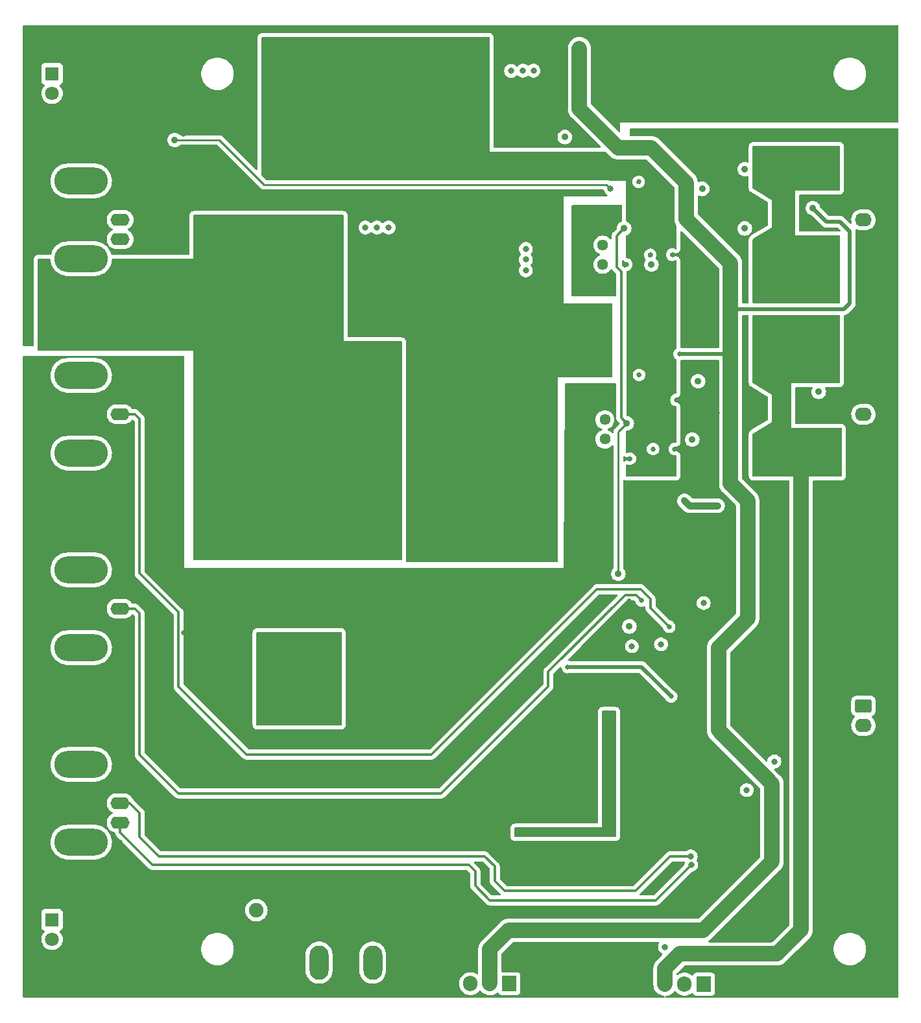
<source format=gbr>
%TF.GenerationSoftware,KiCad,Pcbnew,7.0.1*%
%TF.CreationDate,2023-05-04T18:56:47-04:00*%
%TF.ProjectId,Combined (new),436f6d62-696e-4656-9420-286e6577292e,rev?*%
%TF.SameCoordinates,Original*%
%TF.FileFunction,Copper,L3,Inr*%
%TF.FilePolarity,Positive*%
%FSLAX46Y46*%
G04 Gerber Fmt 4.6, Leading zero omitted, Abs format (unit mm)*
G04 Created by KiCad (PCBNEW 7.0.1) date 2023-05-04 18:56:47*
%MOMM*%
%LPD*%
G01*
G04 APERTURE LIST*
G04 Aperture macros list*
%AMRoundRect*
0 Rectangle with rounded corners*
0 $1 Rounding radius*
0 $2 $3 $4 $5 $6 $7 $8 $9 X,Y pos of 4 corners*
0 Add a 4 corners polygon primitive as box body*
4,1,4,$2,$3,$4,$5,$6,$7,$8,$9,$2,$3,0*
0 Add four circle primitives for the rounded corners*
1,1,$1+$1,$2,$3*
1,1,$1+$1,$4,$5*
1,1,$1+$1,$6,$7*
1,1,$1+$1,$8,$9*
0 Add four rect primitives between the rounded corners*
20,1,$1+$1,$2,$3,$4,$5,0*
20,1,$1+$1,$4,$5,$6,$7,0*
20,1,$1+$1,$6,$7,$8,$9,0*
20,1,$1+$1,$8,$9,$2,$3,0*%
G04 Aperture macros list end*
%TA.AperFunction,ComponentPad*%
%ADD10C,0.355600*%
%TD*%
%TA.AperFunction,ComponentPad*%
%ADD11R,1.905000X2.000000*%
%TD*%
%TA.AperFunction,ComponentPad*%
%ADD12O,1.905000X2.000000*%
%TD*%
%TA.AperFunction,ComponentPad*%
%ADD13RoundRect,0.250000X-0.845000X0.620000X-0.845000X-0.620000X0.845000X-0.620000X0.845000X0.620000X0*%
%TD*%
%TA.AperFunction,ComponentPad*%
%ADD14O,2.190000X1.740000*%
%TD*%
%TA.AperFunction,ComponentPad*%
%ADD15O,2.500000X4.500000*%
%TD*%
%TA.AperFunction,ComponentPad*%
%ADD16R,1.800000X1.800000*%
%TD*%
%TA.AperFunction,ComponentPad*%
%ADD17C,1.800000*%
%TD*%
%TA.AperFunction,ComponentPad*%
%ADD18C,1.440000*%
%TD*%
%TA.AperFunction,ComponentPad*%
%ADD19O,2.500000X1.600000*%
%TD*%
%TA.AperFunction,ComponentPad*%
%ADD20O,7.000000X3.500000*%
%TD*%
%TA.AperFunction,ViaPad*%
%ADD21C,0.635000*%
%TD*%
%TA.AperFunction,ViaPad*%
%ADD22C,0.889000*%
%TD*%
%TA.AperFunction,ViaPad*%
%ADD23C,0.800000*%
%TD*%
%TA.AperFunction,ViaPad*%
%ADD24C,1.651000*%
%TD*%
%TA.AperFunction,ViaPad*%
%ADD25C,1.905000*%
%TD*%
%TA.AperFunction,Conductor*%
%ADD26C,0.304800*%
%TD*%
%TA.AperFunction,Conductor*%
%ADD27C,2.032000*%
%TD*%
%TA.AperFunction,Conductor*%
%ADD28C,0.889000*%
%TD*%
%TA.AperFunction,Conductor*%
%ADD29C,0.508000*%
%TD*%
%TA.AperFunction,Conductor*%
%ADD30C,0.200000*%
%TD*%
%TA.AperFunction,Conductor*%
%ADD31C,0.250000*%
%TD*%
G04 APERTURE END LIST*
D10*
%TO.N,-15V*%
%TO.C,U8*%
X161636824Y-48491039D03*
X161636824Y-50015039D03*
X161636824Y-51539039D03*
X162081324Y-49253039D03*
X162081324Y-50777039D03*
X162525824Y-48491039D03*
X162525824Y-50015039D03*
X162525824Y-51539039D03*
X162970324Y-49253039D03*
X162970324Y-50777039D03*
X163414824Y-48491039D03*
X163414824Y-50015039D03*
X163414824Y-51539039D03*
%TD*%
D11*
%TO.N,Net-(U12-ADJ)*%
%TO.C,U12*%
X152400000Y-150640058D03*
D12*
%TO.N,Net-(U12-VI)*%
X149860000Y-150640058D03*
%TO.N,V-*%
X147320000Y-150640058D03*
%TD*%
D13*
%TO.N,GND*%
%TO.C,J7*%
X173228000Y-48260000D03*
D14*
%TO.N,Net-(J7-Pin_2)*%
X173228000Y-50800000D03*
%TD*%
D15*
%TO.N,+24V*%
%TO.C,P1*%
X102164000Y-147828000D03*
%TO.N,GND*%
X105664000Y-147828000D03*
%TO.N,-24V*%
X109164000Y-147828000D03*
%TD*%
D16*
%TO.N,Net-(D6-K)*%
%TO.C,D6*%
X67310000Y-31750000D03*
D17*
%TO.N,Net-(D6-A)*%
X67310000Y-34290000D03*
%TD*%
D18*
%TO.N,GND*%
%TO.C,RV1*%
X139197249Y-51558848D03*
%TO.N,Net-(R13-Pad2)*%
X139197249Y-54098848D03*
%TO.N,-5V*%
X139197249Y-56638848D03*
%TD*%
D13*
%TO.N,GND*%
%TO.C,J8*%
X173228000Y-73660000D03*
D14*
%TO.N,Net-(J8-Pin_2)*%
X173228000Y-76200000D03*
%TD*%
D19*
%TO.N,Net-(J1-In)*%
%TO.C,J1*%
X76200000Y-101600000D03*
%TO.N,GND*%
X76200000Y-104140000D03*
D20*
%TO.N,N/C*%
X71120000Y-106680000D03*
X71120000Y-96520000D03*
%TD*%
D19*
%TO.N,Net-(J2-In)*%
%TO.C,J2*%
X76200000Y-127000000D03*
%TO.N,Net-(J2-Ext)*%
X76200000Y-129540000D03*
D20*
%TO.N,N/C*%
X71120000Y-132080000D03*
X71120000Y-121920000D03*
%TD*%
D10*
%TO.N,V-*%
%TO.C,U7*%
X161618527Y-73858822D03*
X161618527Y-75382822D03*
X161618527Y-76906822D03*
X162063027Y-74620822D03*
X162063027Y-76144822D03*
X162507527Y-73858822D03*
X162507527Y-75382822D03*
X162507527Y-76906822D03*
X162952027Y-74620822D03*
X162952027Y-76144822D03*
X163396527Y-73858822D03*
X163396527Y-75382822D03*
X163396527Y-76906822D03*
%TD*%
D11*
%TO.N,Net-(U11-ADJ)*%
%TO.C,U11*%
X127000000Y-150561586D03*
D12*
%TO.N,V+*%
X124460000Y-150561586D03*
%TO.N,Net-(U11-VI)*%
X121920000Y-150561586D03*
%TD*%
D18*
%TO.N,GND*%
%TO.C,RV2*%
X139467129Y-81999056D03*
%TO.N,Net-(R15-Pad2)*%
X139467129Y-79459056D03*
%TO.N,+5V*%
X139467129Y-76919056D03*
%TD*%
D19*
%TO.N,Net-(J6-In)*%
%TO.C,J6*%
X76200000Y-50800000D03*
%TO.N,Net-(J6-Ext)*%
X76200000Y-53340000D03*
D20*
%TO.N,N/C*%
X71120000Y-55880000D03*
X71120000Y-45720000D03*
%TD*%
D13*
%TO.N,POWER_GND_REF*%
%TO.C,J9*%
X173228000Y-114300000D03*
D14*
%TO.N,U2*%
X173228000Y-116840000D03*
%TD*%
D16*
%TO.N,Net-(D3-K)*%
%TO.C,D3*%
X67310000Y-142240000D03*
D17*
%TO.N,+5V*%
X67310000Y-144780000D03*
%TD*%
D19*
%TO.N,Net-(J4-In)*%
%TO.C,J4*%
X76200000Y-76200000D03*
%TO.N,GND*%
X76200000Y-78740000D03*
D20*
%TO.N,N/C*%
X71120000Y-81280000D03*
X71120000Y-71120000D03*
%TD*%
D21*
%TO.N,GND*%
X146862800Y-133299200D03*
X144678400Y-135077200D03*
X141122400Y-140766800D03*
D22*
%TO.N,+15V*%
X150876000Y-79502000D03*
X167386000Y-73279000D03*
X154178000Y-88138000D03*
D23*
X129159000Y-54610000D03*
X129159000Y-57404000D03*
X157982938Y-125284119D03*
X142995702Y-106502801D03*
D22*
X142667004Y-103922803D03*
X149860000Y-87503000D03*
D23*
X129159000Y-56007000D03*
D21*
%TO.N,GND*%
X151055911Y-102890211D03*
D23*
X122936000Y-67056000D03*
D21*
X81915000Y-110490000D03*
X116840000Y-50800000D03*
X135639515Y-53399489D03*
D22*
X143718922Y-33172935D03*
X121920000Y-71628000D03*
D21*
X153840811Y-46610577D03*
X167640000Y-127508000D03*
D22*
X128016000Y-71628000D03*
D21*
X77470000Y-133985000D03*
X148155575Y-109675244D03*
X85090000Y-136093200D03*
X142277096Y-56650718D03*
X120015000Y-132715000D03*
X81280000Y-119380000D03*
D22*
X142448922Y-32537935D03*
D21*
X126111000Y-37465000D03*
X137109200Y-140716000D03*
X137354061Y-102901414D03*
X157811937Y-110882289D03*
X160552198Y-117820051D03*
X169723832Y-49236282D03*
X84454402Y-36967784D03*
D23*
X120650000Y-63246000D03*
D21*
X78105000Y-125095000D03*
X147522343Y-140457499D03*
X131653922Y-29997935D03*
D23*
X129540000Y-61722000D03*
D21*
X78740000Y-99060000D03*
X151071886Y-138957959D03*
D23*
X122682000Y-61468000D03*
D21*
X117602000Y-53340000D03*
X77381114Y-38388970D03*
X88265000Y-121285000D03*
D22*
X142448922Y-34442935D03*
D21*
X127381000Y-28321000D03*
D23*
X128524000Y-69088000D03*
D22*
X144988922Y-33807935D03*
X119380000Y-79756000D03*
D21*
X81280000Y-105410000D03*
X85852000Y-111252000D03*
D23*
X129540000Y-63754000D03*
D24*
X73676179Y-142129016D03*
D21*
X125291800Y-142258404D03*
D24*
X108458000Y-140154326D03*
D21*
X80010000Y-74295000D03*
X117583786Y-140126400D03*
D24*
X105664000Y-140154326D03*
D21*
X76200000Y-132080000D03*
X69568574Y-39676510D03*
D23*
X120650000Y-61468000D03*
D22*
X141178922Y-34442935D03*
X144988922Y-31267935D03*
D21*
X148269173Y-55369716D03*
X110490000Y-136093200D03*
D22*
X139908922Y-31902935D03*
D21*
X112395000Y-58420000D03*
X131013200Y-140716000D03*
D22*
X133604000Y-122936000D03*
D21*
X135331200Y-137464800D03*
X107315000Y-62357000D03*
X98425000Y-132715000D03*
X118364000Y-123444000D03*
X88900000Y-132715000D03*
X145538770Y-106172043D03*
X163140719Y-127231458D03*
X80645000Y-116205000D03*
D23*
X128016000Y-61468000D03*
D21*
X167640000Y-121412000D03*
X83185000Y-132715000D03*
D22*
X127000000Y-79756000D03*
D21*
X155211531Y-92643515D03*
X101600000Y-136144000D03*
D22*
X143718922Y-30632935D03*
D21*
X157833805Y-81084503D03*
D23*
X125222000Y-67310000D03*
D22*
X124460000Y-82296000D03*
D23*
X120650000Y-67056000D03*
X126492000Y-69088000D03*
D22*
X144988922Y-29997935D03*
D21*
X101600000Y-119380000D03*
X167640000Y-133604000D03*
D23*
X125730000Y-63500000D03*
D21*
X148599431Y-80747683D03*
X131653922Y-34569935D03*
X80645000Y-102870000D03*
D23*
X122682000Y-63500000D03*
D22*
X128016000Y-122936000D03*
D21*
X73660000Y-127635000D03*
X161425163Y-94616097D03*
X123825000Y-135890000D03*
X146794145Y-100592165D03*
X127635000Y-50165000D03*
D23*
X120650000Y-69088000D03*
D21*
X145409742Y-55392753D03*
D22*
X132588000Y-50292000D03*
D21*
X84455000Y-123190000D03*
X114935000Y-119380000D03*
X131445000Y-37465000D03*
X107061000Y-58420000D03*
X150164377Y-41343253D03*
X80010000Y-90170000D03*
X140864945Y-35966935D03*
D22*
X134112000Y-64008000D03*
D21*
X72096620Y-142240064D03*
D23*
X125984000Y-66040000D03*
D21*
X82550000Y-136525000D03*
X80010000Y-95885000D03*
D22*
X132080000Y-54356000D03*
X139908922Y-33807935D03*
D21*
X144226922Y-35966935D03*
X156517568Y-135080830D03*
X122555000Y-132715000D03*
X134366000Y-32385000D03*
D22*
X141178922Y-31267935D03*
D21*
X142736481Y-82010986D03*
D22*
X130048000Y-82296000D03*
D21*
X108712000Y-99822000D03*
X167640000Y-109728000D03*
X84449347Y-39624000D03*
X130175000Y-137160000D03*
X153830010Y-124876038D03*
X80010000Y-84455000D03*
X106019600Y-136144000D03*
X89535000Y-115570000D03*
D22*
X142448922Y-31267935D03*
X125476000Y-71628000D03*
D21*
X132080000Y-132715000D03*
X135255000Y-132715000D03*
X142675532Y-100597953D03*
D23*
X120650000Y-65278000D03*
D22*
X144988922Y-32537935D03*
D21*
X143926731Y-71066918D03*
X128905000Y-113030000D03*
X111125000Y-124460000D03*
X91440000Y-132715000D03*
D22*
X141178922Y-32537935D03*
D21*
X133604000Y-106172000D03*
X126365000Y-136525000D03*
X140716000Y-137160000D03*
D22*
X116332000Y-79756000D03*
D21*
X157819007Y-55746584D03*
X84455000Y-100965000D03*
X168656000Y-117856000D03*
X134162800Y-140766800D03*
X121920000Y-118110000D03*
X153622816Y-102880105D03*
D22*
X131064000Y-71628000D03*
D21*
X151993600Y-49123600D03*
D24*
X162052000Y-142240000D03*
D21*
X81915000Y-98425000D03*
X123190000Y-111760000D03*
X97790000Y-136144000D03*
X150188370Y-66297411D03*
X71897575Y-31752096D03*
D23*
X125222000Y-61214000D03*
D21*
X80010000Y-93345000D03*
X76835000Y-89535000D03*
X145767247Y-80745421D03*
X80645000Y-130175000D03*
X135890000Y-80264000D03*
D23*
X123444000Y-65278000D03*
D21*
X148065187Y-101568008D03*
X80010000Y-76835000D03*
X144226922Y-28600935D03*
D22*
X128939168Y-59656244D03*
D21*
X145538770Y-103709754D03*
X154155979Y-76067877D03*
X73025000Y-75565000D03*
X76200000Y-83185000D03*
D23*
X122428000Y-69088000D03*
D21*
X156571504Y-46611814D03*
X140864945Y-28641225D03*
X89001600Y-136144000D03*
X119814190Y-141668003D03*
D22*
X130048000Y-79756000D03*
D21*
X101600000Y-124460000D03*
D22*
X133096000Y-70104000D03*
X143718922Y-31902935D03*
X124460000Y-79756000D03*
D21*
X79375000Y-135890000D03*
X167740448Y-103501913D03*
D23*
X129540000Y-67818000D03*
D22*
X136144000Y-66040000D03*
X119380000Y-82296000D03*
D21*
X140828404Y-113010136D03*
D22*
X129540000Y-122936000D03*
D23*
X124460000Y-69088000D03*
D21*
X116840000Y-132715000D03*
X92710000Y-124460000D03*
D22*
X139908922Y-30632935D03*
D21*
X148826329Y-74335314D03*
X84512682Y-104767018D03*
D22*
X142448922Y-29997935D03*
X121412000Y-79756000D03*
D21*
X122555000Y-50165000D03*
X92075000Y-136144000D03*
X80010000Y-80645000D03*
X153674639Y-71788231D03*
X125095000Y-53340000D03*
D23*
X129540000Y-65532000D03*
D21*
X125095000Y-58674000D03*
X107950000Y-119380000D03*
X148300585Y-135503323D03*
X167741889Y-97313903D03*
X148027762Y-105540972D03*
D22*
X141178922Y-29997935D03*
D21*
X153967344Y-50834856D03*
X127000000Y-132715000D03*
X145288000Y-138582400D03*
X94615000Y-119380000D03*
D22*
X127000000Y-82296000D03*
D23*
X128016000Y-66802000D03*
D21*
X152908000Y-137160000D03*
D22*
X131826000Y-122936000D03*
D21*
X137292146Y-97380801D03*
D23*
X127762000Y-64516000D03*
D21*
X118745000Y-116840000D03*
X169672000Y-74676000D03*
X80010000Y-128270000D03*
X76835000Y-73660000D03*
D22*
X131572000Y-68072000D03*
X116332000Y-82296000D03*
X121412000Y-82296000D03*
D21*
X143881837Y-45847894D03*
X85090000Y-118110000D03*
X153960059Y-127979467D03*
X151518744Y-74329555D03*
X78740000Y-73660000D03*
X77470000Y-95885000D03*
D23*
%TO.N,-15V*%
X146801759Y-106241834D03*
D22*
X88392000Y-84328000D03*
X96520000Y-59055000D03*
X67564000Y-59436000D03*
X108204000Y-89916000D03*
X105156000Y-78740000D03*
X102616000Y-69088000D03*
X102870000Y-53340000D03*
X97028000Y-70612000D03*
X101600000Y-51435000D03*
X99060000Y-93472000D03*
X97155000Y-55245000D03*
X105156000Y-73660000D03*
X108204000Y-86868000D03*
X111760000Y-93472000D03*
X97790000Y-60325000D03*
X97028000Y-62484000D03*
X99060000Y-51435000D03*
X92964000Y-58928000D03*
X89916000Y-53848000D03*
X99568000Y-69088000D03*
X73660000Y-64516000D03*
X104140000Y-55245000D03*
X99060000Y-81788000D03*
X90424000Y-62484000D03*
X103505000Y-57150000D03*
X90424000Y-67564000D03*
D23*
X130165324Y-31323190D03*
D22*
X88392000Y-90932000D03*
X99568000Y-64008000D03*
X92964000Y-53848000D03*
X105156000Y-84328000D03*
X87376000Y-65024000D03*
X101600000Y-55245000D03*
X76708000Y-59436000D03*
X108204000Y-81788000D03*
X87376000Y-74168000D03*
X79756000Y-64516000D03*
X102616000Y-66548000D03*
X105156000Y-93472000D03*
X90424000Y-65024000D03*
X97028000Y-67564000D03*
X70612000Y-64516000D03*
D23*
X161596302Y-121547000D03*
D22*
X89916000Y-58928000D03*
X87376000Y-70612000D03*
X93472000Y-74168000D03*
X111760000Y-76200000D03*
X99060000Y-59055000D03*
X87376000Y-67564000D03*
X157734000Y-44196000D03*
X88392000Y-87376000D03*
X108204000Y-84328000D03*
X105156000Y-86868000D03*
X105156000Y-89916000D03*
X93472000Y-62484000D03*
X102108000Y-93472000D03*
X76708000Y-61976000D03*
X145542000Y-56642000D03*
X111760000Y-89916000D03*
X96520000Y-89916000D03*
X88392000Y-81788000D03*
X102108000Y-76708000D03*
X93472000Y-70612000D03*
X96520000Y-93472000D03*
X102108000Y-79248000D03*
X96520000Y-84328000D03*
X82804000Y-64516000D03*
X102616000Y-64008000D03*
X108204000Y-93472000D03*
X70612000Y-59436000D03*
X108204000Y-73660000D03*
X98425000Y-53340000D03*
X70612000Y-61976000D03*
X99695000Y-55245000D03*
X97028000Y-74168000D03*
X102108000Y-81788000D03*
X90424000Y-70612000D03*
X73660000Y-59436000D03*
X100330000Y-53340000D03*
X105156000Y-81788000D03*
X99568000Y-66548000D03*
X79756000Y-61976000D03*
X89916000Y-56388000D03*
X111760000Y-81788000D03*
X76708000Y-64516000D03*
X100965000Y-60325000D03*
X134239000Y-40005000D03*
X86868000Y-58928000D03*
D23*
X128782844Y-31333990D03*
D22*
X105156000Y-76200000D03*
X96520000Y-86868000D03*
X108204000Y-70612000D03*
X102108000Y-89916000D03*
D23*
X152364946Y-100855373D03*
D22*
X102108000Y-86868000D03*
X111760000Y-86868000D03*
X82804000Y-61976000D03*
D23*
X127238355Y-31366392D03*
D22*
X93472000Y-67564000D03*
X86868000Y-53848000D03*
X99060000Y-89916000D03*
X99060000Y-86868000D03*
X97155000Y-51435000D03*
X108204000Y-76200000D03*
X73660000Y-61976000D03*
X88392000Y-79248000D03*
X97790000Y-57150000D03*
X67564000Y-61976000D03*
X82804000Y-59436000D03*
X99060000Y-84328000D03*
X111760000Y-68072000D03*
X108204000Y-78740000D03*
X79756000Y-59436000D03*
X100965000Y-57150000D03*
X157734000Y-51943000D03*
X67564000Y-64516000D03*
X93472000Y-65024000D03*
X96520000Y-81788000D03*
X92964000Y-56388000D03*
X111760000Y-78740000D03*
X111760000Y-73660000D03*
X90424000Y-74168000D03*
X104140000Y-51435000D03*
X87376000Y-62484000D03*
X102235000Y-59055000D03*
X111760000Y-70612000D03*
X93472000Y-91948000D03*
X93472000Y-88392000D03*
X102108000Y-84328000D03*
X97028000Y-65024000D03*
X86868000Y-56388000D03*
X111760000Y-84328000D03*
X93472000Y-85344000D03*
X104140000Y-60325000D03*
D21*
%TO.N,-2V5*%
X134620000Y-109220000D03*
X148126800Y-113060317D03*
%TO.N,+2V5*%
X129540000Y-130810000D03*
X128270000Y-130659163D03*
X139878959Y-115338405D03*
D23*
%TO.N,-5V*%
X103632000Y-112268000D03*
X103632000Y-106172000D03*
X95504000Y-114808000D03*
X99568000Y-106172000D03*
X99568000Y-112776000D03*
X97028000Y-111760000D03*
X101092000Y-114808000D03*
X111252000Y-51816000D03*
X99568000Y-110236000D03*
X97028000Y-108712000D03*
X101600000Y-110744000D03*
X101600000Y-112776000D03*
X98044000Y-114808000D03*
X99568000Y-107696000D03*
X103632000Y-114808000D03*
X108204000Y-51816000D03*
X95504000Y-106172000D03*
X101600000Y-106172000D03*
X101600000Y-107696000D03*
X109728000Y-51816000D03*
X103632000Y-108204000D03*
X95504000Y-110236000D03*
X97536000Y-106172000D03*
X103632000Y-110236000D03*
D22*
%TO.N,V+*%
X147574000Y-43434000D03*
D25*
X136153500Y-28457500D03*
D22*
X166624000Y-49276000D03*
X153475627Y-54102000D03*
D21*
X149225000Y-68326000D03*
D22*
%TO.N,V-*%
X117475000Y-33655000D03*
X115570000Y-33655000D03*
X118745000Y-35560000D03*
X121285000Y-35560000D03*
X123825000Y-35560000D03*
X123190000Y-30480000D03*
X121285000Y-31750000D03*
X122555000Y-37465000D03*
X120015000Y-33655000D03*
X116840000Y-31750000D03*
X118745000Y-39370000D03*
X118110000Y-30480000D03*
X123190000Y-31750000D03*
X121920000Y-33655000D03*
X116205000Y-39370000D03*
X116840000Y-35560000D03*
D23*
X142748000Y-47752000D03*
D22*
X118745000Y-31750000D03*
X115570000Y-30480000D03*
X117475000Y-37465000D03*
D23*
X146050000Y-82042000D03*
D22*
X120650000Y-30480000D03*
D21*
X142890239Y-73079467D03*
D22*
X120015000Y-37465000D03*
X121285000Y-39370000D03*
D21*
%TO.N,Net-(J1-In)*%
X144270733Y-100531174D03*
D23*
%TO.N,Net-(J2-In)*%
X150683599Y-133942756D03*
%TO.N,Net-(J2-Ext)*%
X150745586Y-135058437D03*
D21*
%TO.N,Net-(J4-In)*%
X147867684Y-103956128D03*
D22*
%TO.N,Net-(J5-Pin_3)*%
X142326661Y-77386257D03*
X141224000Y-97028000D03*
X141992606Y-51924665D03*
%TO.N,Digital_control*%
X152163006Y-46769794D03*
X83312000Y-40386000D03*
D23*
X140208000Y-46736000D03*
D22*
X151638000Y-71882000D03*
D23*
%TO.N,Net-(U12-ADJ)*%
X147317096Y-145787623D03*
D25*
%TO.N,Net-(U11-VI)*%
X93980000Y-140970000D03*
%TD*%
D26*
%TO.N,Net-(J5-Pin_3)*%
X142326661Y-77386257D02*
X141605000Y-76664596D01*
X141605000Y-76664596D02*
X141605000Y-57581800D01*
X141605000Y-57581800D02*
X141020800Y-56997600D01*
X141020800Y-56997600D02*
X141020800Y-52896471D01*
X141020800Y-52896471D02*
X141992606Y-51924665D01*
D27*
%TO.N,V+*%
X124460000Y-150561586D02*
X124460000Y-146050000D01*
X124460000Y-146050000D02*
X126898400Y-143611600D01*
X126898400Y-143611600D02*
X152298400Y-143611600D01*
X152298400Y-143611600D02*
X161290000Y-134620000D01*
X161290000Y-134620000D02*
X161290000Y-124460000D01*
X161290000Y-124460000D02*
X154305000Y-117475000D01*
X154305000Y-117475000D02*
X154305000Y-106680000D01*
X154305000Y-106680000D02*
X158115000Y-102870000D01*
X158115000Y-102870000D02*
X158115000Y-87503000D01*
X158115000Y-87503000D02*
X155956000Y-85344000D01*
D28*
%TO.N,+15V*%
X154178000Y-88138000D02*
X150495000Y-88138000D01*
X150495000Y-88138000D02*
X149860000Y-87503000D01*
D29*
%TO.N,-2V5*%
X144286483Y-109220000D02*
X148126800Y-113060317D01*
X134620000Y-109220000D02*
X144286483Y-109220000D01*
D27*
%TO.N,V+*%
X136153500Y-36331500D02*
X136153500Y-28457500D01*
X155886246Y-62992000D02*
X155886246Y-56512619D01*
D29*
X168402000Y-51054000D02*
X166624000Y-49276000D01*
D27*
X155886246Y-85274246D02*
X155886246Y-68326000D01*
X150076896Y-50703269D02*
X150076896Y-45936896D01*
D26*
X155956000Y-85344000D02*
X155886246Y-85274246D01*
D29*
X153475627Y-54102000D02*
X153475627Y-54161627D01*
D27*
X155886246Y-56512619D02*
X150076896Y-50703269D01*
X145542000Y-41402000D02*
X141224000Y-41402000D01*
D29*
X149225000Y-68326000D02*
X155886246Y-68326000D01*
D27*
X155886246Y-68326000D02*
X155886246Y-62992000D01*
D29*
X170688000Y-62484000D02*
X156394246Y-62484000D01*
X171450000Y-61722000D02*
X170688000Y-62484000D01*
X171450000Y-52324000D02*
X170180000Y-51054000D01*
D27*
X150076896Y-45936896D02*
X145542000Y-41402000D01*
D29*
X170180000Y-51054000D02*
X168402000Y-51054000D01*
X171450000Y-52324000D02*
X171450000Y-61722000D01*
D27*
X141224000Y-41402000D02*
X136153500Y-36331500D01*
D30*
X156394246Y-62484000D02*
X155886246Y-62992000D01*
D27*
%TO.N,V-*%
X165100000Y-91694000D02*
X165100000Y-82550000D01*
X149225000Y-146685000D02*
X161925000Y-146685000D01*
X161925000Y-146685000D02*
X165100000Y-143510000D01*
X147320000Y-148590000D02*
X149225000Y-146685000D01*
X147320000Y-150640058D02*
X147320000Y-148590000D01*
X165100000Y-143510000D02*
X165100000Y-91694000D01*
D26*
%TO.N,Net-(J1-In)*%
X83820000Y-125730000D02*
X118110000Y-125730000D01*
X78740000Y-102235000D02*
X78740000Y-120650000D01*
X76200000Y-101600000D02*
X78105000Y-101600000D01*
X132080000Y-111760000D02*
X132080000Y-109855000D01*
X78740000Y-120650000D02*
X83820000Y-125730000D01*
X78105000Y-101600000D02*
X78740000Y-102235000D01*
X132080000Y-109855000D02*
X142113000Y-99822000D01*
X143561559Y-99822000D02*
X144270733Y-100531174D01*
X142113000Y-99822000D02*
X143561559Y-99822000D01*
X118110000Y-125730000D02*
X132080000Y-111760000D01*
%TO.N,Net-(J2-In)*%
X147997244Y-133942756D02*
X150683599Y-133942756D01*
X125095000Y-135255000D02*
X125095000Y-137160000D01*
X123782756Y-133942756D02*
X125095000Y-135255000D01*
X78740000Y-131445000D02*
X81237756Y-133942756D01*
X143475100Y-138464900D02*
X147997244Y-133942756D01*
X76200000Y-127000000D02*
X77470000Y-127000000D01*
X126399900Y-138464900D02*
X143475100Y-138464900D01*
X81237756Y-133942756D02*
X123782756Y-133942756D01*
X77470000Y-127000000D02*
X78740000Y-128270000D01*
X78740000Y-128270000D02*
X78740000Y-131445000D01*
X125095000Y-137160000D02*
X126399900Y-138464900D01*
%TO.N,Net-(J2-Ext)*%
X124460000Y-139700000D02*
X146104023Y-139700000D01*
X76200000Y-130810000D02*
X76200000Y-129540000D01*
X122555000Y-135890000D02*
X122555000Y-137795000D01*
X80448437Y-135058437D02*
X121723437Y-135058437D01*
X146104023Y-139700000D02*
X150745586Y-135058437D01*
X122555000Y-137795000D02*
X124460000Y-139700000D01*
X80448437Y-135058437D02*
X76200000Y-130810000D01*
X121723437Y-135058437D02*
X122555000Y-135890000D01*
%TO.N,Net-(J4-In)*%
X78740000Y-76835000D02*
X78740000Y-96980260D01*
X138430000Y-99060000D02*
X144145000Y-99060000D01*
X83820000Y-102060260D02*
X83820000Y-102870000D01*
X78105000Y-76200000D02*
X78740000Y-76835000D01*
X145415000Y-101503444D02*
X147867684Y-103956128D01*
X83820000Y-102870000D02*
X83820000Y-111760000D01*
X83820000Y-111760000D02*
X92710000Y-120650000D01*
X92710000Y-120650000D02*
X116840000Y-120650000D01*
X116840000Y-120650000D02*
X138430000Y-99060000D01*
X78740000Y-96980260D02*
X83820000Y-102060260D01*
X76200000Y-76200000D02*
X78105000Y-76200000D01*
X145415000Y-100330000D02*
X145415000Y-101503444D01*
X144145000Y-99060000D02*
X145415000Y-100330000D01*
X83820000Y-102870000D02*
X83820000Y-102235000D01*
D31*
%TO.N,Net-(J5-Pin_3)*%
X141224000Y-78488918D02*
X142326661Y-77386257D01*
X141224000Y-97028000D02*
X141224000Y-78488918D01*
%TO.N,Digital_control*%
X83312000Y-40386000D02*
X89154000Y-40386000D01*
X139700000Y-46228000D02*
X140208000Y-46736000D01*
X89154000Y-40386000D02*
X94996000Y-46228000D01*
X94996000Y-46228000D02*
X139700000Y-46228000D01*
%TD*%
%TA.AperFunction,Conductor*%
%TO.N,-15V*%
G36*
X170118000Y-41147124D02*
G01*
X170163387Y-41192511D01*
X170180000Y-41254511D01*
X170180000Y-46866000D01*
X170163387Y-46928000D01*
X170118000Y-46973387D01*
X170056000Y-46990000D01*
X164338000Y-46990000D01*
X164338000Y-52832000D01*
X170056000Y-52832000D01*
X170118000Y-52848613D01*
X170163387Y-52894000D01*
X170180000Y-52956000D01*
X170180000Y-61605500D01*
X170163387Y-61667500D01*
X170118000Y-61712887D01*
X170056000Y-61729500D01*
X158887048Y-61729500D01*
X158825048Y-61712887D01*
X158779661Y-61667500D01*
X158763048Y-61605500D01*
X158763048Y-53392718D01*
X158779143Y-53331623D01*
X158823251Y-53286389D01*
X161303048Y-51798512D01*
X161303048Y-48242511D01*
X161303047Y-48242510D01*
X159649849Y-47250592D01*
X158823250Y-46754632D01*
X158779143Y-46709399D01*
X158763048Y-46648304D01*
X158763048Y-41254511D01*
X158779661Y-41192511D01*
X158825048Y-41147124D01*
X158887048Y-41130511D01*
X170056000Y-41130511D01*
X170118000Y-41147124D01*
G37*
%TD.AperFunction*%
%TD*%
%TA.AperFunction,Conductor*%
%TO.N,GND*%
G36*
X177737500Y-25417113D02*
G01*
X177782887Y-25462500D01*
X177799500Y-25524500D01*
X177799500Y-37976000D01*
X177782887Y-38038000D01*
X177737500Y-38083387D01*
X177675500Y-38100000D01*
X141478000Y-38100000D01*
X141478000Y-39211983D01*
X141464485Y-39268278D01*
X141426885Y-39312301D01*
X141373398Y-39334456D01*
X141315682Y-39329914D01*
X141266319Y-39299664D01*
X137706319Y-35739664D01*
X137679439Y-35699436D01*
X137670000Y-35651983D01*
X137670000Y-31895525D01*
X169322500Y-31895525D01*
X169362131Y-32183862D01*
X169385395Y-32266892D01*
X169440656Y-32464121D01*
X169556611Y-32731075D01*
X169707835Y-32979754D01*
X169891513Y-33205524D01*
X169891514Y-33205525D01*
X170104224Y-33404183D01*
X170341998Y-33572023D01*
X170342002Y-33572025D01*
X170600421Y-33705927D01*
X170874666Y-33803393D01*
X171159629Y-33862609D01*
X171377327Y-33877500D01*
X171522672Y-33877500D01*
X171522673Y-33877500D01*
X171740371Y-33862609D01*
X172025334Y-33803393D01*
X172299579Y-33705927D01*
X172557998Y-33572025D01*
X172795777Y-33404182D01*
X173008486Y-33205525D01*
X173192165Y-32979754D01*
X173343389Y-32731075D01*
X173459344Y-32464121D01*
X173537868Y-32183864D01*
X173577500Y-31895525D01*
X173577500Y-31604475D01*
X173537868Y-31316136D01*
X173459344Y-31035879D01*
X173343389Y-30768925D01*
X173192165Y-30520246D01*
X173008486Y-30294475D01*
X172795777Y-30095818D01*
X172795775Y-30095816D01*
X172558001Y-29927976D01*
X172299575Y-29794071D01*
X172025333Y-29696606D01*
X171740375Y-29637391D01*
X171566212Y-29625478D01*
X171522673Y-29622500D01*
X171377327Y-29622500D01*
X171341044Y-29624981D01*
X171159624Y-29637391D01*
X170874666Y-29696606D01*
X170600424Y-29794071D01*
X170341998Y-29927976D01*
X170104224Y-30095816D01*
X169891514Y-30294474D01*
X169707834Y-30520247D01*
X169556611Y-30768924D01*
X169440657Y-31035876D01*
X169362131Y-31316137D01*
X169322500Y-31604475D01*
X169322500Y-31895525D01*
X137670000Y-31895525D01*
X137670000Y-28396382D01*
X137665051Y-28335075D01*
X137655232Y-28213445D01*
X137596636Y-27975711D01*
X137500663Y-27750454D01*
X137369799Y-27543510D01*
X137207434Y-27360238D01*
X137017773Y-27205384D01*
X136805727Y-27082960D01*
X136713546Y-27048000D01*
X136576789Y-26996134D01*
X136336886Y-26947158D01*
X136092241Y-26937299D01*
X135849171Y-26966813D01*
X135613994Y-27034933D01*
X135392781Y-27139901D01*
X135191276Y-27278989D01*
X135014690Y-27448602D01*
X134867600Y-27644343D01*
X134811909Y-27750454D01*
X134753812Y-27861149D01*
X134715566Y-27975711D01*
X134676275Y-28093401D01*
X134637000Y-28335074D01*
X134637000Y-36314952D01*
X134636975Y-36317448D01*
X134634842Y-36423363D01*
X134645076Y-36495483D01*
X134645904Y-36502924D01*
X134651768Y-36575553D01*
X134661284Y-36614164D01*
X134663655Y-36626410D01*
X134669243Y-36665781D01*
X134690917Y-36735339D01*
X134692927Y-36742550D01*
X134710362Y-36813286D01*
X134725953Y-36849880D01*
X134730259Y-36861588D01*
X134742088Y-36899547D01*
X134774641Y-36964730D01*
X134777783Y-36971528D01*
X134806337Y-37038546D01*
X134827585Y-37072147D01*
X134833716Y-37083016D01*
X134851485Y-37118595D01*
X134851486Y-37118596D01*
X134894075Y-37177716D01*
X134898266Y-37183920D01*
X134937202Y-37245492D01*
X134963570Y-37275255D01*
X134971364Y-37284999D01*
X134994606Y-37317261D01*
X135046119Y-37368774D01*
X135051253Y-37374228D01*
X135099565Y-37428761D01*
X135130368Y-37453911D01*
X135139626Y-37462281D01*
X138870164Y-41192819D01*
X138900414Y-41242182D01*
X138904956Y-41299898D01*
X138882801Y-41353385D01*
X138838778Y-41390985D01*
X138782483Y-41404500D01*
X125089500Y-41404500D01*
X125027500Y-41387887D01*
X124982113Y-41342500D01*
X124965500Y-41280500D01*
X124965500Y-40005000D01*
X133289428Y-40005000D01*
X133307673Y-40190248D01*
X133307673Y-40190250D01*
X133307674Y-40190252D01*
X133361710Y-40368385D01*
X133449460Y-40532554D01*
X133495602Y-40588779D01*
X133567550Y-40676449D01*
X133639498Y-40735494D01*
X133711446Y-40794540D01*
X133875615Y-40882290D01*
X134053748Y-40936326D01*
X134239000Y-40954572D01*
X134424252Y-40936326D01*
X134602385Y-40882290D01*
X134766554Y-40794540D01*
X134910449Y-40676449D01*
X135028540Y-40532554D01*
X135116290Y-40368385D01*
X135170326Y-40190252D01*
X135188572Y-40005000D01*
X135170326Y-39819748D01*
X135116290Y-39641615D01*
X135028540Y-39477446D01*
X134969494Y-39405498D01*
X134910449Y-39333550D01*
X134822779Y-39261602D01*
X134766554Y-39215460D01*
X134602385Y-39127710D01*
X134424252Y-39073674D01*
X134424250Y-39073673D01*
X134424248Y-39073673D01*
X134264897Y-39057978D01*
X134239000Y-39055428D01*
X134238999Y-39055428D01*
X134053751Y-39073673D01*
X134053747Y-39073674D01*
X134053748Y-39073674D01*
X133875615Y-39127710D01*
X133875611Y-39127711D01*
X133875611Y-39127712D01*
X133711447Y-39215459D01*
X133567550Y-39333550D01*
X133483122Y-39436428D01*
X133449460Y-39477446D01*
X133361710Y-39641615D01*
X133338222Y-39719045D01*
X133307673Y-39819751D01*
X133289428Y-40005000D01*
X124965500Y-40005000D01*
X124965500Y-31366392D01*
X126332895Y-31366392D01*
X126352681Y-31554649D01*
X126411175Y-31734676D01*
X126505821Y-31898608D01*
X126632484Y-32039281D01*
X126785624Y-32150543D01*
X126958552Y-32227536D01*
X127143707Y-32266892D01*
X127143709Y-32266892D01*
X127333001Y-32266892D01*
X127333003Y-32266892D01*
X127456438Y-32240654D01*
X127518158Y-32227536D01*
X127691085Y-32150543D01*
X127844226Y-32039280D01*
X127880298Y-31999218D01*
X127933037Y-31940646D01*
X127991008Y-31904422D01*
X128059366Y-31904422D01*
X128117337Y-31940646D01*
X128176973Y-32006879D01*
X128330113Y-32118141D01*
X128503041Y-32195134D01*
X128688196Y-32234490D01*
X128688198Y-32234490D01*
X128877490Y-32234490D01*
X128877492Y-32234490D01*
X129000927Y-32208252D01*
X129062647Y-32195134D01*
X129235574Y-32118141D01*
X129344116Y-32039281D01*
X129399259Y-31999218D01*
X129399804Y-31999969D01*
X129437142Y-31974782D01*
X129496812Y-31968508D01*
X129552443Y-31990984D01*
X129559450Y-31996075D01*
X129559453Y-31996078D01*
X129712594Y-32107341D01*
X129712595Y-32107341D01*
X129712596Y-32107342D01*
X129885521Y-32184334D01*
X130070676Y-32223690D01*
X130070678Y-32223690D01*
X130259970Y-32223690D01*
X130259972Y-32223690D01*
X130383408Y-32197452D01*
X130445127Y-32184334D01*
X130618054Y-32107341D01*
X130711731Y-32039281D01*
X130771194Y-31996079D01*
X130897857Y-31855406D01*
X130992503Y-31691474D01*
X131036960Y-31554649D01*
X131050998Y-31511446D01*
X131070784Y-31323190D01*
X131050998Y-31134934D01*
X130992503Y-30954906D01*
X130992503Y-30954905D01*
X130897857Y-30790973D01*
X130771194Y-30650300D01*
X130618054Y-30539038D01*
X130445126Y-30462045D01*
X130259972Y-30422690D01*
X130259970Y-30422690D01*
X130070678Y-30422690D01*
X130070676Y-30422690D01*
X129885521Y-30462045D01*
X129712593Y-30539038D01*
X129548909Y-30657962D01*
X129548363Y-30657211D01*
X129511015Y-30682401D01*
X129451350Y-30688670D01*
X129395724Y-30666195D01*
X129388716Y-30661103D01*
X129388715Y-30661102D01*
X129235574Y-30549839D01*
X129235573Y-30549838D01*
X129235571Y-30549837D01*
X129062646Y-30472845D01*
X128877492Y-30433490D01*
X128877490Y-30433490D01*
X128688198Y-30433490D01*
X128688196Y-30433490D01*
X128503041Y-30472845D01*
X128330113Y-30549838D01*
X128176973Y-30661100D01*
X128088162Y-30759736D01*
X128030191Y-30795960D01*
X127961833Y-30795960D01*
X127903862Y-30759736D01*
X127844225Y-30693502D01*
X127691085Y-30582240D01*
X127518157Y-30505247D01*
X127333003Y-30465892D01*
X127333001Y-30465892D01*
X127143709Y-30465892D01*
X127143707Y-30465892D01*
X126958552Y-30505247D01*
X126785624Y-30582240D01*
X126632484Y-30693502D01*
X126505821Y-30834175D01*
X126411175Y-30998107D01*
X126352681Y-31178134D01*
X126332895Y-31366392D01*
X124965500Y-31366392D01*
X124965500Y-27047999D01*
X124958672Y-26996135D01*
X124948275Y-26917166D01*
X124931662Y-26855166D01*
X124881163Y-26733250D01*
X124800829Y-26628557D01*
X124755442Y-26583170D01*
X124650749Y-26502836D01*
X124528838Y-26452339D01*
X124466830Y-26435724D01*
X124336001Y-26418500D01*
X124336000Y-26418500D01*
X94739000Y-26418500D01*
X94738999Y-26418500D01*
X94608169Y-26435724D01*
X94546161Y-26452339D01*
X94424250Y-26502836D01*
X94319557Y-26583170D01*
X94274170Y-26628557D01*
X94193836Y-26733250D01*
X94143339Y-26855161D01*
X94126724Y-26917169D01*
X94109500Y-27047999D01*
X94109500Y-44157548D01*
X94095985Y-44213843D01*
X94058385Y-44257866D01*
X94004898Y-44280021D01*
X93947182Y-44275479D01*
X93897819Y-44245229D01*
X89654802Y-40002211D01*
X89641906Y-39986113D01*
X89590775Y-39938098D01*
X89587978Y-39935387D01*
X89568470Y-39915879D01*
X89565290Y-39913412D01*
X89556424Y-39905839D01*
X89524582Y-39875938D01*
X89507024Y-39866285D01*
X89490764Y-39855604D01*
X89474936Y-39843327D01*
X89434851Y-39825980D01*
X89424361Y-39820841D01*
X89386091Y-39799802D01*
X89366691Y-39794821D01*
X89348284Y-39788519D01*
X89329897Y-39780562D01*
X89286758Y-39773729D01*
X89275324Y-39771361D01*
X89233019Y-39760500D01*
X89212984Y-39760500D01*
X89193586Y-39758973D01*
X89186162Y-39757797D01*
X89173805Y-39755840D01*
X89173804Y-39755840D01*
X89140751Y-39758964D01*
X89130325Y-39759950D01*
X89118656Y-39760500D01*
X84079806Y-39760500D01*
X84026789Y-39748595D01*
X83992969Y-39722201D01*
X83992890Y-39722299D01*
X83988925Y-39719045D01*
X83983952Y-39715164D01*
X83983448Y-39714550D01*
X83839553Y-39596459D01*
X83750897Y-39549072D01*
X83675385Y-39508710D01*
X83497252Y-39454674D01*
X83497250Y-39454673D01*
X83497248Y-39454673D01*
X83312000Y-39436428D01*
X83126751Y-39454673D01*
X83126747Y-39454674D01*
X83126748Y-39454674D01*
X82948615Y-39508710D01*
X82948611Y-39508711D01*
X82948611Y-39508712D01*
X82784447Y-39596459D01*
X82640550Y-39714550D01*
X82522459Y-39858447D01*
X82450791Y-39992530D01*
X82434710Y-40022615D01*
X82390747Y-40167542D01*
X82380673Y-40200751D01*
X82362428Y-40385999D01*
X82380673Y-40571248D01*
X82380673Y-40571250D01*
X82380674Y-40571252D01*
X82434710Y-40749385D01*
X82522460Y-40913554D01*
X82568602Y-40969779D01*
X82640550Y-41057449D01*
X82712498Y-41116494D01*
X82784446Y-41175540D01*
X82948615Y-41263290D01*
X83126748Y-41317326D01*
X83312000Y-41335572D01*
X83497252Y-41317326D01*
X83675385Y-41263290D01*
X83839554Y-41175540D01*
X83983449Y-41057449D01*
X83983952Y-41056835D01*
X83988925Y-41052954D01*
X83992890Y-41049701D01*
X83992969Y-41049798D01*
X84026789Y-41023405D01*
X84079806Y-41011500D01*
X88843548Y-41011500D01*
X88891001Y-41020939D01*
X88931229Y-41047819D01*
X94495197Y-46611787D01*
X94508098Y-46627889D01*
X94510212Y-46629874D01*
X94510214Y-46629877D01*
X94557561Y-46674339D01*
X94559240Y-46675916D01*
X94562036Y-46678626D01*
X94581530Y-46698120D01*
X94584704Y-46700582D01*
X94593568Y-46708153D01*
X94625418Y-46738062D01*
X94635914Y-46743832D01*
X94642974Y-46747714D01*
X94659231Y-46758392D01*
X94675064Y-46770674D01*
X94689868Y-46777080D01*
X94715156Y-46788023D01*
X94725643Y-46793160D01*
X94763908Y-46814197D01*
X94783316Y-46819180D01*
X94801710Y-46825478D01*
X94820105Y-46833438D01*
X94863254Y-46840271D01*
X94874680Y-46842638D01*
X94890222Y-46846629D01*
X94916980Y-46853500D01*
X94916981Y-46853500D01*
X94937016Y-46853500D01*
X94956413Y-46855026D01*
X94976196Y-46858160D01*
X95019674Y-46854050D01*
X95031344Y-46853500D01*
X139209245Y-46853500D01*
X139259680Y-46864220D01*
X139301395Y-46894528D01*
X139327176Y-46939182D01*
X139380820Y-47104284D01*
X139475466Y-47268216D01*
X139602129Y-47408889D01*
X139765634Y-47527682D01*
X139804948Y-47575203D01*
X139816504Y-47635786D01*
X139797446Y-47694443D01*
X139752486Y-47736662D01*
X139692749Y-47752000D01*
X134112000Y-47752000D01*
X134112000Y-61722000D01*
X140338000Y-61722000D01*
X140400000Y-61738613D01*
X140445387Y-61784000D01*
X140462000Y-61846000D01*
X140462000Y-71250000D01*
X140445387Y-71312000D01*
X140400000Y-71357387D01*
X140338000Y-71374000D01*
X133350000Y-71374000D01*
X133350000Y-95380000D01*
X133333387Y-95442000D01*
X133288000Y-95487387D01*
X133226000Y-95504000D01*
X113610543Y-95504000D01*
X113552090Y-95489358D01*
X113507441Y-95448892D01*
X113487140Y-95392156D01*
X113495981Y-95332549D01*
X113501662Y-95318834D01*
X113518275Y-95256834D01*
X113535500Y-95126000D01*
X113535500Y-66799000D01*
X113518275Y-66668166D01*
X113501662Y-66606166D01*
X113451163Y-66484250D01*
X113451162Y-66484249D01*
X113370829Y-66379557D01*
X113325442Y-66334170D01*
X113220749Y-66253836D01*
X113098838Y-66203339D01*
X113036830Y-66186724D01*
X112906001Y-66169500D01*
X112906000Y-66169500D01*
X106039500Y-66169500D01*
X105977500Y-66152887D01*
X105932113Y-66107500D01*
X105915500Y-66045500D01*
X105915500Y-57403999D01*
X128253540Y-57403999D01*
X128273326Y-57592257D01*
X128331820Y-57772284D01*
X128426466Y-57936216D01*
X128553129Y-58076889D01*
X128706269Y-58188151D01*
X128879197Y-58265144D01*
X129064352Y-58304500D01*
X129064354Y-58304500D01*
X129253646Y-58304500D01*
X129253648Y-58304500D01*
X129377083Y-58278262D01*
X129438803Y-58265144D01*
X129611730Y-58188151D01*
X129764871Y-58076888D01*
X129891533Y-57936216D01*
X129986179Y-57772284D01*
X130044674Y-57592256D01*
X130064460Y-57404000D01*
X130044674Y-57215744D01*
X129998295Y-57073005D01*
X129986179Y-57035715D01*
X129891533Y-56871783D01*
X129816519Y-56788473D01*
X129788351Y-56735499D01*
X129788351Y-56675501D01*
X129816519Y-56622527D01*
X129891533Y-56539216D01*
X129986179Y-56375284D01*
X130007490Y-56309696D01*
X130044674Y-56195256D01*
X130064460Y-56007000D01*
X130044674Y-55818744D01*
X130002599Y-55689250D01*
X129986179Y-55638715D01*
X129891533Y-55474783D01*
X129826439Y-55402490D01*
X129816518Y-55391472D01*
X129788351Y-55338499D01*
X129788351Y-55278501D01*
X129816519Y-55225527D01*
X129891533Y-55142216D01*
X129986179Y-54978284D01*
X130001683Y-54930567D01*
X130044674Y-54798256D01*
X130064460Y-54610000D01*
X130044674Y-54421744D01*
X129986179Y-54241716D01*
X129986179Y-54241715D01*
X129891533Y-54077783D01*
X129764870Y-53937110D01*
X129611730Y-53825848D01*
X129438802Y-53748855D01*
X129253648Y-53709500D01*
X129253646Y-53709500D01*
X129064354Y-53709500D01*
X129064352Y-53709500D01*
X128879197Y-53748855D01*
X128706269Y-53825848D01*
X128553129Y-53937110D01*
X128426466Y-54077783D01*
X128331820Y-54241715D01*
X128273326Y-54421742D01*
X128253540Y-54610000D01*
X128273326Y-54798257D01*
X128331820Y-54978284D01*
X128426466Y-55142216D01*
X128501480Y-55225526D01*
X128529648Y-55278500D01*
X128529648Y-55338497D01*
X128501481Y-55391471D01*
X128426466Y-55474783D01*
X128331820Y-55638715D01*
X128273326Y-55818742D01*
X128253540Y-56006999D01*
X128273326Y-56195257D01*
X128331820Y-56375284D01*
X128426466Y-56539216D01*
X128501480Y-56622526D01*
X128529648Y-56675500D01*
X128529648Y-56735497D01*
X128501481Y-56788471D01*
X128426466Y-56871783D01*
X128331820Y-57035715D01*
X128273326Y-57215742D01*
X128253540Y-57403999D01*
X105915500Y-57403999D01*
X105915500Y-51815999D01*
X107298540Y-51815999D01*
X107318326Y-52004257D01*
X107376820Y-52184284D01*
X107471466Y-52348216D01*
X107598129Y-52488889D01*
X107751269Y-52600151D01*
X107924197Y-52677144D01*
X108109352Y-52716500D01*
X108109354Y-52716500D01*
X108298646Y-52716500D01*
X108298648Y-52716500D01*
X108436192Y-52687264D01*
X108483803Y-52677144D01*
X108656730Y-52600151D01*
X108793392Y-52500861D01*
X108809870Y-52488889D01*
X108809871Y-52488888D01*
X108873850Y-52417831D01*
X108931821Y-52381608D01*
X109000179Y-52381608D01*
X109058150Y-52417832D01*
X109122129Y-52488889D01*
X109275269Y-52600151D01*
X109448197Y-52677144D01*
X109633352Y-52716500D01*
X109633354Y-52716500D01*
X109822646Y-52716500D01*
X109822648Y-52716500D01*
X109960192Y-52687264D01*
X110007803Y-52677144D01*
X110180730Y-52600151D01*
X110317392Y-52500861D01*
X110333870Y-52488889D01*
X110333871Y-52488888D01*
X110397850Y-52417831D01*
X110455821Y-52381608D01*
X110524179Y-52381608D01*
X110582150Y-52417832D01*
X110646129Y-52488889D01*
X110799269Y-52600151D01*
X110972197Y-52677144D01*
X111157352Y-52716500D01*
X111157354Y-52716500D01*
X111346646Y-52716500D01*
X111346648Y-52716500D01*
X111484192Y-52687264D01*
X111531803Y-52677144D01*
X111704730Y-52600151D01*
X111841392Y-52500861D01*
X111857870Y-52488889D01*
X111873100Y-52471975D01*
X111984533Y-52348216D01*
X112079179Y-52184284D01*
X112137674Y-52004256D01*
X112157460Y-51816000D01*
X112137674Y-51627744D01*
X112080810Y-51452735D01*
X112079179Y-51447715D01*
X111984533Y-51283783D01*
X111857870Y-51143110D01*
X111704730Y-51031848D01*
X111531802Y-50954855D01*
X111346648Y-50915500D01*
X111346646Y-50915500D01*
X111157354Y-50915500D01*
X111157352Y-50915500D01*
X110972197Y-50954855D01*
X110799269Y-51031848D01*
X110646129Y-51143110D01*
X110582150Y-51214167D01*
X110524179Y-51250391D01*
X110455821Y-51250391D01*
X110397850Y-51214167D01*
X110333870Y-51143110D01*
X110180730Y-51031848D01*
X110007802Y-50954855D01*
X109822648Y-50915500D01*
X109822646Y-50915500D01*
X109633354Y-50915500D01*
X109633352Y-50915500D01*
X109448197Y-50954855D01*
X109275269Y-51031848D01*
X109122129Y-51143110D01*
X109058150Y-51214167D01*
X109000179Y-51250391D01*
X108931821Y-51250391D01*
X108873850Y-51214167D01*
X108809870Y-51143110D01*
X108656730Y-51031848D01*
X108483802Y-50954855D01*
X108298648Y-50915500D01*
X108298646Y-50915500D01*
X108109354Y-50915500D01*
X108109352Y-50915500D01*
X107924197Y-50954855D01*
X107751269Y-51031848D01*
X107598129Y-51143110D01*
X107471466Y-51283783D01*
X107376820Y-51447715D01*
X107318326Y-51627742D01*
X107298540Y-51815999D01*
X105915500Y-51815999D01*
X105915500Y-50288999D01*
X105898275Y-50158169D01*
X105898275Y-50158166D01*
X105881662Y-50096166D01*
X105831163Y-49974250D01*
X105810598Y-49947449D01*
X105750829Y-49869557D01*
X105705442Y-49824170D01*
X105600749Y-49743836D01*
X105478838Y-49693339D01*
X105416830Y-49676724D01*
X105286001Y-49659500D01*
X105286000Y-49659500D01*
X85849000Y-49659500D01*
X85848999Y-49659500D01*
X85718169Y-49676724D01*
X85656161Y-49693339D01*
X85534250Y-49743836D01*
X85429557Y-49824170D01*
X85384170Y-49869557D01*
X85303836Y-49974250D01*
X85253339Y-50096161D01*
X85236724Y-50158169D01*
X85219500Y-50288999D01*
X85219500Y-55250500D01*
X85202887Y-55312500D01*
X85157500Y-55357887D01*
X85095500Y-55374500D01*
X75241681Y-55374500D01*
X75229617Y-55376054D01*
X75178987Y-55382576D01*
X75119438Y-55375634D01*
X75070106Y-55341566D01*
X75042523Y-55288337D01*
X75041224Y-55282888D01*
X75024269Y-55211739D01*
X75002654Y-55155618D01*
X74915978Y-54930567D01*
X74771175Y-54666335D01*
X74626932Y-54470567D01*
X74592446Y-54423762D01*
X74382980Y-54207176D01*
X74347477Y-54179140D01*
X74146514Y-54020441D01*
X74005823Y-53937110D01*
X73887270Y-53866891D01*
X73616624Y-53752127D01*
X73609868Y-53749262D01*
X73319275Y-53669661D01*
X73319274Y-53669660D01*
X73319271Y-53669660D01*
X73020653Y-53629500D01*
X69294756Y-53629500D01*
X69294754Y-53629500D01*
X69069364Y-53644587D01*
X68774098Y-53704603D01*
X68489459Y-53803441D01*
X68220546Y-53939328D01*
X67972127Y-54109858D01*
X67748668Y-54311966D01*
X67554135Y-54542061D01*
X67392005Y-54796032D01*
X67280010Y-55037377D01*
X67265177Y-55069342D01*
X67248269Y-55123849D01*
X67194804Y-55296202D01*
X67165824Y-55345336D01*
X67117915Y-55376297D01*
X67061214Y-55382532D01*
X66995990Y-55374500D01*
X65529000Y-55374500D01*
X65528999Y-55374500D01*
X65398169Y-55391724D01*
X65336161Y-55408339D01*
X65214250Y-55458836D01*
X65109557Y-55539170D01*
X65064170Y-55584557D01*
X64983836Y-55689250D01*
X64933339Y-55811161D01*
X64916724Y-55873169D01*
X64899500Y-56003999D01*
X64899500Y-67186000D01*
X64882887Y-67248000D01*
X64837500Y-67293387D01*
X64775500Y-67310000D01*
X63624500Y-67310000D01*
X63562500Y-67293387D01*
X63517113Y-67248000D01*
X63500500Y-67186000D01*
X63500500Y-53339999D01*
X74444531Y-53339999D01*
X74464364Y-53566689D01*
X74523261Y-53786497D01*
X74619432Y-53992735D01*
X74749953Y-54179140D01*
X74910859Y-54340046D01*
X75097264Y-54470567D01*
X75097265Y-54470567D01*
X75097266Y-54470568D01*
X75303504Y-54566739D01*
X75523308Y-54625635D01*
X75608262Y-54633067D01*
X75693214Y-54640500D01*
X75693216Y-54640500D01*
X76706784Y-54640500D01*
X76706786Y-54640500D01*
X76774747Y-54634554D01*
X76876692Y-54625635D01*
X77096496Y-54566739D01*
X77302734Y-54470568D01*
X77489139Y-54340047D01*
X77650047Y-54179139D01*
X77780568Y-53992734D01*
X77876739Y-53786496D01*
X77935635Y-53566692D01*
X77955468Y-53340000D01*
X77935635Y-53113308D01*
X77876739Y-52893504D01*
X77780568Y-52687266D01*
X77745038Y-52636524D01*
X77650046Y-52500859D01*
X77489140Y-52339953D01*
X77302733Y-52209431D01*
X77244725Y-52182382D01*
X77192549Y-52136625D01*
X77173129Y-52070000D01*
X77192549Y-52003375D01*
X77244725Y-51957618D01*
X77302734Y-51930568D01*
X77489139Y-51800047D01*
X77650047Y-51639139D01*
X77780568Y-51452734D01*
X77876739Y-51246496D01*
X77935635Y-51026692D01*
X77955468Y-50800000D01*
X77935635Y-50573308D01*
X77876739Y-50353504D01*
X77780568Y-50147266D01*
X77744784Y-50096161D01*
X77650046Y-49960859D01*
X77489140Y-49799953D01*
X77302735Y-49669432D01*
X77096497Y-49573261D01*
X76876689Y-49514364D01*
X76706786Y-49499500D01*
X76706784Y-49499500D01*
X75693216Y-49499500D01*
X75693214Y-49499500D01*
X75523310Y-49514364D01*
X75303502Y-49573261D01*
X75097264Y-49669432D01*
X74910859Y-49799953D01*
X74749953Y-49960859D01*
X74619432Y-50147264D01*
X74523261Y-50353502D01*
X74464364Y-50573310D01*
X74444531Y-50799999D01*
X74464364Y-51026689D01*
X74523261Y-51246497D01*
X74619432Y-51452735D01*
X74749953Y-51639140D01*
X74910859Y-51800046D01*
X75097263Y-51930566D01*
X75097266Y-51930568D01*
X75155275Y-51957618D01*
X75207450Y-52003375D01*
X75226869Y-52070000D01*
X75207450Y-52136625D01*
X75155275Y-52182382D01*
X75097263Y-52209433D01*
X74910859Y-52339953D01*
X74749953Y-52500859D01*
X74619432Y-52687264D01*
X74523261Y-52893502D01*
X74464364Y-53113310D01*
X74444531Y-53339999D01*
X63500500Y-53339999D01*
X63500500Y-45795372D01*
X67115723Y-45795372D01*
X67145881Y-46095160D01*
X67215731Y-46388262D01*
X67324021Y-46669432D01*
X67468824Y-46933664D01*
X67487094Y-46958460D01*
X67647554Y-47176238D01*
X67857020Y-47392824D01*
X68093485Y-47579558D01*
X68352730Y-47733109D01*
X68630128Y-47850736D01*
X68630129Y-47850736D01*
X68630131Y-47850737D01*
X68694179Y-47868281D01*
X68920729Y-47930340D01*
X69219347Y-47970500D01*
X72945244Y-47970500D01*
X72945246Y-47970500D01*
X73170635Y-47955412D01*
X73293994Y-47930338D01*
X73465903Y-47895396D01*
X73750537Y-47796560D01*
X74019459Y-47660668D01*
X74267869Y-47490144D01*
X74491333Y-47288032D01*
X74685865Y-47057939D01*
X74847993Y-46803970D01*
X74974823Y-46530658D01*
X75064093Y-46242879D01*
X75114209Y-45945770D01*
X75124277Y-45644631D01*
X75094118Y-45344838D01*
X75024269Y-45051739D01*
X74969425Y-44909339D01*
X74915978Y-44770567D01*
X74771175Y-44506335D01*
X74679013Y-44381252D01*
X74592446Y-44263762D01*
X74382980Y-44047176D01*
X74336850Y-44010748D01*
X74146514Y-43860441D01*
X74009568Y-43779328D01*
X73887270Y-43706891D01*
X73705671Y-43629886D01*
X73609868Y-43589262D01*
X73319275Y-43509661D01*
X73319274Y-43509660D01*
X73319271Y-43509660D01*
X73020653Y-43469500D01*
X69294756Y-43469500D01*
X69294754Y-43469500D01*
X69069364Y-43484587D01*
X68774098Y-43544603D01*
X68489459Y-43643441D01*
X68220546Y-43779328D01*
X67972127Y-43949858D01*
X67748668Y-44151966D01*
X67554135Y-44382061D01*
X67392005Y-44636032D01*
X67265178Y-44909339D01*
X67191898Y-45145572D01*
X67175907Y-45197121D01*
X67125791Y-45494230D01*
X67116307Y-45777918D01*
X67115723Y-45795372D01*
X63500500Y-45795372D01*
X63500500Y-34290000D01*
X65904699Y-34290000D01*
X65923865Y-34521299D01*
X65923865Y-34521301D01*
X65923866Y-34521305D01*
X65980843Y-34746300D01*
X66074076Y-34958849D01*
X66201021Y-35153153D01*
X66358216Y-35323913D01*
X66541374Y-35466470D01*
X66745497Y-35576936D01*
X66855257Y-35614616D01*
X66965015Y-35652297D01*
X66965017Y-35652297D01*
X66965019Y-35652298D01*
X67193951Y-35690500D01*
X67426048Y-35690500D01*
X67426049Y-35690500D01*
X67654981Y-35652298D01*
X67874503Y-35576936D01*
X68078626Y-35466470D01*
X68261784Y-35323913D01*
X68418979Y-35153153D01*
X68545924Y-34958849D01*
X68639157Y-34746300D01*
X68696134Y-34521305D01*
X68715300Y-34290000D01*
X68696134Y-34058695D01*
X68639157Y-33833700D01*
X68545924Y-33621151D01*
X68418979Y-33426847D01*
X68324195Y-33323884D01*
X68295424Y-33271134D01*
X68294831Y-33211047D01*
X68322558Y-33157737D01*
X68372092Y-33123722D01*
X68452331Y-33093796D01*
X68567546Y-33007546D01*
X68653796Y-32892331D01*
X68704091Y-32757483D01*
X68710500Y-32697873D01*
X68710500Y-31895525D01*
X86772500Y-31895525D01*
X86812131Y-32183862D01*
X86835395Y-32266892D01*
X86890656Y-32464121D01*
X87006611Y-32731075D01*
X87157835Y-32979754D01*
X87341514Y-33205525D01*
X87554224Y-33404183D01*
X87791998Y-33572023D01*
X87792002Y-33572025D01*
X88050421Y-33705927D01*
X88324666Y-33803393D01*
X88609629Y-33862609D01*
X88827327Y-33877500D01*
X88972672Y-33877500D01*
X88972673Y-33877500D01*
X89190371Y-33862609D01*
X89475334Y-33803393D01*
X89749579Y-33705927D01*
X90007998Y-33572025D01*
X90245777Y-33404182D01*
X90458486Y-33205525D01*
X90642165Y-32979754D01*
X90793389Y-32731075D01*
X90909344Y-32464121D01*
X90987868Y-32183864D01*
X91027500Y-31895525D01*
X91027500Y-31604475D01*
X90987868Y-31316136D01*
X90909344Y-31035879D01*
X90793389Y-30768925D01*
X90642165Y-30520246D01*
X90458486Y-30294475D01*
X90245777Y-30095818D01*
X90245775Y-30095816D01*
X90008001Y-29927976D01*
X89749575Y-29794071D01*
X89475333Y-29696606D01*
X89190375Y-29637391D01*
X89016212Y-29625478D01*
X88972673Y-29622500D01*
X88827327Y-29622500D01*
X88791043Y-29624981D01*
X88609624Y-29637391D01*
X88324666Y-29696606D01*
X88050424Y-29794071D01*
X87791998Y-29927976D01*
X87554224Y-30095816D01*
X87341514Y-30294474D01*
X87157834Y-30520247D01*
X87006611Y-30768924D01*
X86890657Y-31035876D01*
X86812131Y-31316137D01*
X86772500Y-31604475D01*
X86772500Y-31895525D01*
X68710500Y-31895525D01*
X68710499Y-30802128D01*
X68704091Y-30742517D01*
X68653796Y-30607669D01*
X68567546Y-30492454D01*
X68452331Y-30406204D01*
X68317483Y-30355909D01*
X68257873Y-30349500D01*
X68257869Y-30349500D01*
X66362130Y-30349500D01*
X66302515Y-30355909D01*
X66167669Y-30406204D01*
X66052454Y-30492454D01*
X65966204Y-30607668D01*
X65915909Y-30742516D01*
X65909500Y-30802130D01*
X65909500Y-32697869D01*
X65913070Y-32731075D01*
X65915909Y-32757483D01*
X65966204Y-32892331D01*
X66052454Y-33007546D01*
X66167669Y-33093796D01*
X66247905Y-33123722D01*
X66297441Y-33157737D01*
X66325168Y-33211047D01*
X66324575Y-33271134D01*
X66295802Y-33323887D01*
X66201020Y-33426848D01*
X66074076Y-33621150D01*
X65980844Y-33833696D01*
X65923865Y-34058700D01*
X65904699Y-34290000D01*
X63500500Y-34290000D01*
X63500500Y-25524500D01*
X63517113Y-25462500D01*
X63562500Y-25417113D01*
X63624500Y-25400500D01*
X177675500Y-25400500D01*
X177737500Y-25417113D01*
G37*
%TD.AperFunction*%
%TD*%
%TA.AperFunction,Conductor*%
%TO.N,GND*%
G36*
X177737500Y-38878613D02*
G01*
X177782887Y-38924000D01*
X177799500Y-38986000D01*
X177799500Y-152275500D01*
X177782887Y-152337500D01*
X177737500Y-152382887D01*
X177675500Y-152399500D01*
X147460894Y-152399500D01*
X147401069Y-152384114D01*
X147356090Y-152341774D01*
X147337120Y-152282987D01*
X147348866Y-152222342D01*
X147388413Y-152174889D01*
X147445947Y-152152404D01*
X147466335Y-152149928D01*
X147624326Y-152130745D01*
X147859508Y-152062624D01*
X148080717Y-151957658D01*
X148282224Y-151818568D01*
X148458810Y-151648955D01*
X148509684Y-151581253D01*
X148555237Y-151543917D01*
X148612882Y-151531813D01*
X148669610Y-151547673D01*
X148700909Y-151576962D01*
X148702490Y-151575508D01*
X148709447Y-151583066D01*
X148709449Y-151583068D01*
X148872537Y-151760229D01*
X149062561Y-151908130D01*
X149274336Y-152022737D01*
X149502087Y-152100924D01*
X149739601Y-152140558D01*
X149980399Y-152140558D01*
X150217913Y-152100924D01*
X150445664Y-152022737D01*
X150657439Y-151908130D01*
X150799930Y-151797224D01*
X150852358Y-151773371D01*
X150909907Y-151775778D01*
X150960160Y-151803926D01*
X150992273Y-151851743D01*
X151003702Y-151882386D01*
X151003703Y-151882388D01*
X151003704Y-151882389D01*
X151089954Y-151997604D01*
X151205169Y-152083854D01*
X151340017Y-152134149D01*
X151399627Y-152140558D01*
X153400372Y-152140557D01*
X153459983Y-152134149D01*
X153594831Y-152083854D01*
X153710046Y-151997604D01*
X153796296Y-151882389D01*
X153846591Y-151747541D01*
X153853000Y-151687931D01*
X153852999Y-149592186D01*
X153846591Y-149532575D01*
X153796296Y-149397727D01*
X153710046Y-149282512D01*
X153594831Y-149196262D01*
X153459983Y-149145967D01*
X153400373Y-149139558D01*
X153400369Y-149139558D01*
X151399630Y-149139558D01*
X151340015Y-149145967D01*
X151205169Y-149196262D01*
X151089954Y-149282512D01*
X151003703Y-149397728D01*
X150992273Y-149428373D01*
X150960159Y-149476189D01*
X150909907Y-149504337D01*
X150852358Y-149506744D01*
X150799930Y-149482891D01*
X150791319Y-149476189D01*
X150657439Y-149371986D01*
X150445664Y-149257379D01*
X150445660Y-149257377D01*
X150445659Y-149257377D01*
X150217915Y-149179192D01*
X149980399Y-149139558D01*
X149739601Y-149139558D01*
X149502084Y-149179192D01*
X149274340Y-149257377D01*
X149274336Y-149257378D01*
X149274336Y-149257379D01*
X149207563Y-149293515D01*
X149062559Y-149371987D01*
X149052393Y-149379899D01*
X149036660Y-149392144D01*
X148973292Y-149417629D01*
X148906040Y-149405692D01*
X148855312Y-149359953D01*
X148836500Y-149294291D01*
X148836500Y-149269517D01*
X148845939Y-149222064D01*
X148872819Y-149181836D01*
X149816836Y-148237819D01*
X149857064Y-148210939D01*
X149904517Y-148201500D01*
X161908452Y-148201500D01*
X161910948Y-148201525D01*
X162016862Y-148203658D01*
X162088995Y-148193421D01*
X162096419Y-148192595D01*
X162169055Y-148186732D01*
X162207683Y-148177210D01*
X162219916Y-148174842D01*
X162240910Y-148171863D01*
X162259278Y-148169257D01*
X162259279Y-148169256D01*
X162259283Y-148169256D01*
X162328865Y-148147572D01*
X162336037Y-148145574D01*
X162406789Y-148128136D01*
X162443383Y-148112543D01*
X162455076Y-148108243D01*
X162493045Y-148096413D01*
X162558242Y-148063851D01*
X162564998Y-148060728D01*
X162632046Y-148032163D01*
X162665661Y-148010904D01*
X162676522Y-148004780D01*
X162682725Y-148001681D01*
X162712095Y-147987015D01*
X162771222Y-147944417D01*
X162777382Y-147940256D01*
X162838990Y-147901299D01*
X162868767Y-147874917D01*
X162878476Y-147867151D01*
X162910760Y-147843895D01*
X162962288Y-147792365D01*
X162967691Y-147787278D01*
X163022262Y-147738934D01*
X163047422Y-147708117D01*
X163055772Y-147698881D01*
X164559128Y-146195525D01*
X169322500Y-146195525D01*
X169362131Y-146483862D01*
X169401394Y-146623992D01*
X169440656Y-146764121D01*
X169556611Y-147031075D01*
X169707835Y-147279754D01*
X169891514Y-147505525D01*
X170104224Y-147704183D01*
X170341998Y-147872023D01*
X170342002Y-147872025D01*
X170600421Y-148005927D01*
X170874666Y-148103393D01*
X171159629Y-148162609D01*
X171377327Y-148177500D01*
X171522672Y-148177500D01*
X171522673Y-148177500D01*
X171740371Y-148162609D01*
X172025334Y-148103393D01*
X172299579Y-148005927D01*
X172557998Y-147872025D01*
X172559751Y-147870788D01*
X172692834Y-147776847D01*
X172795777Y-147704182D01*
X173008486Y-147505525D01*
X173192165Y-147279754D01*
X173343389Y-147031075D01*
X173459344Y-146764121D01*
X173537868Y-146483864D01*
X173577500Y-146195525D01*
X173577500Y-145904475D01*
X173537868Y-145616136D01*
X173459344Y-145335879D01*
X173343389Y-145068925D01*
X173192165Y-144820246D01*
X173008486Y-144594475D01*
X172795777Y-144395818D01*
X172795775Y-144395816D01*
X172558001Y-144227976D01*
X172299575Y-144094071D01*
X172025333Y-143996606D01*
X171740375Y-143937391D01*
X171542292Y-143923842D01*
X171522673Y-143922500D01*
X171377327Y-143922500D01*
X171357708Y-143923842D01*
X171159624Y-143937391D01*
X170874666Y-143996606D01*
X170600424Y-144094071D01*
X170341998Y-144227976D01*
X170104224Y-144395816D01*
X169891514Y-144594474D01*
X169707834Y-144820247D01*
X169556611Y-145068924D01*
X169451624Y-145310628D01*
X169440656Y-145335879D01*
X169434761Y-145356918D01*
X169362131Y-145616137D01*
X169322500Y-145904475D01*
X169322500Y-146195525D01*
X164559128Y-146195525D01*
X166160672Y-144593981D01*
X166162355Y-144592331D01*
X166238810Y-144518897D01*
X166282573Y-144460659D01*
X166287252Y-144454808D01*
X166334458Y-144399312D01*
X166355039Y-144365263D01*
X166362008Y-144354948D01*
X166385901Y-144323154D01*
X166419759Y-144258640D01*
X166423419Y-144252150D01*
X166461127Y-144189775D01*
X166475974Y-144152881D01*
X166481212Y-144141552D01*
X166499688Y-144106351D01*
X166522765Y-144037221D01*
X166525336Y-144030232D01*
X166552545Y-143962631D01*
X166561283Y-143923829D01*
X166564633Y-143911815D01*
X166577224Y-143874103D01*
X166588911Y-143802184D01*
X166590328Y-143794867D01*
X166606342Y-143723765D01*
X166608744Y-143684051D01*
X166610119Y-143671688D01*
X166616500Y-143632425D01*
X166616500Y-143559576D01*
X166616726Y-143552090D01*
X166616813Y-143550649D01*
X166621125Y-143479363D01*
X166617127Y-143439800D01*
X166616500Y-143427337D01*
X166616500Y-116781627D01*
X171628784Y-116781627D01*
X171638685Y-117014704D01*
X171687836Y-117242767D01*
X171774506Y-117458452D01*
X171774821Y-117459235D01*
X171841090Y-117566863D01*
X171897139Y-117657892D01*
X172051270Y-117833019D01*
X172232776Y-117979576D01*
X172436448Y-118093354D01*
X172656418Y-118171074D01*
X172886351Y-118210500D01*
X172886353Y-118210500D01*
X173511216Y-118210500D01*
X173511220Y-118210500D01*
X173627374Y-118200613D01*
X173685453Y-118195670D01*
X173835963Y-118156480D01*
X173911220Y-118136885D01*
X174017510Y-118088838D01*
X174123802Y-118040792D01*
X174317088Y-117910153D01*
X174485516Y-117748728D01*
X174624240Y-117561161D01*
X174729270Y-117352847D01*
X174797583Y-117129780D01*
X174827216Y-116898376D01*
X174817314Y-116665293D01*
X174768164Y-116437235D01*
X174681179Y-116220765D01*
X174558862Y-116022109D01*
X174404731Y-115846982D01*
X174365230Y-115815087D01*
X174326897Y-115761807D01*
X174321131Y-115696423D01*
X174349549Y-115637256D01*
X174381994Y-115615657D01*
X174379999Y-115612422D01*
X174392334Y-115604814D01*
X174541656Y-115512712D01*
X174665712Y-115388656D01*
X174757814Y-115239334D01*
X174812999Y-115072797D01*
X174823500Y-114970009D01*
X174823499Y-113629992D01*
X174812999Y-113527203D01*
X174757814Y-113360666D01*
X174685540Y-113243491D01*
X174665711Y-113211342D01*
X174541657Y-113087288D01*
X174392334Y-112995186D01*
X174225797Y-112940000D01*
X174123009Y-112929500D01*
X172332991Y-112929500D01*
X172230203Y-112940000D01*
X172063665Y-112995186D01*
X171914342Y-113087288D01*
X171790288Y-113211342D01*
X171698186Y-113360665D01*
X171643000Y-113527202D01*
X171632500Y-113629990D01*
X171632500Y-114970008D01*
X171643000Y-115072796D01*
X171698186Y-115239334D01*
X171790288Y-115388657D01*
X171914342Y-115512711D01*
X172076001Y-115612422D01*
X172074186Y-115615364D01*
X172104952Y-115635396D01*
X172134041Y-115691369D01*
X172131829Y-115754410D01*
X172098888Y-115808206D01*
X171970483Y-115931271D01*
X171831760Y-116118838D01*
X171726730Y-116327152D01*
X171658417Y-116550219D01*
X171628784Y-116781627D01*
X166616500Y-116781627D01*
X166616500Y-84957500D01*
X166633113Y-84895500D01*
X166678500Y-84850113D01*
X166740500Y-84833500D01*
X170310001Y-84833500D01*
X170336166Y-84830054D01*
X170440834Y-84816275D01*
X170502834Y-84799662D01*
X170624750Y-84749163D01*
X170729442Y-84668829D01*
X170774829Y-84623442D01*
X170855163Y-84518750D01*
X170905662Y-84396834D01*
X170922275Y-84334834D01*
X170939500Y-84204000D01*
X170939500Y-78102000D01*
X170939417Y-78101373D01*
X170926483Y-78003132D01*
X170922275Y-77971166D01*
X170905662Y-77909166D01*
X170855163Y-77787250D01*
X170793259Y-77706576D01*
X170774829Y-77682557D01*
X170729442Y-77637170D01*
X170624749Y-77556836D01*
X170502838Y-77506339D01*
X170440830Y-77489724D01*
X170310001Y-77472500D01*
X170310000Y-77472500D01*
X164459500Y-77472500D01*
X164397500Y-77455887D01*
X164352113Y-77410500D01*
X164335500Y-77348500D01*
X164335500Y-76141627D01*
X171628784Y-76141627D01*
X171638685Y-76374704D01*
X171687836Y-76602767D01*
X171774819Y-76819231D01*
X171774821Y-76819235D01*
X171897138Y-77017891D01*
X172015324Y-77152177D01*
X172051270Y-77193019D01*
X172232776Y-77339576D01*
X172436448Y-77453354D01*
X172656418Y-77531074D01*
X172886351Y-77570500D01*
X172886353Y-77570500D01*
X173511216Y-77570500D01*
X173511220Y-77570500D01*
X173627373Y-77560613D01*
X173685453Y-77555670D01*
X173874911Y-77506339D01*
X173911220Y-77496885D01*
X174066400Y-77426739D01*
X174123802Y-77400792D01*
X174317088Y-77270153D01*
X174485516Y-77108728D01*
X174624240Y-76921161D01*
X174729270Y-76712847D01*
X174797583Y-76489780D01*
X174827216Y-76258376D01*
X174817314Y-76025293D01*
X174768164Y-75797235D01*
X174750591Y-75753504D01*
X174681180Y-75580768D01*
X174681179Y-75580765D01*
X174558862Y-75382109D01*
X174404731Y-75206982D01*
X174396026Y-75199953D01*
X174223223Y-75060423D01*
X174019551Y-74946645D01*
X173799581Y-74868925D01*
X173569649Y-74829500D01*
X173569647Y-74829500D01*
X172944784Y-74829500D01*
X172944780Y-74829500D01*
X172770548Y-74844329D01*
X172544779Y-74903114D01*
X172332198Y-74999207D01*
X172138912Y-75129846D01*
X171970483Y-75291272D01*
X171831760Y-75478838D01*
X171726730Y-75687152D01*
X171658417Y-75910219D01*
X171628784Y-76141627D01*
X164335500Y-76141627D01*
X164335500Y-72765500D01*
X164352113Y-72703500D01*
X164397500Y-72658113D01*
X164459500Y-72641500D01*
X166448346Y-72641500D01*
X166509465Y-72657609D01*
X166554704Y-72701751D01*
X166572309Y-72762456D01*
X166557704Y-72823953D01*
X166508712Y-72915611D01*
X166508710Y-72915615D01*
X166464709Y-73060668D01*
X166454673Y-73093751D01*
X166436428Y-73278999D01*
X166454673Y-73464248D01*
X166454673Y-73464250D01*
X166454674Y-73464252D01*
X166508710Y-73642385D01*
X166596460Y-73806554D01*
X166622775Y-73838619D01*
X166714550Y-73950449D01*
X166770644Y-73996483D01*
X166858446Y-74068540D01*
X167022615Y-74156290D01*
X167200748Y-74210326D01*
X167386000Y-74228572D01*
X167571252Y-74210326D01*
X167749385Y-74156290D01*
X167913554Y-74068540D01*
X168057449Y-73950449D01*
X168175540Y-73806554D01*
X168263290Y-73642385D01*
X168317326Y-73464252D01*
X168335572Y-73279000D01*
X168317326Y-73093748D01*
X168263290Y-72915615D01*
X168214296Y-72823953D01*
X168199691Y-72762456D01*
X168217296Y-72701751D01*
X168262535Y-72657609D01*
X168323654Y-72641500D01*
X170056001Y-72641500D01*
X170082166Y-72638055D01*
X170186834Y-72624275D01*
X170248834Y-72607662D01*
X170370750Y-72557163D01*
X170475442Y-72476829D01*
X170520829Y-72431442D01*
X170601163Y-72326750D01*
X170651662Y-72204834D01*
X170668275Y-72142834D01*
X170685500Y-72012000D01*
X170685500Y-63362500D01*
X170685500Y-63355226D01*
X170700355Y-63296376D01*
X170741360Y-63251626D01*
X170798692Y-63231698D01*
X170801911Y-63231416D01*
X170841612Y-63227943D01*
X170841617Y-63227941D01*
X170842832Y-63227835D01*
X170862027Y-63223580D01*
X170863179Y-63223160D01*
X170863184Y-63223160D01*
X170934074Y-63197357D01*
X170937434Y-63196190D01*
X171009036Y-63172464D01*
X171009041Y-63172460D01*
X171010202Y-63172076D01*
X171027902Y-63163507D01*
X171028919Y-63162837D01*
X171028924Y-63162836D01*
X171091967Y-63121371D01*
X171094959Y-63119465D01*
X171159154Y-63079870D01*
X171159154Y-63079869D01*
X171160193Y-63079229D01*
X171175444Y-63066805D01*
X171176281Y-63065917D01*
X171176285Y-63065915D01*
X171228071Y-63011023D01*
X171230516Y-63008506D01*
X171938264Y-62300758D01*
X171951883Y-62288988D01*
X171971294Y-62274539D01*
X172003334Y-62236354D01*
X172010620Y-62228402D01*
X172014583Y-62224441D01*
X172033927Y-62199974D01*
X172036161Y-62197232D01*
X172084667Y-62139427D01*
X172084668Y-62139424D01*
X172085449Y-62138494D01*
X172096018Y-62121904D01*
X172096534Y-62120797D01*
X172096539Y-62120791D01*
X172128445Y-62052366D01*
X172129958Y-62049241D01*
X172163824Y-61981811D01*
X172163824Y-61981809D01*
X172164374Y-61980715D01*
X172170830Y-61962142D01*
X172171077Y-61960943D01*
X172171079Y-61960940D01*
X172186345Y-61887001D01*
X172187101Y-61883596D01*
X172204500Y-61810188D01*
X172204500Y-61810185D01*
X172204780Y-61809004D01*
X172206781Y-61789425D01*
X172204552Y-61712804D01*
X172204500Y-61709198D01*
X172204500Y-52387993D01*
X172205809Y-52370023D01*
X172207227Y-52360338D01*
X172209314Y-52346093D01*
X172204972Y-52296459D01*
X172204500Y-52285653D01*
X172204500Y-52280057D01*
X172200882Y-52249109D01*
X172200515Y-52245516D01*
X172193837Y-52169176D01*
X172188979Y-52147262D01*
X172188114Y-52139862D01*
X172198708Y-52073459D01*
X172242404Y-52022350D01*
X172306353Y-52001563D01*
X172371749Y-52017211D01*
X172436448Y-52053354D01*
X172656418Y-52131074D01*
X172886351Y-52170500D01*
X172886353Y-52170500D01*
X173511216Y-52170500D01*
X173511220Y-52170500D01*
X173627373Y-52160613D01*
X173685453Y-52155670D01*
X173835963Y-52116480D01*
X173911220Y-52096885D01*
X174066400Y-52026739D01*
X174123802Y-52000792D01*
X174317088Y-51870153D01*
X174485516Y-51708728D01*
X174624240Y-51521161D01*
X174729270Y-51312847D01*
X174797583Y-51089780D01*
X174827216Y-50858376D01*
X174817314Y-50625293D01*
X174768164Y-50397235D01*
X174750591Y-50353504D01*
X174724671Y-50289000D01*
X174681179Y-50180765D01*
X174558862Y-49982109D01*
X174404731Y-49806982D01*
X174400486Y-49803554D01*
X174223223Y-49660423D01*
X174019551Y-49546645D01*
X173799581Y-49468925D01*
X173569649Y-49429500D01*
X173569647Y-49429500D01*
X172944784Y-49429500D01*
X172944780Y-49429500D01*
X172770548Y-49444329D01*
X172544779Y-49503114D01*
X172332198Y-49599207D01*
X172138912Y-49729846D01*
X171970483Y-49891272D01*
X171831760Y-50078838D01*
X171726730Y-50287152D01*
X171658417Y-50510219D01*
X171628784Y-50741627D01*
X171638685Y-50974704D01*
X171679414Y-51163687D01*
X171676606Y-51226624D01*
X171643234Y-51280059D01*
X171587911Y-51310198D01*
X171524918Y-51309262D01*
X171470516Y-51277492D01*
X170758766Y-50565742D01*
X170746983Y-50552108D01*
X170732538Y-50532705D01*
X170694365Y-50500674D01*
X170686389Y-50493365D01*
X170682439Y-50489415D01*
X170657986Y-50470079D01*
X170655192Y-50467804D01*
X170597427Y-50419333D01*
X170597425Y-50419332D01*
X170596492Y-50418549D01*
X170579898Y-50407976D01*
X170510442Y-50375589D01*
X170507197Y-50374018D01*
X170438722Y-50339629D01*
X170420125Y-50333165D01*
X170345086Y-50317670D01*
X170341569Y-50316890D01*
X170267005Y-50299219D01*
X170247425Y-50297218D01*
X170170804Y-50299448D01*
X170167198Y-50299500D01*
X168765887Y-50299500D01*
X168718434Y-50290061D01*
X168678206Y-50263181D01*
X167592112Y-49177088D01*
X167567697Y-49142422D01*
X167556390Y-49101556D01*
X167555326Y-49090750D01*
X167555326Y-49090748D01*
X167501290Y-48912615D01*
X167413540Y-48748446D01*
X167354494Y-48676498D01*
X167295449Y-48604550D01*
X167203047Y-48528719D01*
X167151554Y-48486460D01*
X166987385Y-48398710D01*
X166809252Y-48344674D01*
X166809250Y-48344673D01*
X166809248Y-48344673D01*
X166624000Y-48326428D01*
X166438751Y-48344673D01*
X166438747Y-48344674D01*
X166438748Y-48344674D01*
X166260615Y-48398710D01*
X166260611Y-48398711D01*
X166260611Y-48398712D01*
X166096447Y-48486459D01*
X165952550Y-48604550D01*
X165834460Y-48748446D01*
X165746710Y-48912615D01*
X165714296Y-49019469D01*
X165692673Y-49090751D01*
X165674428Y-49276000D01*
X165692673Y-49461248D01*
X165692673Y-49461250D01*
X165692674Y-49461252D01*
X165746710Y-49639385D01*
X165834460Y-49803554D01*
X165851380Y-49824171D01*
X165952550Y-49947449D01*
X166024498Y-50006494D01*
X166096446Y-50065540D01*
X166260615Y-50153290D01*
X166438748Y-50207326D01*
X166449557Y-50208390D01*
X166490422Y-50219697D01*
X166525088Y-50244112D01*
X167823234Y-51542258D01*
X167835015Y-51555890D01*
X167849460Y-51575293D01*
X167887634Y-51607325D01*
X167895609Y-51614632D01*
X167899559Y-51618583D01*
X167911145Y-51627744D01*
X167924011Y-51637917D01*
X167926805Y-51640193D01*
X167984573Y-51688667D01*
X167984575Y-51688668D01*
X167985507Y-51689450D01*
X168002101Y-51700022D01*
X168003207Y-51700538D01*
X168003209Y-51700539D01*
X168071584Y-51732422D01*
X168074775Y-51733968D01*
X168143282Y-51768373D01*
X168161873Y-51774834D01*
X168163060Y-51775079D01*
X168236938Y-51790333D01*
X168240411Y-51791103D01*
X168313812Y-51808500D01*
X168313814Y-51808500D01*
X168314995Y-51808780D01*
X168334574Y-51810781D01*
X168335791Y-51810745D01*
X168335794Y-51810746D01*
X168406669Y-51808683D01*
X168411196Y-51808552D01*
X168414802Y-51808500D01*
X169816114Y-51808500D01*
X169863567Y-51817939D01*
X169903795Y-51844819D01*
X170177128Y-52118152D01*
X170208341Y-52170615D01*
X170210737Y-52231613D01*
X170183738Y-52286364D01*
X170133886Y-52321597D01*
X170073263Y-52328772D01*
X170056004Y-52326500D01*
X170056000Y-52326500D01*
X164967500Y-52326500D01*
X164905500Y-52309887D01*
X164860113Y-52264500D01*
X164843500Y-52202500D01*
X164843500Y-47619500D01*
X164860113Y-47557500D01*
X164905500Y-47512113D01*
X164967500Y-47495500D01*
X170056001Y-47495500D01*
X170082166Y-47492055D01*
X170186834Y-47478275D01*
X170248834Y-47461662D01*
X170370750Y-47411163D01*
X170475442Y-47330829D01*
X170520829Y-47285442D01*
X170601163Y-47180750D01*
X170651662Y-47058834D01*
X170668275Y-46996834D01*
X170685500Y-46866000D01*
X170685500Y-41254511D01*
X170668275Y-41123677D01*
X170651662Y-41061677D01*
X170601163Y-40939761D01*
X170598527Y-40936326D01*
X170520829Y-40835068D01*
X170475442Y-40789681D01*
X170370749Y-40709347D01*
X170248838Y-40658850D01*
X170186830Y-40642235D01*
X170056001Y-40625011D01*
X170056000Y-40625011D01*
X158887048Y-40625011D01*
X158887047Y-40625011D01*
X158756217Y-40642235D01*
X158694209Y-40658850D01*
X158572298Y-40709347D01*
X158467605Y-40789681D01*
X158422218Y-40835068D01*
X158341884Y-40939761D01*
X158291387Y-41061672D01*
X158274772Y-41123680D01*
X158257548Y-41254510D01*
X158257548Y-43200101D01*
X158244308Y-43255853D01*
X158207415Y-43299699D01*
X158154747Y-43322275D01*
X158097552Y-43318761D01*
X158097386Y-43318710D01*
X158097385Y-43318710D01*
X158003172Y-43290131D01*
X157919253Y-43264674D01*
X157734000Y-43246428D01*
X157548751Y-43264673D01*
X157548747Y-43264674D01*
X157548748Y-43264674D01*
X157370615Y-43318710D01*
X157370611Y-43318711D01*
X157370611Y-43318712D01*
X157206447Y-43406459D01*
X157062550Y-43524550D01*
X156944459Y-43668447D01*
X156885190Y-43779332D01*
X156856710Y-43832615D01*
X156808218Y-43992468D01*
X156802673Y-44010751D01*
X156784428Y-44196000D01*
X156802673Y-44381248D01*
X156802673Y-44381250D01*
X156802674Y-44381252D01*
X156856710Y-44559385D01*
X156944460Y-44723554D01*
X156983042Y-44770566D01*
X157062550Y-44867449D01*
X157113598Y-44909342D01*
X157206446Y-44985540D01*
X157370615Y-45073290D01*
X157548748Y-45127326D01*
X157734000Y-45145572D01*
X157919252Y-45127326D01*
X158097385Y-45073290D01*
X158097386Y-45073289D01*
X158097552Y-45073239D01*
X158154747Y-45069725D01*
X158207415Y-45092301D01*
X158244308Y-45136147D01*
X158257548Y-45191899D01*
X158257548Y-46648304D01*
X158274225Y-46777079D01*
X158290321Y-46838177D01*
X158339257Y-46958459D01*
X158417224Y-47062309D01*
X158461329Y-47107540D01*
X158493744Y-47133179D01*
X158563172Y-47188095D01*
X160737344Y-48492597D01*
X160781452Y-48537831D01*
X160797547Y-48598926D01*
X160797547Y-51442095D01*
X160781452Y-51503190D01*
X160737344Y-51548423D01*
X160620417Y-51618580D01*
X158563175Y-52852924D01*
X158461329Y-52933481D01*
X158417226Y-52978710D01*
X158339257Y-53082562D01*
X158290321Y-53202844D01*
X158274225Y-53263942D01*
X158257548Y-53392718D01*
X158257548Y-61605500D01*
X158240935Y-61667500D01*
X158195548Y-61712887D01*
X158133548Y-61729500D01*
X157526746Y-61729500D01*
X157464746Y-61712887D01*
X157419359Y-61667500D01*
X157402746Y-61605500D01*
X157402746Y-56529168D01*
X157402771Y-56526672D01*
X157403259Y-56502444D01*
X157404904Y-56420757D01*
X157394667Y-56348626D01*
X157393840Y-56341185D01*
X157387978Y-56268564D01*
X157378457Y-56229939D01*
X157376087Y-56217696D01*
X157370503Y-56178340D01*
X157362245Y-56151839D01*
X157348822Y-56108766D01*
X157346820Y-56101581D01*
X157343494Y-56088088D01*
X157329382Y-56030830D01*
X157313793Y-55994244D01*
X157309487Y-55982533D01*
X157297659Y-55944573D01*
X157265108Y-55879396D01*
X157261964Y-55872595D01*
X157233408Y-55805570D01*
X157212156Y-55771965D01*
X157206032Y-55761109D01*
X157188261Y-55725524D01*
X157145677Y-55666413D01*
X157141487Y-55660209D01*
X157102544Y-55598628D01*
X157076175Y-55568862D01*
X157068383Y-55559120D01*
X157045140Y-55526858D01*
X156993625Y-55475343D01*
X156988508Y-55469908D01*
X156940180Y-55415357D01*
X156909370Y-55390201D01*
X156900114Y-55381832D01*
X153461281Y-51942999D01*
X156784428Y-51942999D01*
X156802673Y-52128248D01*
X156802673Y-52128250D01*
X156802674Y-52128252D01*
X156856710Y-52306385D01*
X156944460Y-52470554D01*
X156961380Y-52491171D01*
X157062550Y-52614449D01*
X157134498Y-52673494D01*
X157206446Y-52732540D01*
X157370615Y-52820290D01*
X157548748Y-52874326D01*
X157734000Y-52892572D01*
X157919252Y-52874326D01*
X158097385Y-52820290D01*
X158261554Y-52732540D01*
X158405449Y-52614449D01*
X158523540Y-52470554D01*
X158611290Y-52306385D01*
X158665326Y-52128252D01*
X158683572Y-51943000D01*
X158665326Y-51757748D01*
X158611290Y-51579615D01*
X158523540Y-51415446D01*
X158437166Y-51310198D01*
X158405449Y-51271550D01*
X158317779Y-51199602D01*
X158261554Y-51153460D01*
X158097385Y-51065710D01*
X157919252Y-51011674D01*
X157919250Y-51011673D01*
X157919248Y-51011673D01*
X157734000Y-50993428D01*
X157548751Y-51011673D01*
X157548747Y-51011674D01*
X157548748Y-51011674D01*
X157370615Y-51065710D01*
X157370611Y-51065711D01*
X157370611Y-51065712D01*
X157206447Y-51153459D01*
X157062550Y-51271550D01*
X156944459Y-51415447D01*
X156856712Y-51579611D01*
X156856710Y-51579615D01*
X156823392Y-51689450D01*
X156802673Y-51757751D01*
X156784428Y-51942999D01*
X153461281Y-51942999D01*
X151629715Y-50111433D01*
X151602835Y-50071205D01*
X151593396Y-50023752D01*
X151593396Y-47743735D01*
X151609505Y-47682615D01*
X151653648Y-47637376D01*
X151714354Y-47619772D01*
X151775846Y-47634376D01*
X151799621Y-47647084D01*
X151977754Y-47701120D01*
X152163006Y-47719366D01*
X152348258Y-47701120D01*
X152526391Y-47647084D01*
X152690560Y-47559334D01*
X152834455Y-47441243D01*
X152952546Y-47297348D01*
X153040296Y-47133179D01*
X153094332Y-46955046D01*
X153112578Y-46769794D01*
X153094332Y-46584542D01*
X153040296Y-46406409D01*
X152952546Y-46242240D01*
X152881814Y-46156052D01*
X152834455Y-46098344D01*
X152746785Y-46026396D01*
X152690560Y-45980254D01*
X152526391Y-45892504D01*
X152348258Y-45838468D01*
X152348256Y-45838467D01*
X152348254Y-45838467D01*
X152188903Y-45822772D01*
X152163006Y-45820222D01*
X152163005Y-45820222D01*
X151977757Y-45838467D01*
X151977753Y-45838468D01*
X151977754Y-45838468D01*
X151799621Y-45892504D01*
X151799620Y-45892504D01*
X151799615Y-45892506D01*
X151772520Y-45906989D01*
X151715394Y-45921623D01*
X151657968Y-45908213D01*
X151613230Y-45869794D01*
X151591299Y-45815055D01*
X151585315Y-45772882D01*
X151584492Y-45765484D01*
X151578628Y-45692841D01*
X151569106Y-45654211D01*
X151566739Y-45641985D01*
X151561152Y-45602613D01*
X151539475Y-45533054D01*
X151537467Y-45525848D01*
X151520032Y-45455107D01*
X151504438Y-45418507D01*
X151500139Y-45406820D01*
X151488308Y-45368851D01*
X151455752Y-45303665D01*
X151452617Y-45296880D01*
X151424059Y-45229850D01*
X151402809Y-45196247D01*
X151396676Y-45185373D01*
X151378911Y-45149800D01*
X151336324Y-45090686D01*
X151332139Y-45084490D01*
X151293193Y-45022903D01*
X151266829Y-44993145D01*
X151259032Y-44983397D01*
X151235791Y-44951136D01*
X151184275Y-44899620D01*
X151179158Y-44894185D01*
X151130830Y-44839634D01*
X151100020Y-44814478D01*
X151090764Y-44806109D01*
X146626030Y-40341375D01*
X146624282Y-40339592D01*
X146550897Y-40263190D01*
X146492662Y-40219429D01*
X146486814Y-40214751D01*
X146431313Y-40167543D01*
X146431312Y-40167542D01*
X146397277Y-40146967D01*
X146386936Y-40139982D01*
X146355154Y-40116099D01*
X146290661Y-40082250D01*
X146284139Y-40078572D01*
X146267866Y-40068735D01*
X146221775Y-40040872D01*
X146221772Y-40040871D01*
X146221771Y-40040870D01*
X146184877Y-40026021D01*
X146173556Y-40020788D01*
X146143473Y-40005000D01*
X146138348Y-40002310D01*
X146069245Y-39979240D01*
X146062232Y-39976661D01*
X145994631Y-39949455D01*
X145994628Y-39949454D01*
X145994625Y-39949453D01*
X145955835Y-39940716D01*
X145943819Y-39937367D01*
X145942040Y-39936773D01*
X145906103Y-39924776D01*
X145834189Y-39913088D01*
X145826838Y-39911664D01*
X145755768Y-39895658D01*
X145716068Y-39893256D01*
X145703672Y-39891877D01*
X145664425Y-39885500D01*
X145591576Y-39885500D01*
X145584090Y-39885274D01*
X145563198Y-39884010D01*
X145511362Y-39880875D01*
X145511361Y-39880875D01*
X145471800Y-39884872D01*
X145459336Y-39885500D01*
X142828125Y-39885500D01*
X142764383Y-39867862D01*
X142718774Y-39819967D01*
X142704273Y-39755440D01*
X142742227Y-38979938D01*
X142760771Y-38920532D01*
X142805839Y-38877616D01*
X142866080Y-38862000D01*
X177675500Y-38862000D01*
X177737500Y-38878613D01*
G37*
%TD.AperFunction*%
%TA.AperFunction,Conductor*%
G36*
X149834734Y-134609171D02*
G01*
X149878757Y-134646770D01*
X149900912Y-134700258D01*
X149896370Y-134757974D01*
X149859912Y-134870179D01*
X149850703Y-134957798D01*
X149846936Y-134993641D01*
X149846815Y-134994788D01*
X149835414Y-135035209D01*
X149811175Y-135069506D01*
X145869902Y-139010781D01*
X145829674Y-139037661D01*
X145782221Y-139047100D01*
X144115601Y-139047100D01*
X144059306Y-139033585D01*
X144015283Y-138995985D01*
X143993128Y-138942498D01*
X143997670Y-138884782D01*
X144027920Y-138835419D01*
X148231365Y-134631975D01*
X148271593Y-134605095D01*
X148319046Y-134595656D01*
X149778439Y-134595656D01*
X149834734Y-134609171D01*
G37*
%TD.AperFunction*%
%TA.AperFunction,Conductor*%
G36*
X123508407Y-134605095D02*
G01*
X123548635Y-134631975D01*
X124405781Y-135489121D01*
X124432661Y-135529349D01*
X124442100Y-135576802D01*
X124442100Y-137074232D01*
X124439751Y-137095506D01*
X124442039Y-137168304D01*
X124442100Y-137172199D01*
X124442100Y-137201074D01*
X124442657Y-137205486D01*
X124443572Y-137217120D01*
X124445012Y-137262948D01*
X124450965Y-137283438D01*
X124454909Y-137302482D01*
X124457585Y-137323660D01*
X124474462Y-137366289D01*
X124478245Y-137377337D01*
X124491035Y-137421359D01*
X124497624Y-137432502D01*
X124501900Y-137439732D01*
X124510458Y-137457201D01*
X124518312Y-137477037D01*
X124545255Y-137514121D01*
X124551668Y-137523885D01*
X124575004Y-137563344D01*
X124575007Y-137563347D01*
X124575008Y-137563348D01*
X124590100Y-137578440D01*
X124602733Y-137593232D01*
X124615274Y-137610493D01*
X124650601Y-137639719D01*
X124659241Y-137647581D01*
X125847079Y-138835419D01*
X125877329Y-138884782D01*
X125881871Y-138942498D01*
X125859716Y-138995985D01*
X125815693Y-139033585D01*
X125759398Y-139047100D01*
X124781802Y-139047100D01*
X124734349Y-139037661D01*
X124694121Y-139010781D01*
X123244219Y-137560879D01*
X123217339Y-137520651D01*
X123207900Y-137473198D01*
X123207900Y-135975773D01*
X123210249Y-135954491D01*
X123207961Y-135881678D01*
X123207900Y-135877783D01*
X123207900Y-135848927D01*
X123207344Y-135844529D01*
X123206426Y-135832870D01*
X123204987Y-135787053D01*
X123199032Y-135766556D01*
X123195089Y-135747522D01*
X123192414Y-135726340D01*
X123175538Y-135683717D01*
X123171756Y-135672669D01*
X123158966Y-135628645D01*
X123158965Y-135628644D01*
X123158965Y-135628642D01*
X123148095Y-135610262D01*
X123139544Y-135592805D01*
X123131688Y-135572963D01*
X123104741Y-135535875D01*
X123098331Y-135526116D01*
X123074991Y-135486651D01*
X123059906Y-135471566D01*
X123047269Y-135456771D01*
X123034727Y-135439508D01*
X123034726Y-135439507D01*
X122999391Y-135410275D01*
X122990763Y-135402423D01*
X122395677Y-134807337D01*
X122365427Y-134757974D01*
X122360885Y-134700258D01*
X122383040Y-134646771D01*
X122427063Y-134609171D01*
X122483358Y-134595656D01*
X123460954Y-134595656D01*
X123508407Y-134605095D01*
G37*
%TD.AperFunction*%
%TA.AperFunction,Conductor*%
G36*
X84520000Y-68596613D02*
G01*
X84565387Y-68642000D01*
X84582000Y-68704000D01*
X84582000Y-96266000D01*
X134112000Y-96266000D01*
X134230123Y-72301168D01*
X134246925Y-72239451D01*
X134292251Y-72194318D01*
X134354040Y-72177780D01*
X140828021Y-72173589D01*
X140890054Y-72190175D01*
X140935474Y-72235566D01*
X140952100Y-72297589D01*
X140952100Y-76578828D01*
X140949751Y-76600102D01*
X140952039Y-76672900D01*
X140952100Y-76676795D01*
X140952100Y-76705670D01*
X140952657Y-76710082D01*
X140953572Y-76721716D01*
X140955012Y-76767544D01*
X140960965Y-76788034D01*
X140964909Y-76807078D01*
X140967585Y-76828256D01*
X140984462Y-76870885D01*
X140988245Y-76881933D01*
X140992544Y-76896729D01*
X141001035Y-76925955D01*
X141003304Y-76929791D01*
X141011900Y-76944328D01*
X141020458Y-76961797D01*
X141028312Y-76981633D01*
X141055255Y-77018717D01*
X141061668Y-77028481D01*
X141085004Y-77067940D01*
X141085007Y-77067943D01*
X141085008Y-77067944D01*
X141100100Y-77083036D01*
X141112732Y-77097827D01*
X141120652Y-77108727D01*
X141125274Y-77115089D01*
X141160601Y-77144315D01*
X141169241Y-77152177D01*
X141335014Y-77317950D01*
X141367108Y-77373537D01*
X141367108Y-77437725D01*
X141335014Y-77493312D01*
X140840208Y-77988117D01*
X140824110Y-78001014D01*
X140776096Y-78052143D01*
X140773391Y-78054935D01*
X140753874Y-78074452D01*
X140751415Y-78077623D01*
X140743842Y-78086490D01*
X140713935Y-78118338D01*
X140704285Y-78135892D01*
X140693609Y-78152146D01*
X140681326Y-78167981D01*
X140663975Y-78208076D01*
X140658838Y-78218562D01*
X140637802Y-78256825D01*
X140632821Y-78276227D01*
X140626520Y-78294629D01*
X140618561Y-78313020D01*
X140611728Y-78356160D01*
X140609360Y-78367592D01*
X140598500Y-78409896D01*
X140598500Y-78429934D01*
X140596973Y-78449333D01*
X140593840Y-78469112D01*
X140597950Y-78512593D01*
X140598500Y-78524262D01*
X140598500Y-78565016D01*
X140584985Y-78621311D01*
X140547385Y-78665334D01*
X140493898Y-78687489D01*
X140436182Y-78682947D01*
X140386819Y-78652697D01*
X140254649Y-78520527D01*
X140079711Y-78398035D01*
X139876327Y-78303195D01*
X139877173Y-78301378D01*
X139834494Y-78276739D01*
X139802399Y-78221150D01*
X139802399Y-78156962D01*
X139834494Y-78101373D01*
X139877173Y-78076733D01*
X139876327Y-78074917D01*
X139937250Y-78046507D01*
X140079710Y-77980077D01*
X140254648Y-77857585D01*
X140405658Y-77706575D01*
X140528150Y-77531637D01*
X140618405Y-77338086D01*
X140673678Y-77131803D01*
X140692291Y-76919056D01*
X140691243Y-76907083D01*
X140673678Y-76706311D01*
X140673678Y-76706309D01*
X140618405Y-76500026D01*
X140528150Y-76306475D01*
X140494468Y-76258372D01*
X140405657Y-76131535D01*
X140254649Y-75980527D01*
X140079711Y-75858035D01*
X139886160Y-75767780D01*
X139679873Y-75712506D01*
X139467129Y-75693893D01*
X139254384Y-75712506D01*
X139048097Y-75767780D01*
X138854546Y-75858035D01*
X138679608Y-75980527D01*
X138528600Y-76131535D01*
X138406108Y-76306473D01*
X138315853Y-76500024D01*
X138260579Y-76706311D01*
X138241966Y-76919056D01*
X138260579Y-77131800D01*
X138315853Y-77338087D01*
X138406108Y-77531638D01*
X138528600Y-77706576D01*
X138679608Y-77857584D01*
X138854546Y-77980076D01*
X139057931Y-78074917D01*
X139057084Y-78076732D01*
X139099765Y-78101375D01*
X139131858Y-78156963D01*
X139131858Y-78221149D01*
X139099765Y-78276737D01*
X139057084Y-78301379D01*
X139057931Y-78303195D01*
X138854546Y-78398035D01*
X138679608Y-78520527D01*
X138528600Y-78671535D01*
X138406108Y-78846473D01*
X138315853Y-79040024D01*
X138260579Y-79246311D01*
X138241966Y-79459055D01*
X138260579Y-79671800D01*
X138315853Y-79878087D01*
X138406108Y-80071638D01*
X138528600Y-80246576D01*
X138679608Y-80397584D01*
X138854546Y-80520076D01*
X138854547Y-80520076D01*
X138854548Y-80520077D01*
X139048099Y-80610332D01*
X139254382Y-80665605D01*
X139366842Y-80675444D01*
X139467128Y-80684218D01*
X139467128Y-80684217D01*
X139467129Y-80684218D01*
X139679876Y-80665605D01*
X139886159Y-80610332D01*
X140079710Y-80520077D01*
X140254648Y-80397585D01*
X140299137Y-80353096D01*
X140386819Y-80265415D01*
X140436182Y-80235165D01*
X140493898Y-80230623D01*
X140547385Y-80252778D01*
X140584985Y-80296801D01*
X140598500Y-80353096D01*
X140598500Y-96260194D01*
X140586595Y-96313211D01*
X140560201Y-96347030D01*
X140560299Y-96347110D01*
X140557045Y-96351074D01*
X140553164Y-96356048D01*
X140552550Y-96356551D01*
X140434459Y-96500446D01*
X140383721Y-96595372D01*
X140346710Y-96664615D01*
X140322092Y-96745770D01*
X140292673Y-96842751D01*
X140275084Y-97021335D01*
X140274428Y-97028000D01*
X140276978Y-97053897D01*
X140292673Y-97213248D01*
X140292673Y-97213250D01*
X140292674Y-97213252D01*
X140346710Y-97391385D01*
X140434460Y-97555554D01*
X140474191Y-97603967D01*
X140552550Y-97699449D01*
X140624498Y-97758494D01*
X140696446Y-97817540D01*
X140860615Y-97905290D01*
X141038748Y-97959326D01*
X141224000Y-97977572D01*
X141409252Y-97959326D01*
X141587385Y-97905290D01*
X141751554Y-97817540D01*
X141895449Y-97699449D01*
X142013540Y-97555554D01*
X142101290Y-97391385D01*
X142155326Y-97213252D01*
X142173572Y-97028000D01*
X142155326Y-96842748D01*
X142101290Y-96664615D01*
X142013540Y-96500446D01*
X141895449Y-96356551D01*
X141894835Y-96356047D01*
X141890954Y-96351074D01*
X141887701Y-96347110D01*
X141887798Y-96347030D01*
X141861405Y-96313211D01*
X141849500Y-96260194D01*
X141849500Y-87503000D01*
X148910427Y-87503000D01*
X148913071Y-87529844D01*
X148913628Y-87545136D01*
X148912868Y-87575126D01*
X148922351Y-87628037D01*
X148923699Y-87637755D01*
X148928674Y-87688255D01*
X148937490Y-87717319D01*
X148940883Y-87731431D01*
X148946776Y-87764304D01*
X148965459Y-87811079D01*
X148968965Y-87821077D01*
X148982709Y-87866384D01*
X148998631Y-87896172D01*
X149004421Y-87908617D01*
X149018071Y-87942788D01*
X149018073Y-87942791D01*
X149043923Y-87982015D01*
X149049745Y-87991798D01*
X149070461Y-88030557D01*
X149094035Y-88059283D01*
X149101715Y-88069706D01*
X149123834Y-88103266D01*
X149154649Y-88134081D01*
X149162821Y-88143097D01*
X149188550Y-88174448D01*
X149219901Y-88200177D01*
X149228918Y-88208350D01*
X149817214Y-88796646D01*
X149819407Y-88798895D01*
X149876279Y-88858724D01*
X149882081Y-88862762D01*
X149921790Y-88890401D01*
X149929312Y-88896073D01*
X149972289Y-88931115D01*
X149972290Y-88931115D01*
X149972292Y-88931117D01*
X149986580Y-88938580D01*
X149997374Y-88944219D01*
X150010800Y-88952353D01*
X150034025Y-88968518D01*
X150084982Y-88990385D01*
X150093481Y-88994421D01*
X150142645Y-89020103D01*
X150161176Y-89025404D01*
X150169854Y-89027888D01*
X150184638Y-89033150D01*
X150210643Y-89044311D01*
X150264973Y-89055476D01*
X150274100Y-89057716D01*
X150327424Y-89072974D01*
X150355637Y-89075122D01*
X150371164Y-89077299D01*
X150398903Y-89083000D01*
X150454364Y-89083000D01*
X150463779Y-89083358D01*
X150464804Y-89083436D01*
X150519063Y-89087568D01*
X150543862Y-89084409D01*
X150547127Y-89083994D01*
X150562792Y-89083000D01*
X154125487Y-89083000D01*
X154137641Y-89083597D01*
X154178000Y-89087572D01*
X154218358Y-89083597D01*
X154221622Y-89083436D01*
X154225910Y-89083000D01*
X154225920Y-89083000D01*
X154272137Y-89078300D01*
X154363252Y-89069326D01*
X154363255Y-89069324D01*
X154367763Y-89068881D01*
X154369201Y-89068429D01*
X154369208Y-89068429D01*
X154456250Y-89041118D01*
X154457050Y-89040871D01*
X154541385Y-89015290D01*
X154541389Y-89015287D01*
X154547566Y-89013414D01*
X154549534Y-89012588D01*
X154629195Y-88968372D01*
X154630858Y-88967465D01*
X154705554Y-88927540D01*
X154705555Y-88927538D01*
X154708320Y-88926061D01*
X154720231Y-88917964D01*
X154720627Y-88917623D01*
X154720632Y-88917621D01*
X154784613Y-88862693D01*
X154786587Y-88861037D01*
X154849449Y-88809449D01*
X154849451Y-88809446D01*
X154849610Y-88809316D01*
X154864372Y-88794223D01*
X154866461Y-88792431D01*
X154915996Y-88728435D01*
X154918105Y-88725788D01*
X154967540Y-88665554D01*
X154969018Y-88662787D01*
X154980321Y-88645334D01*
X154984104Y-88640449D01*
X155018252Y-88570831D01*
X155020176Y-88567075D01*
X155055290Y-88501385D01*
X155057191Y-88495116D01*
X155064526Y-88476494D01*
X155068745Y-88467896D01*
X155087321Y-88396147D01*
X155088687Y-88391287D01*
X155109326Y-88323252D01*
X155110303Y-88313325D01*
X155113662Y-88294410D01*
X155116919Y-88281837D01*
X155120501Y-88211197D01*
X155120934Y-88205390D01*
X155127572Y-88138000D01*
X155126260Y-88124689D01*
X155125823Y-88106265D01*
X155126654Y-88089890D01*
X155116458Y-88023342D01*
X155115626Y-88016720D01*
X155109326Y-87952748D01*
X155104458Y-87936702D01*
X155100547Y-87919484D01*
X155097550Y-87899912D01*
X155075341Y-87839947D01*
X155072975Y-87832918D01*
X155055290Y-87774615D01*
X155045779Y-87756822D01*
X155038855Y-87741432D01*
X155030800Y-87719682D01*
X155030800Y-87719681D01*
X154998769Y-87668293D01*
X154994652Y-87661170D01*
X154967541Y-87610447D01*
X154952585Y-87592223D01*
X154943206Y-87579149D01*
X154929136Y-87556575D01*
X154889765Y-87515158D01*
X154883784Y-87508389D01*
X154849449Y-87466551D01*
X154849447Y-87466549D01*
X154828594Y-87449435D01*
X154817386Y-87439015D01*
X154796722Y-87417277D01*
X154787902Y-87411138D01*
X154752590Y-87386560D01*
X154744780Y-87380652D01*
X154705554Y-87348460D01*
X154705552Y-87348459D01*
X154705551Y-87348458D01*
X154678769Y-87334142D01*
X154666389Y-87326561D01*
X154638976Y-87307482D01*
X154592689Y-87287618D01*
X154583140Y-87283027D01*
X154541384Y-87260709D01*
X154509065Y-87250905D01*
X154496160Y-87246195D01*
X154462357Y-87231688D01*
X154416344Y-87222232D01*
X154405314Y-87219432D01*
X154363254Y-87206674D01*
X154326272Y-87203031D01*
X154313469Y-87201090D01*
X154274099Y-87193000D01*
X154274097Y-87193000D01*
X154230513Y-87193000D01*
X154218359Y-87192403D01*
X154178000Y-87188428D01*
X154137641Y-87192403D01*
X154125487Y-87193000D01*
X150937794Y-87193000D01*
X150890341Y-87183561D01*
X150850113Y-87156681D01*
X150565354Y-86871923D01*
X150557181Y-86862906D01*
X150550877Y-86855225D01*
X150531449Y-86831551D01*
X150500087Y-86805813D01*
X150497679Y-86803630D01*
X150488261Y-86795951D01*
X150458487Y-86771673D01*
X150447122Y-86762346D01*
X150384047Y-86710581D01*
X150302045Y-86667747D01*
X150301005Y-86667198D01*
X150217722Y-86622683D01*
X150215683Y-86621850D01*
X150128098Y-86596788D01*
X150126216Y-86596234D01*
X150042263Y-86570767D01*
X150028099Y-86568066D01*
X150027578Y-86568026D01*
X150027577Y-86568026D01*
X150006997Y-86566458D01*
X149943568Y-86561627D01*
X149940834Y-86561388D01*
X149859801Y-86553407D01*
X149838695Y-86553641D01*
X149835937Y-86553432D01*
X149835936Y-86553432D01*
X149755712Y-86563648D01*
X149752204Y-86564044D01*
X149674746Y-86571673D01*
X149671730Y-86572589D01*
X149651407Y-86576933D01*
X149645282Y-86577713D01*
X149571964Y-86602773D01*
X149567856Y-86604098D01*
X149496612Y-86625710D01*
X149490824Y-86628804D01*
X149472496Y-86636773D01*
X149463418Y-86639876D01*
X149399574Y-86677458D01*
X149395128Y-86679954D01*
X149332446Y-86713460D01*
X149324736Y-86719787D01*
X149308982Y-86730789D01*
X149297789Y-86737377D01*
X149245335Y-86784768D01*
X149240873Y-86788611D01*
X149188549Y-86831552D01*
X149180066Y-86841888D01*
X149167348Y-86855225D01*
X149155179Y-86866219D01*
X149115339Y-86920475D01*
X149111247Y-86925745D01*
X149070458Y-86975447D01*
X149062550Y-86990242D01*
X149053147Y-87005170D01*
X149041427Y-87021131D01*
X149014736Y-87079221D01*
X149011421Y-87085899D01*
X148982709Y-87139617D01*
X148976854Y-87158919D01*
X148970871Y-87174689D01*
X148961183Y-87195775D01*
X148947498Y-87254745D01*
X148945369Y-87262706D01*
X148928674Y-87317744D01*
X148926363Y-87341207D01*
X148923751Y-87357079D01*
X148917737Y-87382995D01*
X148916289Y-87440126D01*
X148915732Y-87449135D01*
X148910427Y-87503000D01*
X141849500Y-87503000D01*
X141849500Y-84847337D01*
X141868199Y-84781857D01*
X141918656Y-84736125D01*
X141985653Y-84723934D01*
X142034099Y-84743078D01*
X142034167Y-84742916D01*
X142044065Y-84747015D01*
X142048985Y-84748960D01*
X142049250Y-84749163D01*
X142171166Y-84799662D01*
X142233166Y-84816275D01*
X142331291Y-84829193D01*
X142363999Y-84833500D01*
X142364000Y-84833500D01*
X148720000Y-84833500D01*
X148720001Y-84833500D01*
X148746166Y-84830054D01*
X148850834Y-84816275D01*
X148912834Y-84799662D01*
X149034750Y-84749163D01*
X149139442Y-84668829D01*
X149184829Y-84623442D01*
X149265163Y-84518750D01*
X149315662Y-84396834D01*
X149332275Y-84334834D01*
X149349500Y-84204000D01*
X149349500Y-81682059D01*
X149349500Y-81682055D01*
X149329745Y-81542123D01*
X149326758Y-81531754D01*
X149310738Y-81476148D01*
X149294831Y-81440600D01*
X149253015Y-81347146D01*
X149161830Y-81239162D01*
X149110642Y-81193418D01*
X148993129Y-81114898D01*
X148858474Y-81071981D01*
X148790786Y-81060480D01*
X148649520Y-81056517D01*
X148613305Y-81060596D01*
X148585547Y-81060596D01*
X148543333Y-81055839D01*
X148516264Y-81049661D01*
X148476171Y-81035631D01*
X148451155Y-81023584D01*
X148415184Y-81000982D01*
X148393479Y-80983674D01*
X148363438Y-80953633D01*
X148346129Y-80931928D01*
X148344706Y-80929664D01*
X148323525Y-80895954D01*
X148311482Y-80870944D01*
X148297448Y-80830839D01*
X148291272Y-80803783D01*
X148286515Y-80761555D01*
X148286515Y-80733809D01*
X148291273Y-80691577D01*
X148297448Y-80664524D01*
X148311483Y-80624416D01*
X148323523Y-80599412D01*
X148346135Y-80563426D01*
X148363440Y-80541727D01*
X148393475Y-80511692D01*
X148415174Y-80494387D01*
X148451160Y-80471775D01*
X148476163Y-80459735D01*
X148516274Y-80445700D01*
X148543324Y-80439525D01*
X148585557Y-80434767D01*
X148613309Y-80434767D01*
X148649516Y-80438848D01*
X148790788Y-80434885D01*
X148858474Y-80423385D01*
X148993129Y-80380467D01*
X149110640Y-80301949D01*
X149161832Y-80256201D01*
X149253014Y-80148221D01*
X149310738Y-80019218D01*
X149329744Y-79953246D01*
X149340355Y-79878086D01*
X149349500Y-79813311D01*
X149349500Y-79501999D01*
X149926428Y-79501999D01*
X149944673Y-79687248D01*
X149944673Y-79687250D01*
X149944674Y-79687252D01*
X149998710Y-79865385D01*
X150086460Y-80029554D01*
X150120997Y-80071638D01*
X150204550Y-80173449D01*
X150274218Y-80230623D01*
X150348446Y-80291540D01*
X150512615Y-80379290D01*
X150690748Y-80433326D01*
X150876000Y-80451572D01*
X151061252Y-80433326D01*
X151239385Y-80379290D01*
X151403554Y-80291540D01*
X151547449Y-80173449D01*
X151665540Y-80029554D01*
X151753290Y-79865385D01*
X151807326Y-79687252D01*
X151825572Y-79502000D01*
X151807326Y-79316748D01*
X151753290Y-79138615D01*
X151665540Y-78974446D01*
X151606494Y-78902498D01*
X151547449Y-78830550D01*
X151459779Y-78758602D01*
X151403554Y-78712460D01*
X151239385Y-78624710D01*
X151061252Y-78570674D01*
X151061250Y-78570673D01*
X151061248Y-78570673D01*
X150876000Y-78552428D01*
X150690751Y-78570673D01*
X150690747Y-78570674D01*
X150690748Y-78570674D01*
X150512615Y-78624710D01*
X150512611Y-78624711D01*
X150512611Y-78624712D01*
X150348447Y-78712459D01*
X150204550Y-78830550D01*
X150086459Y-78974447D01*
X150016890Y-79104603D01*
X149998710Y-79138615D01*
X149966041Y-79246311D01*
X149944673Y-79316751D01*
X149926428Y-79501999D01*
X149349500Y-79501999D01*
X149349500Y-75271293D01*
X149334636Y-75149614D01*
X149334636Y-75149611D01*
X149320266Y-75091670D01*
X149276551Y-74977151D01*
X149206557Y-74876521D01*
X149199769Y-74868925D01*
X149166780Y-74832008D01*
X149074611Y-74751176D01*
X148965697Y-74694910D01*
X148909728Y-74674144D01*
X148790488Y-74645753D01*
X148781155Y-74644701D01*
X148770230Y-74643470D01*
X148743159Y-74637291D01*
X148703067Y-74623261D01*
X148678053Y-74611215D01*
X148642082Y-74588613D01*
X148620377Y-74571305D01*
X148590336Y-74541264D01*
X148573027Y-74519559D01*
X148550425Y-74483588D01*
X148538379Y-74458575D01*
X148524347Y-74418472D01*
X148518170Y-74391416D01*
X148513413Y-74349186D01*
X148513413Y-74321440D01*
X148518171Y-74279209D01*
X148524346Y-74252157D01*
X148538381Y-74212046D01*
X148550421Y-74187043D01*
X148573033Y-74151057D01*
X148590338Y-74129358D01*
X148620373Y-74099323D01*
X148642072Y-74082018D01*
X148678055Y-74059409D01*
X148703061Y-74047366D01*
X148743167Y-74033333D01*
X148770229Y-74027157D01*
X148790479Y-74024876D01*
X148909728Y-73996484D01*
X148965696Y-73975718D01*
X149074611Y-73919451D01*
X149166779Y-73838620D01*
X149206557Y-73794107D01*
X149276551Y-73693477D01*
X149320266Y-73578958D01*
X149334636Y-73521017D01*
X149349500Y-73399334D01*
X149349500Y-71882000D01*
X150688428Y-71882000D01*
X150706673Y-72067248D01*
X150706673Y-72067250D01*
X150706674Y-72067252D01*
X150760710Y-72245385D01*
X150848460Y-72409554D01*
X150866423Y-72431442D01*
X150966550Y-72553449D01*
X151030079Y-72605585D01*
X151110446Y-72671540D01*
X151274615Y-72759290D01*
X151452748Y-72813326D01*
X151638000Y-72831572D01*
X151823252Y-72813326D01*
X152001385Y-72759290D01*
X152165554Y-72671540D01*
X152309449Y-72553449D01*
X152427540Y-72409554D01*
X152515290Y-72245385D01*
X152569326Y-72067252D01*
X152587572Y-71882000D01*
X152569326Y-71696748D01*
X152515290Y-71518615D01*
X152427540Y-71354446D01*
X152352486Y-71262992D01*
X152309449Y-71210550D01*
X152202779Y-71123010D01*
X152165554Y-71092460D01*
X152001385Y-71004710D01*
X151823252Y-70950674D01*
X151823250Y-70950673D01*
X151823248Y-70950673D01*
X151638000Y-70932428D01*
X151452751Y-70950673D01*
X151452747Y-70950674D01*
X151452748Y-70950674D01*
X151274615Y-71004710D01*
X151274611Y-71004711D01*
X151274611Y-71004712D01*
X151110447Y-71092459D01*
X150966550Y-71210550D01*
X150848459Y-71354447D01*
X150837433Y-71375076D01*
X150760710Y-71518615D01*
X150723015Y-71642879D01*
X150706673Y-71696751D01*
X150688428Y-71882000D01*
X149349500Y-71882000D01*
X149349500Y-69237051D01*
X149359846Y-69187464D01*
X149389159Y-69146152D01*
X149432546Y-69120009D01*
X149525572Y-69087458D01*
X149566526Y-69080500D01*
X154245746Y-69080500D01*
X154307746Y-69097113D01*
X154353133Y-69142500D01*
X154369746Y-69204500D01*
X154369746Y-85335364D01*
X154384514Y-85518300D01*
X154443111Y-85756038D01*
X154539082Y-85981291D01*
X154539083Y-85981292D01*
X154669947Y-86188236D01*
X154832312Y-86371508D01*
X154838594Y-86376637D01*
X154863114Y-86396657D01*
X154872372Y-86405027D01*
X156562181Y-88094836D01*
X156589061Y-88135064D01*
X156598500Y-88182517D01*
X156598500Y-102190483D01*
X156589061Y-102237936D01*
X156562181Y-102278164D01*
X153244375Y-105595968D01*
X153242593Y-105597715D01*
X153166190Y-105671102D01*
X153122420Y-105729347D01*
X153117746Y-105735191D01*
X153070538Y-105790692D01*
X153049968Y-105824719D01*
X153042987Y-105835055D01*
X153019098Y-105866847D01*
X152985242Y-105931352D01*
X152981564Y-105937873D01*
X152943874Y-106000220D01*
X152929021Y-106037123D01*
X152923787Y-106048445D01*
X152905312Y-106083648D01*
X152882243Y-106152745D01*
X152879659Y-106159770D01*
X152852455Y-106227367D01*
X152843717Y-106266161D01*
X152840368Y-106278174D01*
X152827776Y-106315894D01*
X152816088Y-106387810D01*
X152814664Y-106395160D01*
X152798658Y-106466231D01*
X152796256Y-106505931D01*
X152794877Y-106518327D01*
X152788500Y-106557575D01*
X152788500Y-106630424D01*
X152788274Y-106637910D01*
X152783875Y-106710638D01*
X152787872Y-106750200D01*
X152788500Y-106762664D01*
X152788500Y-117458452D01*
X152788475Y-117460948D01*
X152786342Y-117566863D01*
X152796576Y-117638983D01*
X152797403Y-117646421D01*
X152803268Y-117719055D01*
X152812784Y-117757664D01*
X152815155Y-117769910D01*
X152820743Y-117809281D01*
X152842417Y-117878839D01*
X152844427Y-117886050D01*
X152861862Y-117956786D01*
X152877453Y-117993380D01*
X152881759Y-118005088D01*
X152893588Y-118043047D01*
X152926141Y-118108230D01*
X152929283Y-118115028D01*
X152957837Y-118182046D01*
X152979085Y-118215647D01*
X152985216Y-118226516D01*
X153002985Y-118262095D01*
X153002986Y-118262096D01*
X153045575Y-118321216D01*
X153049766Y-118327420D01*
X153088702Y-118388992D01*
X153115070Y-118418755D01*
X153122864Y-118428499D01*
X153146106Y-118460761D01*
X153197619Y-118512274D01*
X153202753Y-118517728D01*
X153251065Y-118572261D01*
X153281868Y-118597411D01*
X153291126Y-118605781D01*
X159737181Y-125051836D01*
X159764061Y-125092064D01*
X159773500Y-125139517D01*
X159773500Y-133940483D01*
X159764061Y-133987936D01*
X159737181Y-134028164D01*
X151706564Y-142058781D01*
X151666336Y-142085661D01*
X151618883Y-142095100D01*
X126914927Y-142095100D01*
X126912430Y-142095075D01*
X126908160Y-142094988D01*
X126806536Y-142092942D01*
X126806534Y-142092942D01*
X126734412Y-142103176D01*
X126726972Y-142104004D01*
X126654342Y-142109868D01*
X126615735Y-142119383D01*
X126603493Y-142121754D01*
X126564116Y-142127343D01*
X126494584Y-142149011D01*
X126487371Y-142151022D01*
X126416614Y-142168463D01*
X126416612Y-142168463D01*
X126416611Y-142168464D01*
X126400587Y-142175290D01*
X126380018Y-142184054D01*
X126368310Y-142188359D01*
X126330359Y-142200185D01*
X126265181Y-142232736D01*
X126258385Y-142235877D01*
X126191354Y-142264436D01*
X126157745Y-142285689D01*
X126146878Y-142291818D01*
X126111305Y-142309584D01*
X126052192Y-142352169D01*
X126045988Y-142356359D01*
X125984412Y-142395299D01*
X125954643Y-142421671D01*
X125944901Y-142429462D01*
X125912639Y-142452704D01*
X125861131Y-142504212D01*
X125855680Y-142509344D01*
X125801137Y-142557665D01*
X125775982Y-142588474D01*
X125767614Y-142597729D01*
X123399375Y-144965968D01*
X123397593Y-144967715D01*
X123321190Y-145041102D01*
X123277420Y-145099347D01*
X123272746Y-145105191D01*
X123225538Y-145160692D01*
X123204968Y-145194719D01*
X123197987Y-145205055D01*
X123174098Y-145236847D01*
X123140242Y-145301352D01*
X123136564Y-145307873D01*
X123098874Y-145370220D01*
X123084021Y-145407123D01*
X123078787Y-145418445D01*
X123060312Y-145453648D01*
X123037243Y-145522745D01*
X123034659Y-145529770D01*
X123007455Y-145597367D01*
X122998717Y-145636161D01*
X122995368Y-145648174D01*
X122982776Y-145685894D01*
X122971088Y-145757810D01*
X122969664Y-145765160D01*
X122953658Y-145836231D01*
X122951256Y-145875931D01*
X122949877Y-145888327D01*
X122943500Y-145927575D01*
X122943500Y-146000424D01*
X122943274Y-146007910D01*
X122938875Y-146080638D01*
X122942872Y-146120200D01*
X122943500Y-146132664D01*
X122943500Y-149215819D01*
X122924688Y-149281481D01*
X122873960Y-149327220D01*
X122806708Y-149339157D01*
X122743339Y-149313672D01*
X122717439Y-149293514D01*
X122505664Y-149178907D01*
X122505660Y-149178905D01*
X122505659Y-149178905D01*
X122277915Y-149100720D01*
X122040399Y-149061086D01*
X121799601Y-149061086D01*
X121562084Y-149100720D01*
X121334340Y-149178905D01*
X121334336Y-149178906D01*
X121334336Y-149178907D01*
X121266129Y-149215819D01*
X121122559Y-149293515D01*
X120932536Y-149441415D01*
X120769448Y-149618577D01*
X120637745Y-149820163D01*
X120541017Y-150040679D01*
X120481904Y-150274114D01*
X120467000Y-150453980D01*
X120467000Y-150669192D01*
X120481904Y-150849057D01*
X120541017Y-151082492D01*
X120637745Y-151303008D01*
X120769449Y-151504596D01*
X120932537Y-151681757D01*
X121122561Y-151829658D01*
X121334336Y-151944265D01*
X121562087Y-152022452D01*
X121799601Y-152062086D01*
X122040399Y-152062086D01*
X122277913Y-152022452D01*
X122505664Y-151944265D01*
X122717439Y-151829658D01*
X122907463Y-151681757D01*
X123070551Y-151504596D01*
X123070552Y-151504594D01*
X123077510Y-151497036D01*
X123079373Y-151498751D01*
X123106879Y-151472459D01*
X123160794Y-151455589D01*
X123216597Y-151464388D01*
X123262705Y-151497027D01*
X123313220Y-151554047D01*
X123397301Y-151648955D01*
X123406066Y-151658848D01*
X123595727Y-151813702D01*
X123807773Y-151936126D01*
X124036710Y-152022951D01*
X124276611Y-152071927D01*
X124358161Y-152075213D01*
X124521258Y-152081786D01*
X124521258Y-152081785D01*
X124521262Y-152081786D01*
X124764326Y-152052273D01*
X124999508Y-151984152D01*
X125220717Y-151879186D01*
X125416628Y-151743958D01*
X125468569Y-151723398D01*
X125524273Y-151727728D01*
X125572422Y-151756071D01*
X125603240Y-151802675D01*
X125603701Y-151803913D01*
X125603704Y-151803917D01*
X125689954Y-151919132D01*
X125805169Y-152005382D01*
X125940017Y-152055677D01*
X125999627Y-152062086D01*
X128000372Y-152062085D01*
X128059983Y-152055677D01*
X128194831Y-152005382D01*
X128310046Y-151919132D01*
X128396296Y-151803917D01*
X128446591Y-151669069D01*
X128453000Y-151609459D01*
X128452999Y-149513714D01*
X128446591Y-149454103D01*
X128396296Y-149319255D01*
X128310046Y-149204040D01*
X128194831Y-149117790D01*
X128059983Y-149067495D01*
X128000373Y-149061086D01*
X128000369Y-149061086D01*
X128000293Y-149061086D01*
X126100499Y-149061086D01*
X126038500Y-149044474D01*
X125993113Y-148999087D01*
X125976500Y-148937087D01*
X125976500Y-146729517D01*
X125985939Y-146682064D01*
X126012819Y-146641836D01*
X127490236Y-145164419D01*
X127530464Y-145137539D01*
X127577917Y-145128100D01*
X146443289Y-145128100D01*
X146505289Y-145144713D01*
X146550676Y-145190100D01*
X146567289Y-145252100D01*
X146550676Y-145314100D01*
X146489916Y-145419338D01*
X146431422Y-145599365D01*
X146411636Y-145787623D01*
X146431422Y-145975880D01*
X146489916Y-146155907D01*
X146584562Y-146319839D01*
X146711225Y-146460512D01*
X146864363Y-146571773D01*
X146898938Y-146587166D01*
X146927329Y-146599807D01*
X146974273Y-146636319D01*
X146998818Y-146690490D01*
X146995317Y-146749858D01*
X146964575Y-146800768D01*
X146259375Y-147505968D01*
X146257593Y-147507715D01*
X146181190Y-147581102D01*
X146137420Y-147639347D01*
X146132746Y-147645191D01*
X146085538Y-147700692D01*
X146064968Y-147734719D01*
X146057987Y-147745055D01*
X146034098Y-147776847D01*
X146000242Y-147841352D01*
X145996564Y-147847873D01*
X145958874Y-147910220D01*
X145944021Y-147947123D01*
X145938787Y-147958445D01*
X145920312Y-147993648D01*
X145897243Y-148062745D01*
X145894659Y-148069770D01*
X145867455Y-148137367D01*
X145858717Y-148176161D01*
X145855368Y-148188174D01*
X145842776Y-148225894D01*
X145831088Y-148297810D01*
X145829664Y-148305160D01*
X145813658Y-148376231D01*
X145811256Y-148415931D01*
X145809877Y-148428327D01*
X145803500Y-148467575D01*
X145803500Y-148540424D01*
X145803274Y-148547910D01*
X145798875Y-148620638D01*
X145802872Y-148660200D01*
X145803500Y-148672664D01*
X145803500Y-150701176D01*
X145818268Y-150884112D01*
X145876865Y-151121850D01*
X145972836Y-151347103D01*
X145972837Y-151347104D01*
X146103701Y-151554048D01*
X146266066Y-151737320D01*
X146455727Y-151892174D01*
X146667773Y-152014598D01*
X146896710Y-152101423D01*
X147136611Y-152150399D01*
X147145622Y-152150762D01*
X147166434Y-152151601D01*
X147227010Y-152170254D01*
X147270454Y-152216406D01*
X147285416Y-152277997D01*
X147267986Y-152338936D01*
X147222719Y-152383301D01*
X147161441Y-152399500D01*
X63624500Y-152399500D01*
X63562500Y-152382887D01*
X63517113Y-152337500D01*
X63500500Y-152275500D01*
X63500500Y-148893499D01*
X100413500Y-148893499D01*
X100428197Y-149089627D01*
X100486580Y-149345418D01*
X100560034Y-149532575D01*
X100582432Y-149589643D01*
X100713614Y-149816857D01*
X100877195Y-150021981D01*
X100877197Y-150021983D01*
X100877198Y-150021984D01*
X101069514Y-150200428D01*
X101069520Y-150200432D01*
X101069521Y-150200433D01*
X101286296Y-150348228D01*
X101522677Y-150462063D01*
X101773385Y-150539396D01*
X102032818Y-150578500D01*
X102295182Y-150578500D01*
X102554615Y-150539396D01*
X102805323Y-150462063D01*
X103041704Y-150348228D01*
X103258479Y-150200433D01*
X103258482Y-150200429D01*
X103258485Y-150200428D01*
X103430653Y-150040679D01*
X103450805Y-150021981D01*
X103614386Y-149816857D01*
X103745568Y-149589643D01*
X103841420Y-149345416D01*
X103899802Y-149089630D01*
X103914500Y-148893499D01*
X107413500Y-148893499D01*
X107428197Y-149089627D01*
X107486580Y-149345418D01*
X107560034Y-149532575D01*
X107582432Y-149589643D01*
X107713614Y-149816857D01*
X107877195Y-150021981D01*
X107877197Y-150021983D01*
X107877198Y-150021984D01*
X108069514Y-150200428D01*
X108069520Y-150200432D01*
X108069521Y-150200433D01*
X108286296Y-150348228D01*
X108522677Y-150462063D01*
X108773385Y-150539396D01*
X109032818Y-150578500D01*
X109295182Y-150578500D01*
X109554615Y-150539396D01*
X109805323Y-150462063D01*
X110041704Y-150348228D01*
X110258479Y-150200433D01*
X110258482Y-150200429D01*
X110258485Y-150200428D01*
X110430653Y-150040679D01*
X110450805Y-150021981D01*
X110614386Y-149816857D01*
X110745568Y-149589643D01*
X110841420Y-149345416D01*
X110899802Y-149089630D01*
X110914500Y-148893494D01*
X110914500Y-146762506D01*
X110913552Y-146749858D01*
X110899802Y-146566372D01*
X110841419Y-146310581D01*
X110780714Y-146155907D01*
X110745568Y-146066357D01*
X110614386Y-145839143D01*
X110450805Y-145634019D01*
X110431532Y-145616136D01*
X110258485Y-145455571D01*
X110204031Y-145418445D01*
X110041704Y-145307772D01*
X109805323Y-145193937D01*
X109554615Y-145116604D01*
X109295182Y-145077500D01*
X109032818Y-145077500D01*
X108773385Y-145116604D01*
X108522677Y-145193937D01*
X108286296Y-145307772D01*
X108277015Y-145314100D01*
X108069514Y-145455571D01*
X107877198Y-145634015D01*
X107713613Y-145839143D01*
X107582431Y-146066358D01*
X107486580Y-146310581D01*
X107428197Y-146566372D01*
X107413500Y-146762501D01*
X107413500Y-148893499D01*
X103914500Y-148893499D01*
X103914500Y-148893494D01*
X103914500Y-146762506D01*
X103913552Y-146749858D01*
X103899802Y-146566372D01*
X103841419Y-146310581D01*
X103780714Y-146155907D01*
X103745568Y-146066357D01*
X103614386Y-145839143D01*
X103450805Y-145634019D01*
X103431532Y-145616136D01*
X103258485Y-145455571D01*
X103204031Y-145418445D01*
X103041704Y-145307772D01*
X102805323Y-145193937D01*
X102554615Y-145116604D01*
X102295182Y-145077500D01*
X102032818Y-145077500D01*
X101773385Y-145116604D01*
X101522677Y-145193937D01*
X101286296Y-145307772D01*
X101277015Y-145314100D01*
X101069514Y-145455571D01*
X100877198Y-145634015D01*
X100713613Y-145839143D01*
X100582431Y-146066358D01*
X100486580Y-146310581D01*
X100428197Y-146566372D01*
X100413500Y-146762501D01*
X100413500Y-148893499D01*
X63500500Y-148893499D01*
X63500500Y-146195525D01*
X86772500Y-146195525D01*
X86812131Y-146483862D01*
X86851394Y-146623992D01*
X86890656Y-146764121D01*
X87006611Y-147031075D01*
X87157835Y-147279754D01*
X87341514Y-147505525D01*
X87554224Y-147704183D01*
X87791998Y-147872023D01*
X87792002Y-147872025D01*
X88050421Y-148005927D01*
X88324666Y-148103393D01*
X88609629Y-148162609D01*
X88827327Y-148177500D01*
X88972672Y-148177500D01*
X88972673Y-148177500D01*
X89190371Y-148162609D01*
X89475334Y-148103393D01*
X89749579Y-148005927D01*
X90007998Y-147872025D01*
X90009751Y-147870788D01*
X90142834Y-147776847D01*
X90245777Y-147704182D01*
X90458486Y-147505525D01*
X90642165Y-147279754D01*
X90793389Y-147031075D01*
X90909344Y-146764121D01*
X90987868Y-146483864D01*
X91027500Y-146195525D01*
X91027500Y-145904475D01*
X90987868Y-145616136D01*
X90909344Y-145335879D01*
X90793389Y-145068925D01*
X90642165Y-144820246D01*
X90458486Y-144594475D01*
X90245777Y-144395818D01*
X90245775Y-144395816D01*
X90008001Y-144227976D01*
X89749575Y-144094071D01*
X89475333Y-143996606D01*
X89190375Y-143937391D01*
X88992292Y-143923842D01*
X88972673Y-143922500D01*
X88827327Y-143922500D01*
X88807708Y-143923842D01*
X88609624Y-143937391D01*
X88324666Y-143996606D01*
X88050424Y-144094071D01*
X87791998Y-144227976D01*
X87554224Y-144395816D01*
X87341514Y-144594474D01*
X87157834Y-144820247D01*
X87006611Y-145068924D01*
X86901624Y-145310628D01*
X86890656Y-145335879D01*
X86884761Y-145356918D01*
X86812131Y-145616137D01*
X86772500Y-145904475D01*
X86772500Y-146195525D01*
X63500500Y-146195525D01*
X63500500Y-144780000D01*
X65904699Y-144780000D01*
X65923865Y-145011299D01*
X65923865Y-145011301D01*
X65923866Y-145011305D01*
X65971839Y-145200744D01*
X65980844Y-145236303D01*
X66061131Y-145419338D01*
X66074076Y-145448849D01*
X66201021Y-145643153D01*
X66358216Y-145813913D01*
X66541374Y-145956470D01*
X66745497Y-146066936D01*
X66785410Y-146080638D01*
X66965015Y-146142297D01*
X66965017Y-146142297D01*
X66965019Y-146142298D01*
X67193951Y-146180500D01*
X67426048Y-146180500D01*
X67426049Y-146180500D01*
X67654981Y-146142298D01*
X67874503Y-146066936D01*
X68078626Y-145956470D01*
X68261784Y-145813913D01*
X68418979Y-145643153D01*
X68545924Y-145448849D01*
X68639157Y-145236300D01*
X68696134Y-145011305D01*
X68715300Y-144780000D01*
X68696134Y-144548695D01*
X68639157Y-144323700D01*
X68545924Y-144111151D01*
X68423549Y-143923842D01*
X68418980Y-143916848D01*
X68412237Y-143909523D01*
X68324195Y-143813884D01*
X68295424Y-143761134D01*
X68294831Y-143701047D01*
X68322558Y-143647737D01*
X68372092Y-143613722D01*
X68452331Y-143583796D01*
X68567546Y-143497546D01*
X68653796Y-143382331D01*
X68704091Y-143247483D01*
X68710500Y-143187873D01*
X68710499Y-141292128D01*
X68704091Y-141232517D01*
X68653796Y-141097669D01*
X68567546Y-140982454D01*
X68550910Y-140970000D01*
X92522019Y-140970000D01*
X92541904Y-141209971D01*
X92541904Y-141209974D01*
X92541905Y-141209976D01*
X92601017Y-141443405D01*
X92697745Y-141663922D01*
X92829449Y-141865510D01*
X92992537Y-142042671D01*
X93182561Y-142190572D01*
X93394336Y-142305179D01*
X93622087Y-142383366D01*
X93859601Y-142423000D01*
X94100399Y-142423000D01*
X94337913Y-142383366D01*
X94565664Y-142305179D01*
X94777439Y-142190572D01*
X94967463Y-142042671D01*
X95130551Y-141865510D01*
X95262255Y-141663922D01*
X95358983Y-141443405D01*
X95418095Y-141209976D01*
X95437980Y-140970000D01*
X95418095Y-140730024D01*
X95358983Y-140496595D01*
X95262255Y-140276078D01*
X95130551Y-140074490D01*
X94967463Y-139897329D01*
X94777439Y-139749428D01*
X94565664Y-139634821D01*
X94565660Y-139634819D01*
X94565659Y-139634819D01*
X94337915Y-139556634D01*
X94100399Y-139517000D01*
X93859601Y-139517000D01*
X93622084Y-139556634D01*
X93394340Y-139634819D01*
X93182559Y-139749429D01*
X92992536Y-139897329D01*
X92829448Y-140074491D01*
X92697745Y-140276077D01*
X92601017Y-140496593D01*
X92541904Y-140730028D01*
X92522019Y-140970000D01*
X68550910Y-140970000D01*
X68452331Y-140896204D01*
X68317483Y-140845909D01*
X68257873Y-140839500D01*
X68257869Y-140839500D01*
X66362130Y-140839500D01*
X66302515Y-140845909D01*
X66167669Y-140896204D01*
X66052454Y-140982454D01*
X65966204Y-141097668D01*
X65915909Y-141232516D01*
X65909500Y-141292130D01*
X65909500Y-143187869D01*
X65915909Y-143247483D01*
X65966204Y-143382331D01*
X66052454Y-143497546D01*
X66167669Y-143583796D01*
X66247905Y-143613722D01*
X66297441Y-143647737D01*
X66325168Y-143701047D01*
X66324575Y-143761134D01*
X66295802Y-143813887D01*
X66201020Y-143916848D01*
X66074076Y-144111150D01*
X65980844Y-144323696D01*
X65980842Y-144323700D01*
X65980843Y-144323700D01*
X65971668Y-144359933D01*
X65923865Y-144548700D01*
X65904699Y-144780000D01*
X63500500Y-144780000D01*
X63500500Y-132155372D01*
X67115723Y-132155372D01*
X67145881Y-132455160D01*
X67215731Y-132748262D01*
X67324021Y-133029432D01*
X67468824Y-133293664D01*
X67585518Y-133452042D01*
X67647554Y-133536238D01*
X67857020Y-133752824D01*
X68093485Y-133939558D01*
X68352730Y-134093109D01*
X68630128Y-134210736D01*
X68630129Y-134210736D01*
X68630131Y-134210737D01*
X68694179Y-134228281D01*
X68920729Y-134290340D01*
X69219347Y-134330500D01*
X72945244Y-134330500D01*
X72945246Y-134330500D01*
X73170635Y-134315412D01*
X73293994Y-134290338D01*
X73465903Y-134255396D01*
X73750537Y-134156560D01*
X74019459Y-134020668D01*
X74267869Y-133850144D01*
X74491333Y-133648032D01*
X74685865Y-133417939D01*
X74847993Y-133163970D01*
X74974823Y-132890658D01*
X75064093Y-132602879D01*
X75114209Y-132305770D01*
X75124277Y-132004631D01*
X75094118Y-131704838D01*
X75024269Y-131411739D01*
X74956329Y-131235336D01*
X74915978Y-131130567D01*
X74771175Y-130866335D01*
X74756773Y-130846788D01*
X74592446Y-130623762D01*
X74382980Y-130407176D01*
X74347477Y-130379140D01*
X74146514Y-130220441D01*
X73953579Y-130106166D01*
X73887270Y-130066891D01*
X73692379Y-129984250D01*
X73609868Y-129949262D01*
X73319275Y-129869661D01*
X73319274Y-129869660D01*
X73319271Y-129869660D01*
X73020653Y-129829500D01*
X69294756Y-129829500D01*
X69294754Y-129829500D01*
X69069364Y-129844587D01*
X68774098Y-129904603D01*
X68489459Y-130003441D01*
X68220546Y-130139328D01*
X67972127Y-130309858D01*
X67748668Y-130511966D01*
X67554135Y-130742061D01*
X67392005Y-130996032D01*
X67265178Y-131269339D01*
X67175907Y-131557120D01*
X67125791Y-131854230D01*
X67115723Y-132155372D01*
X63500500Y-132155372D01*
X63500500Y-129540000D01*
X74444531Y-129540000D01*
X74464364Y-129766689D01*
X74523261Y-129986497D01*
X74619432Y-130192735D01*
X74749953Y-130379140D01*
X74910859Y-130540046D01*
X75097264Y-130670567D01*
X75097265Y-130670567D01*
X75097266Y-130670568D01*
X75303504Y-130766739D01*
X75458522Y-130808275D01*
X75505131Y-130832229D01*
X75537684Y-130873299D01*
X75543943Y-130898399D01*
X75545643Y-130897906D01*
X75555965Y-130933438D01*
X75559909Y-130952482D01*
X75562585Y-130973660D01*
X75579462Y-131016289D01*
X75583245Y-131027337D01*
X75596035Y-131071359D01*
X75602624Y-131082502D01*
X75606900Y-131089732D01*
X75615458Y-131107201D01*
X75623312Y-131127037D01*
X75650255Y-131164121D01*
X75656668Y-131173885D01*
X75680004Y-131213344D01*
X75680007Y-131213347D01*
X75680008Y-131213348D01*
X75695100Y-131228440D01*
X75707733Y-131243232D01*
X75720274Y-131260493D01*
X75755601Y-131289719D01*
X75764241Y-131297581D01*
X79926118Y-135459458D01*
X79939503Y-135476165D01*
X79992600Y-135526027D01*
X79995397Y-135528738D01*
X80015806Y-135549147D01*
X80019313Y-135551867D01*
X80028202Y-135559459D01*
X80061622Y-135590842D01*
X80076937Y-135599261D01*
X80080314Y-135601118D01*
X80096577Y-135611801D01*
X80110328Y-135622466D01*
X80113442Y-135624882D01*
X80135917Y-135634608D01*
X80155515Y-135643089D01*
X80166006Y-135648228D01*
X80206180Y-135670314D01*
X80226849Y-135675621D01*
X80245253Y-135681921D01*
X80264836Y-135690396D01*
X80310123Y-135697567D01*
X80321545Y-135699933D01*
X80365957Y-135711337D01*
X80387298Y-135711337D01*
X80406695Y-135712863D01*
X80427766Y-135716201D01*
X80473404Y-135711886D01*
X80485072Y-135711337D01*
X121401635Y-135711337D01*
X121449088Y-135720776D01*
X121489316Y-135747656D01*
X121865781Y-136124121D01*
X121892661Y-136164349D01*
X121902100Y-136211802D01*
X121902100Y-137709232D01*
X121899751Y-137730506D01*
X121902039Y-137803304D01*
X121902100Y-137807199D01*
X121902100Y-137836074D01*
X121902657Y-137840486D01*
X121903572Y-137852120D01*
X121905012Y-137897948D01*
X121910965Y-137918438D01*
X121914909Y-137937482D01*
X121917585Y-137958660D01*
X121934462Y-138001289D01*
X121938245Y-138012337D01*
X121951035Y-138056359D01*
X121957624Y-138067502D01*
X121961900Y-138074732D01*
X121970458Y-138092201D01*
X121978312Y-138112037D01*
X122005255Y-138149121D01*
X122011668Y-138158885D01*
X122035004Y-138198344D01*
X122035007Y-138198347D01*
X122035008Y-138198348D01*
X122050100Y-138213440D01*
X122062733Y-138228232D01*
X122075274Y-138245493D01*
X122110601Y-138274719D01*
X122119241Y-138282581D01*
X123937681Y-140101021D01*
X123951066Y-140117728D01*
X124004163Y-140167590D01*
X124006960Y-140170301D01*
X124027370Y-140190711D01*
X124027374Y-140190714D01*
X124027375Y-140190715D01*
X124029373Y-140192265D01*
X124030877Y-140193431D01*
X124039766Y-140201023D01*
X124073185Y-140232405D01*
X124088500Y-140240824D01*
X124091877Y-140242681D01*
X124108140Y-140253364D01*
X124121891Y-140264029D01*
X124125005Y-140266445D01*
X124147263Y-140276077D01*
X124167078Y-140284652D01*
X124177569Y-140289791D01*
X124217743Y-140311877D01*
X124238412Y-140317184D01*
X124256816Y-140323484D01*
X124276399Y-140331959D01*
X124321686Y-140339130D01*
X124333108Y-140341496D01*
X124377520Y-140352900D01*
X124398861Y-140352900D01*
X124418258Y-140354426D01*
X124439329Y-140357764D01*
X124484967Y-140353449D01*
X124496635Y-140352900D01*
X146018255Y-140352900D01*
X146039529Y-140355248D01*
X146042089Y-140355167D01*
X146042092Y-140355168D01*
X146112326Y-140352961D01*
X146116222Y-140352900D01*
X146145091Y-140352900D01*
X146145098Y-140352900D01*
X146149512Y-140352342D01*
X146161141Y-140351426D01*
X146206971Y-140349987D01*
X146227464Y-140344033D01*
X146246516Y-140340088D01*
X146254639Y-140339061D01*
X146267683Y-140337414D01*
X146310302Y-140320539D01*
X146321351Y-140316756D01*
X146365382Y-140303965D01*
X146383748Y-140293102D01*
X146401223Y-140284542D01*
X146421057Y-140276689D01*
X146421056Y-140276689D01*
X146421060Y-140276688D01*
X146458155Y-140249735D01*
X146467911Y-140243328D01*
X146486381Y-140232405D01*
X146507371Y-140219992D01*
X146522463Y-140204899D01*
X146537250Y-140192269D01*
X146554516Y-140179726D01*
X146583746Y-140144391D01*
X146591590Y-140135771D01*
X150732106Y-135995256D01*
X150772335Y-135968376D01*
X150819788Y-135958937D01*
X150840234Y-135958937D01*
X150963669Y-135932699D01*
X151025389Y-135919581D01*
X151198316Y-135842588D01*
X151315857Y-135757190D01*
X151351456Y-135731326D01*
X151355946Y-135726340D01*
X151478119Y-135590653D01*
X151572765Y-135426721D01*
X151631260Y-135246693D01*
X151651046Y-135058437D01*
X151631260Y-134870181D01*
X151589749Y-134742423D01*
X151572765Y-134690152D01*
X151471603Y-134514934D01*
X151472809Y-134514237D01*
X151456822Y-134486543D01*
X151451434Y-134435265D01*
X151467365Y-134386231D01*
X151510778Y-134311040D01*
X151569273Y-134131012D01*
X151589059Y-133942756D01*
X151569273Y-133754500D01*
X151510778Y-133574472D01*
X151510778Y-133574471D01*
X151416132Y-133410539D01*
X151289469Y-133269866D01*
X151136329Y-133158604D01*
X150963401Y-133081611D01*
X150778247Y-133042256D01*
X150778245Y-133042256D01*
X150588953Y-133042256D01*
X150588951Y-133042256D01*
X150403796Y-133081611D01*
X150230871Y-133158603D01*
X150149956Y-133217391D01*
X150082810Y-133266175D01*
X150048245Y-133283787D01*
X150009927Y-133289856D01*
X148083011Y-133289856D01*
X148061740Y-133287507D01*
X147988954Y-133289795D01*
X147985059Y-133289856D01*
X147956167Y-133289856D01*
X147951746Y-133290414D01*
X147940114Y-133291329D01*
X147894295Y-133292769D01*
X147873806Y-133298722D01*
X147854755Y-133302667D01*
X147833582Y-133305341D01*
X147790945Y-133322222D01*
X147779897Y-133326005D01*
X147763118Y-133330880D01*
X147735885Y-133338792D01*
X147717514Y-133349655D01*
X147700053Y-133358209D01*
X147680207Y-133366067D01*
X147643116Y-133393014D01*
X147633358Y-133399424D01*
X147593897Y-133422762D01*
X147578805Y-133437854D01*
X147564017Y-133450484D01*
X147546749Y-133463030D01*
X147517529Y-133498351D01*
X147509668Y-133506990D01*
X143240979Y-137775681D01*
X143200751Y-137802561D01*
X143153298Y-137812000D01*
X126721702Y-137812000D01*
X126674249Y-137802561D01*
X126634021Y-137775681D01*
X125784219Y-136925879D01*
X125757339Y-136885651D01*
X125747900Y-136838198D01*
X125747900Y-135340768D01*
X125750248Y-135319493D01*
X125747961Y-135246696D01*
X125747900Y-135242801D01*
X125747900Y-135213928D01*
X125747343Y-135209520D01*
X125746426Y-135197867D01*
X125744987Y-135152052D01*
X125739031Y-135131553D01*
X125735089Y-135112516D01*
X125732414Y-135091340D01*
X125715527Y-135048690D01*
X125711759Y-135037682D01*
X125698964Y-134993641D01*
X125688102Y-134975274D01*
X125679541Y-134957798D01*
X125671688Y-134937964D01*
X125671688Y-134937963D01*
X125644735Y-134900865D01*
X125638328Y-134891111D01*
X125614993Y-134851653D01*
X125614992Y-134851652D01*
X125599900Y-134836560D01*
X125587268Y-134821769D01*
X125574728Y-134804509D01*
X125574726Y-134804507D01*
X125539391Y-134775275D01*
X125530763Y-134767423D01*
X124305074Y-133541734D01*
X124291691Y-133525029D01*
X124238591Y-133475165D01*
X124235824Y-133472484D01*
X124215382Y-133452042D01*
X124215381Y-133452041D01*
X124215376Y-133452036D01*
X124211869Y-133449316D01*
X124202985Y-133441729D01*
X124169568Y-133410348D01*
X124150869Y-133400068D01*
X124134609Y-133389387D01*
X124117751Y-133376311D01*
X124075676Y-133358103D01*
X124065186Y-133352964D01*
X124025014Y-133330879D01*
X124004342Y-133325571D01*
X123985940Y-133319271D01*
X123966357Y-133310797D01*
X123966355Y-133310796D01*
X123966354Y-133310796D01*
X123921077Y-133303625D01*
X123909637Y-133301256D01*
X123865237Y-133289856D01*
X123865236Y-133289856D01*
X123843895Y-133289856D01*
X123824497Y-133288329D01*
X123816473Y-133287058D01*
X123803428Y-133284992D01*
X123803427Y-133284992D01*
X123757788Y-133289306D01*
X123746121Y-133289856D01*
X81559558Y-133289856D01*
X81512105Y-133280417D01*
X81471877Y-133253537D01*
X79539341Y-131321001D01*
X127129500Y-131321001D01*
X127146724Y-131451830D01*
X127163339Y-131513838D01*
X127213836Y-131635749D01*
X127294170Y-131740442D01*
X127339557Y-131785829D01*
X127363048Y-131803854D01*
X127444250Y-131866163D01*
X127566166Y-131916662D01*
X127628166Y-131933275D01*
X127726291Y-131946193D01*
X127758999Y-131950500D01*
X127759000Y-131950500D01*
X140846000Y-131950500D01*
X140846001Y-131950500D01*
X140872166Y-131947055D01*
X140976834Y-131933275D01*
X141038834Y-131916662D01*
X141160750Y-131866163D01*
X141265442Y-131785829D01*
X141310829Y-131740442D01*
X141391163Y-131635750D01*
X141441662Y-131513834D01*
X141458275Y-131451834D01*
X141475500Y-131321000D01*
X141475500Y-125284118D01*
X157077478Y-125284118D01*
X157097264Y-125472376D01*
X157155758Y-125652403D01*
X157250404Y-125816335D01*
X157377067Y-125957008D01*
X157530207Y-126068270D01*
X157703135Y-126145263D01*
X157888290Y-126184619D01*
X157888292Y-126184619D01*
X158077584Y-126184619D01*
X158077586Y-126184619D01*
X158201021Y-126158381D01*
X158262741Y-126145263D01*
X158435668Y-126068270D01*
X158588809Y-125957007D01*
X158715471Y-125816335D01*
X158810117Y-125652403D01*
X158868612Y-125472375D01*
X158888398Y-125284119D01*
X158868612Y-125095863D01*
X158810117Y-124915835D01*
X158810117Y-124915834D01*
X158715471Y-124751902D01*
X158588808Y-124611229D01*
X158435668Y-124499967D01*
X158262740Y-124422974D01*
X158077586Y-124383619D01*
X158077584Y-124383619D01*
X157888292Y-124383619D01*
X157888290Y-124383619D01*
X157703135Y-124422974D01*
X157530207Y-124499967D01*
X157377067Y-124611229D01*
X157250404Y-124751902D01*
X157155758Y-124915834D01*
X157097264Y-125095861D01*
X157077478Y-125284118D01*
X141475500Y-125284118D01*
X141475500Y-115059000D01*
X141458275Y-114928166D01*
X141441662Y-114866166D01*
X141391163Y-114744250D01*
X141391162Y-114744249D01*
X141310829Y-114639557D01*
X141265442Y-114594170D01*
X141160749Y-114513836D01*
X141038838Y-114463339D01*
X140976830Y-114446724D01*
X140846001Y-114429500D01*
X140846000Y-114429500D01*
X139189000Y-114429500D01*
X139188999Y-114429500D01*
X139058169Y-114446724D01*
X138996161Y-114463339D01*
X138874250Y-114513836D01*
X138769557Y-114594170D01*
X138724170Y-114639557D01*
X138643836Y-114744250D01*
X138593339Y-114866161D01*
X138576724Y-114928169D01*
X138559500Y-115058999D01*
X138559500Y-129545500D01*
X138542887Y-129607500D01*
X138497500Y-129652887D01*
X138435500Y-129669500D01*
X127758999Y-129669500D01*
X127628169Y-129686724D01*
X127566161Y-129703339D01*
X127444250Y-129753836D01*
X127339557Y-129834170D01*
X127294170Y-129879557D01*
X127213836Y-129984250D01*
X127163339Y-130106161D01*
X127146724Y-130168169D01*
X127129500Y-130298999D01*
X127129500Y-131321001D01*
X79539341Y-131321001D01*
X79429219Y-131210879D01*
X79402339Y-131170651D01*
X79392900Y-131123198D01*
X79392900Y-128355768D01*
X79395248Y-128334493D01*
X79392961Y-128261696D01*
X79392900Y-128257801D01*
X79392900Y-128228928D01*
X79392623Y-128226739D01*
X79392342Y-128224513D01*
X79391426Y-128212867D01*
X79391128Y-128203373D01*
X79389987Y-128167052D01*
X79384031Y-128146553D01*
X79380089Y-128127516D01*
X79377414Y-128106340D01*
X79360527Y-128063690D01*
X79356759Y-128052682D01*
X79343964Y-128008641D01*
X79343963Y-128008639D01*
X79333102Y-127990274D01*
X79324541Y-127972798D01*
X79316688Y-127952964D01*
X79316688Y-127952963D01*
X79289735Y-127915865D01*
X79283328Y-127906111D01*
X79259993Y-127866653D01*
X79259992Y-127866652D01*
X79244900Y-127851560D01*
X79232268Y-127836769D01*
X79219728Y-127819509D01*
X79219726Y-127819507D01*
X79184391Y-127790275D01*
X79175763Y-127782423D01*
X77992318Y-126598978D01*
X77978935Y-126582273D01*
X77925835Y-126532409D01*
X77923068Y-126529728D01*
X77902626Y-126509286D01*
X77902625Y-126509285D01*
X77902620Y-126509280D01*
X77899113Y-126506560D01*
X77890229Y-126498973D01*
X77845397Y-126456873D01*
X77845434Y-126456833D01*
X77834446Y-126448293D01*
X77812609Y-126415978D01*
X77780568Y-126347266D01*
X77780511Y-126347184D01*
X77650046Y-126160859D01*
X77489140Y-125999953D01*
X77302735Y-125869432D01*
X77096497Y-125773261D01*
X76876689Y-125714364D01*
X76706786Y-125699500D01*
X76706784Y-125699500D01*
X75693216Y-125699500D01*
X75693214Y-125699500D01*
X75523310Y-125714364D01*
X75303502Y-125773261D01*
X75097264Y-125869432D01*
X74910859Y-125999953D01*
X74749953Y-126160859D01*
X74619432Y-126347264D01*
X74523261Y-126553502D01*
X74464364Y-126773310D01*
X74444531Y-126999999D01*
X74464364Y-127226689D01*
X74523261Y-127446497D01*
X74619432Y-127652735D01*
X74749953Y-127839140D01*
X74910859Y-128000046D01*
X75092887Y-128127502D01*
X75097266Y-128130568D01*
X75155273Y-128157617D01*
X75207449Y-128203373D01*
X75226869Y-128269997D01*
X75207451Y-128336622D01*
X75155276Y-128382380D01*
X75097266Y-128409431D01*
X74910859Y-128539953D01*
X74749953Y-128700859D01*
X74619432Y-128887264D01*
X74523261Y-129093502D01*
X74464364Y-129313310D01*
X74444531Y-129540000D01*
X63500500Y-129540000D01*
X63500500Y-121995372D01*
X67115723Y-121995372D01*
X67145881Y-122295160D01*
X67215731Y-122588262D01*
X67324021Y-122869432D01*
X67397750Y-123003970D01*
X67468825Y-123133665D01*
X67647554Y-123376238D01*
X67857020Y-123592824D01*
X68093485Y-123779558D01*
X68352730Y-123933109D01*
X68630128Y-124050736D01*
X68630129Y-124050736D01*
X68630131Y-124050737D01*
X68694179Y-124068281D01*
X68920729Y-124130340D01*
X69219347Y-124170500D01*
X72945244Y-124170500D01*
X72945246Y-124170500D01*
X73170635Y-124155412D01*
X73293994Y-124130338D01*
X73465903Y-124095396D01*
X73750537Y-123996560D01*
X74019459Y-123860668D01*
X74267869Y-123690144D01*
X74491333Y-123488032D01*
X74685865Y-123257939D01*
X74847993Y-123003970D01*
X74974823Y-122730658D01*
X75064093Y-122442879D01*
X75114209Y-122145770D01*
X75124277Y-121844631D01*
X75094118Y-121544838D01*
X75024269Y-121251739D01*
X74981509Y-121140715D01*
X74915978Y-120970567D01*
X74771175Y-120706335D01*
X74737216Y-120660245D01*
X74592446Y-120463762D01*
X74382980Y-120247176D01*
X74259744Y-120149858D01*
X74146514Y-120060441D01*
X73978254Y-119960781D01*
X73887270Y-119906891D01*
X73705671Y-119829886D01*
X73609868Y-119789262D01*
X73319275Y-119709661D01*
X73319274Y-119709660D01*
X73319271Y-119709660D01*
X73020653Y-119669500D01*
X69294756Y-119669500D01*
X69294754Y-119669500D01*
X69069364Y-119684587D01*
X68774098Y-119744603D01*
X68489459Y-119843441D01*
X68220546Y-119979328D01*
X67972127Y-120149858D01*
X67748668Y-120351966D01*
X67554135Y-120582061D01*
X67392005Y-120836032D01*
X67269283Y-121100493D01*
X67265177Y-121109342D01*
X67258856Y-121129719D01*
X67187812Y-121358744D01*
X67175907Y-121397121D01*
X67125791Y-121694230D01*
X67118401Y-121915284D01*
X67115723Y-121995372D01*
X63500500Y-121995372D01*
X63500500Y-106755372D01*
X67115723Y-106755372D01*
X67145881Y-107055160D01*
X67215731Y-107348262D01*
X67324021Y-107629432D01*
X67397750Y-107763970D01*
X67468825Y-107893665D01*
X67647554Y-108136238D01*
X67857020Y-108352824D01*
X68093485Y-108539558D01*
X68352730Y-108693109D01*
X68630128Y-108810736D01*
X68630129Y-108810736D01*
X68630131Y-108810737D01*
X68694179Y-108828281D01*
X68920729Y-108890340D01*
X69219347Y-108930500D01*
X72945244Y-108930500D01*
X72945246Y-108930500D01*
X73170635Y-108915412D01*
X73293994Y-108890338D01*
X73465903Y-108855396D01*
X73750537Y-108756560D01*
X74019459Y-108620668D01*
X74267869Y-108450144D01*
X74491333Y-108248032D01*
X74685865Y-108017939D01*
X74847993Y-107763970D01*
X74974823Y-107490658D01*
X75064093Y-107202879D01*
X75114209Y-106905770D01*
X75124277Y-106604631D01*
X75094118Y-106304838D01*
X75024269Y-106011739D01*
X74993308Y-105931352D01*
X74915978Y-105730567D01*
X74771175Y-105466335D01*
X74592445Y-105223761D01*
X74382979Y-105007175D01*
X74146514Y-104820441D01*
X73964008Y-104712343D01*
X73887270Y-104666891D01*
X73705671Y-104589886D01*
X73609868Y-104549262D01*
X73319275Y-104469661D01*
X73319274Y-104469660D01*
X73319271Y-104469660D01*
X73020653Y-104429500D01*
X69294756Y-104429500D01*
X69294754Y-104429500D01*
X69069364Y-104444587D01*
X68774098Y-104504603D01*
X68489459Y-104603441D01*
X68220546Y-104739328D01*
X67972127Y-104909858D01*
X67748668Y-105111966D01*
X67554135Y-105342061D01*
X67392005Y-105596032D01*
X67265178Y-105869339D01*
X67198699Y-106083648D01*
X67175907Y-106157121D01*
X67125791Y-106454230D01*
X67117219Y-106710638D01*
X67115723Y-106755372D01*
X63500500Y-106755372D01*
X63500500Y-101600000D01*
X74444531Y-101600000D01*
X74464364Y-101826689D01*
X74523261Y-102046497D01*
X74619432Y-102252735D01*
X74749953Y-102439140D01*
X74910859Y-102600046D01*
X75097264Y-102730567D01*
X75097265Y-102730567D01*
X75097266Y-102730568D01*
X75303504Y-102826739D01*
X75523308Y-102885635D01*
X75608261Y-102893067D01*
X75693214Y-102900500D01*
X75693216Y-102900500D01*
X76706784Y-102900500D01*
X76706786Y-102900500D01*
X76774747Y-102894554D01*
X76876692Y-102885635D01*
X77096496Y-102826739D01*
X77302734Y-102730568D01*
X77489139Y-102600047D01*
X77650047Y-102439139D01*
X77717974Y-102342127D01*
X77757548Y-102305864D01*
X77808741Y-102289723D01*
X77861959Y-102296729D01*
X77907230Y-102325570D01*
X78050781Y-102469121D01*
X78077661Y-102509349D01*
X78087100Y-102556802D01*
X78087100Y-120564232D01*
X78084751Y-120585506D01*
X78087039Y-120658304D01*
X78087100Y-120662199D01*
X78087100Y-120691074D01*
X78087657Y-120695486D01*
X78088572Y-120707120D01*
X78090012Y-120752948D01*
X78095965Y-120773438D01*
X78099909Y-120792482D01*
X78102585Y-120813660D01*
X78119462Y-120856289D01*
X78123245Y-120867337D01*
X78130248Y-120891440D01*
X78136035Y-120911359D01*
X78142624Y-120922502D01*
X78146900Y-120929732D01*
X78155458Y-120947201D01*
X78163312Y-120967037D01*
X78190255Y-121004121D01*
X78196668Y-121013885D01*
X78220004Y-121053344D01*
X78220007Y-121053347D01*
X78220008Y-121053348D01*
X78235100Y-121068440D01*
X78247733Y-121083232D01*
X78260274Y-121100493D01*
X78295601Y-121129719D01*
X78304241Y-121137581D01*
X83297682Y-126131023D01*
X83311064Y-126147726D01*
X83364148Y-126197575D01*
X83366914Y-126200255D01*
X83387374Y-126220715D01*
X83390888Y-126223440D01*
X83399777Y-126231032D01*
X83433185Y-126262405D01*
X83451885Y-126272686D01*
X83468135Y-126283360D01*
X83485004Y-126296444D01*
X83485005Y-126296445D01*
X83527077Y-126314651D01*
X83537569Y-126319791D01*
X83577743Y-126341877D01*
X83598412Y-126347184D01*
X83616816Y-126353484D01*
X83636399Y-126361959D01*
X83681686Y-126369130D01*
X83693108Y-126371496D01*
X83737520Y-126382900D01*
X83758861Y-126382900D01*
X83778258Y-126384426D01*
X83799329Y-126387764D01*
X83844967Y-126383449D01*
X83856635Y-126382900D01*
X118024232Y-126382900D01*
X118045506Y-126385248D01*
X118048066Y-126385167D01*
X118048069Y-126385168D01*
X118118303Y-126382961D01*
X118122199Y-126382900D01*
X118151068Y-126382900D01*
X118151075Y-126382900D01*
X118155489Y-126382342D01*
X118167118Y-126381426D01*
X118212948Y-126379987D01*
X118233441Y-126374033D01*
X118252493Y-126370088D01*
X118260616Y-126369061D01*
X118273660Y-126367414D01*
X118316279Y-126350539D01*
X118327328Y-126346756D01*
X118371359Y-126333965D01*
X118389725Y-126323102D01*
X118407200Y-126314542D01*
X118427034Y-126306689D01*
X118427033Y-126306689D01*
X118427037Y-126306688D01*
X118464132Y-126279735D01*
X118473888Y-126273328D01*
X118492358Y-126262405D01*
X118513348Y-126249992D01*
X118528440Y-126234899D01*
X118543227Y-126222269D01*
X118560493Y-126209726D01*
X118589723Y-126174391D01*
X118597567Y-126165771D01*
X132481022Y-112282316D01*
X132497725Y-112268935D01*
X132499477Y-112267068D01*
X132499482Y-112267066D01*
X132547623Y-112215799D01*
X132550240Y-112213098D01*
X132570714Y-112192626D01*
X132573442Y-112189107D01*
X132581016Y-112180239D01*
X132612405Y-112146815D01*
X132622684Y-112128114D01*
X132633362Y-112111860D01*
X132646445Y-112094995D01*
X132664652Y-112052919D01*
X132669786Y-112042438D01*
X132691876Y-112002259D01*
X132697182Y-111981591D01*
X132703480Y-111963192D01*
X132711959Y-111943601D01*
X132719130Y-111898313D01*
X132721499Y-111886880D01*
X132732900Y-111842481D01*
X132732900Y-111821139D01*
X132734427Y-111801740D01*
X132734532Y-111801075D01*
X132737764Y-111780671D01*
X132733449Y-111735032D01*
X132732900Y-111723365D01*
X132732900Y-110176802D01*
X132742339Y-110129349D01*
X132769219Y-110089121D01*
X132972555Y-109885785D01*
X133598705Y-109259633D01*
X133658791Y-109226425D01*
X133727338Y-109230274D01*
X133783331Y-109270003D01*
X133809604Y-109333431D01*
X133817462Y-109403171D01*
X133878344Y-109577163D01*
X133976416Y-109733244D01*
X134106755Y-109863583D01*
X134106757Y-109863584D01*
X134106758Y-109863585D01*
X134262837Y-109961656D01*
X134436826Y-110022537D01*
X134620000Y-110043176D01*
X134803174Y-110022537D01*
X134920572Y-109981457D01*
X134961526Y-109974500D01*
X143922597Y-109974500D01*
X143970050Y-109983939D01*
X144010278Y-110010819D01*
X147348016Y-113348557D01*
X147377376Y-113395282D01*
X147385143Y-113417478D01*
X147483216Y-113573561D01*
X147613555Y-113703900D01*
X147613557Y-113703901D01*
X147613558Y-113703902D01*
X147769637Y-113801973D01*
X147943626Y-113862854D01*
X148126800Y-113883493D01*
X148309974Y-113862854D01*
X148483963Y-113801973D01*
X148640042Y-113703902D01*
X148770385Y-113573559D01*
X148868456Y-113417480D01*
X148929337Y-113243491D01*
X148949976Y-113060317D01*
X148929337Y-112877143D01*
X148868456Y-112703154D01*
X148770385Y-112547075D01*
X148770384Y-112547074D01*
X148770383Y-112547072D01*
X148640044Y-112416733D01*
X148483961Y-112318660D01*
X148461765Y-112310893D01*
X148415040Y-112281533D01*
X144865249Y-108731742D01*
X144853466Y-108718108D01*
X144839021Y-108698705D01*
X144800848Y-108666674D01*
X144792872Y-108659365D01*
X144788922Y-108655415D01*
X144764469Y-108636079D01*
X144761675Y-108633804D01*
X144746020Y-108620668D01*
X144703910Y-108585333D01*
X144703908Y-108585332D01*
X144702975Y-108584549D01*
X144686381Y-108573976D01*
X144616925Y-108541589D01*
X144613680Y-108540018D01*
X144545205Y-108505629D01*
X144526608Y-108499165D01*
X144451569Y-108483670D01*
X144448052Y-108482890D01*
X144373488Y-108465219D01*
X144353908Y-108463218D01*
X144277287Y-108465448D01*
X144273681Y-108465500D01*
X134961526Y-108465500D01*
X134920572Y-108458542D01*
X134803171Y-108417462D01*
X134733431Y-108409604D01*
X134670003Y-108383331D01*
X134630274Y-108327338D01*
X134626425Y-108258791D01*
X134659633Y-108198705D01*
X136355538Y-106502800D01*
X142090242Y-106502800D01*
X142110028Y-106691058D01*
X142168522Y-106871085D01*
X142263168Y-107035017D01*
X142389831Y-107175690D01*
X142542971Y-107286952D01*
X142715899Y-107363945D01*
X142901054Y-107403301D01*
X142901056Y-107403301D01*
X143090348Y-107403301D01*
X143090350Y-107403301D01*
X143213786Y-107377063D01*
X143275505Y-107363945D01*
X143448432Y-107286952D01*
X143448432Y-107286951D01*
X143601572Y-107175690D01*
X143728235Y-107035017D01*
X143822881Y-106871085D01*
X143822880Y-106871085D01*
X143881376Y-106691057D01*
X143901162Y-106502801D01*
X143881376Y-106314545D01*
X143857750Y-106241833D01*
X145896299Y-106241833D01*
X145916085Y-106430091D01*
X145974579Y-106610118D01*
X146069225Y-106774050D01*
X146195888Y-106914723D01*
X146349028Y-107025985D01*
X146521956Y-107102978D01*
X146707111Y-107142334D01*
X146707113Y-107142334D01*
X146896405Y-107142334D01*
X146896407Y-107142334D01*
X147019842Y-107116096D01*
X147081562Y-107102978D01*
X147254489Y-107025985D01*
X147407630Y-106914722D01*
X147534292Y-106774050D01*
X147628938Y-106610118D01*
X147687433Y-106430090D01*
X147707219Y-106241834D01*
X147687433Y-106053578D01*
X147628938Y-105873550D01*
X147628938Y-105873549D01*
X147534292Y-105709617D01*
X147407629Y-105568944D01*
X147254489Y-105457682D01*
X147081561Y-105380689D01*
X146896407Y-105341334D01*
X146896405Y-105341334D01*
X146707113Y-105341334D01*
X146707111Y-105341334D01*
X146521956Y-105380689D01*
X146349028Y-105457682D01*
X146195888Y-105568944D01*
X146069225Y-105709617D01*
X145974579Y-105873549D01*
X145916085Y-106053576D01*
X145896299Y-106241833D01*
X143857750Y-106241833D01*
X143830225Y-106157120D01*
X143822881Y-106134516D01*
X143728235Y-105970584D01*
X143601572Y-105829911D01*
X143448432Y-105718649D01*
X143275504Y-105641656D01*
X143090350Y-105602301D01*
X143090348Y-105602301D01*
X142901056Y-105602301D01*
X142901054Y-105602301D01*
X142715899Y-105641656D01*
X142542971Y-105718649D01*
X142389831Y-105829911D01*
X142263168Y-105970584D01*
X142168522Y-106134516D01*
X142110028Y-106314543D01*
X142090242Y-106502800D01*
X136355538Y-106502800D01*
X138935536Y-103922803D01*
X141717432Y-103922803D01*
X141735677Y-104108051D01*
X141735677Y-104108053D01*
X141735678Y-104108055D01*
X141789714Y-104286188D01*
X141877464Y-104450357D01*
X141921982Y-104504603D01*
X141995554Y-104594252D01*
X142052720Y-104641166D01*
X142139450Y-104712343D01*
X142303619Y-104800093D01*
X142481752Y-104854129D01*
X142667004Y-104872375D01*
X142852256Y-104854129D01*
X143030389Y-104800093D01*
X143194558Y-104712343D01*
X143338453Y-104594252D01*
X143456544Y-104450357D01*
X143544294Y-104286188D01*
X143598330Y-104108055D01*
X143616576Y-103922803D01*
X143598330Y-103737551D01*
X143544294Y-103559418D01*
X143456544Y-103395249D01*
X143388669Y-103312543D01*
X143338453Y-103251353D01*
X143250783Y-103179405D01*
X143194558Y-103133263D01*
X143030389Y-103045513D01*
X142852256Y-102991477D01*
X142852254Y-102991476D01*
X142852252Y-102991476D01*
X142667004Y-102973231D01*
X142481755Y-102991476D01*
X142481751Y-102991477D01*
X142481752Y-102991477D01*
X142303619Y-103045513D01*
X142303615Y-103045514D01*
X142303615Y-103045515D01*
X142139451Y-103133262D01*
X141995554Y-103251353D01*
X141877463Y-103395250D01*
X141814586Y-103512885D01*
X141789714Y-103559418D01*
X141752180Y-103683152D01*
X141735677Y-103737554D01*
X141717432Y-103922803D01*
X138935536Y-103922803D01*
X142347120Y-100511219D01*
X142387349Y-100484339D01*
X142434802Y-100474900D01*
X143239757Y-100474900D01*
X143287210Y-100484339D01*
X143327438Y-100511219D01*
X143429594Y-100613375D01*
X143453633Y-100647253D01*
X143465133Y-100687170D01*
X143468195Y-100714345D01*
X143468195Y-100714347D01*
X143468196Y-100714348D01*
X143517542Y-100855372D01*
X143529077Y-100888337D01*
X143627149Y-101044418D01*
X143757488Y-101174757D01*
X143757490Y-101174758D01*
X143757491Y-101174759D01*
X143913570Y-101272830D01*
X144087559Y-101333711D01*
X144270733Y-101354350D01*
X144453907Y-101333711D01*
X144597145Y-101283590D01*
X144655434Y-101277849D01*
X144709855Y-101299501D01*
X144748267Y-101343717D01*
X144762100Y-101400631D01*
X144762100Y-101417676D01*
X144759751Y-101438950D01*
X144762039Y-101511748D01*
X144762100Y-101515643D01*
X144762100Y-101544518D01*
X144762657Y-101548930D01*
X144763572Y-101560564D01*
X144765012Y-101606392D01*
X144770965Y-101626882D01*
X144774909Y-101645926D01*
X144777585Y-101667104D01*
X144794462Y-101709733D01*
X144798245Y-101720781D01*
X144811035Y-101764803D01*
X144815369Y-101772132D01*
X144821900Y-101783176D01*
X144830458Y-101800645D01*
X144838312Y-101820481D01*
X144865255Y-101857565D01*
X144871668Y-101867329D01*
X144895004Y-101906788D01*
X144895007Y-101906791D01*
X144895008Y-101906792D01*
X144910100Y-101921884D01*
X144922733Y-101936676D01*
X144935274Y-101953937D01*
X144970601Y-101983163D01*
X144979241Y-101991025D01*
X147026545Y-104038329D01*
X147050584Y-104072207D01*
X147062084Y-104112124D01*
X147065146Y-104139299D01*
X147126028Y-104313291D01*
X147224100Y-104469372D01*
X147354439Y-104599711D01*
X147354441Y-104599712D01*
X147354442Y-104599713D01*
X147510521Y-104697784D01*
X147684510Y-104758665D01*
X147867684Y-104779304D01*
X148050858Y-104758665D01*
X148224847Y-104697784D01*
X148380926Y-104599713D01*
X148511269Y-104469370D01*
X148609340Y-104313291D01*
X148670221Y-104139302D01*
X148690860Y-103956128D01*
X148670221Y-103772954D01*
X148609340Y-103598965D01*
X148511269Y-103442886D01*
X148511268Y-103442885D01*
X148511267Y-103442883D01*
X148380928Y-103312544D01*
X148224847Y-103214472D01*
X148050855Y-103153590D01*
X148023680Y-103150528D01*
X147983763Y-103139028D01*
X147949885Y-103114989D01*
X146104219Y-101269323D01*
X146077339Y-101229095D01*
X146067900Y-101181642D01*
X146067900Y-100855372D01*
X151459486Y-100855372D01*
X151479272Y-101043630D01*
X151537766Y-101223657D01*
X151632412Y-101387589D01*
X151759075Y-101528262D01*
X151912215Y-101639524D01*
X152085143Y-101716517D01*
X152270298Y-101755873D01*
X152270300Y-101755873D01*
X152459592Y-101755873D01*
X152459594Y-101755873D01*
X152624688Y-101720781D01*
X152644749Y-101716517D01*
X152817676Y-101639524D01*
X152858633Y-101609767D01*
X152970816Y-101528262D01*
X153097479Y-101387589D01*
X153192125Y-101223657D01*
X153203547Y-101188504D01*
X153250620Y-101043629D01*
X153270406Y-100855373D01*
X153250620Y-100667117D01*
X153220278Y-100573736D01*
X153192125Y-100487088D01*
X153097479Y-100323156D01*
X152970816Y-100182483D01*
X152817676Y-100071221D01*
X152644748Y-99994228D01*
X152459594Y-99954873D01*
X152459592Y-99954873D01*
X152270300Y-99954873D01*
X152270298Y-99954873D01*
X152085143Y-99994228D01*
X151912215Y-100071221D01*
X151759075Y-100182483D01*
X151632412Y-100323156D01*
X151537766Y-100487088D01*
X151479272Y-100667115D01*
X151459486Y-100855372D01*
X146067900Y-100855372D01*
X146067900Y-100415768D01*
X146070248Y-100394493D01*
X146067961Y-100321696D01*
X146067900Y-100317801D01*
X146067900Y-100288928D01*
X146067343Y-100284520D01*
X146066426Y-100272867D01*
X146064987Y-100227052D01*
X146059031Y-100206553D01*
X146055089Y-100187516D01*
X146052414Y-100166340D01*
X146035527Y-100123690D01*
X146031759Y-100112682D01*
X146018964Y-100068641D01*
X146008102Y-100050274D01*
X145999541Y-100032798D01*
X145991688Y-100012964D01*
X145991688Y-100012963D01*
X145964735Y-99975865D01*
X145958328Y-99966111D01*
X145934993Y-99926653D01*
X145932921Y-99924581D01*
X145919900Y-99911560D01*
X145907268Y-99896769D01*
X145894728Y-99879509D01*
X145894726Y-99879507D01*
X145859391Y-99850275D01*
X145850763Y-99842423D01*
X144667318Y-98658978D01*
X144653935Y-98642273D01*
X144600835Y-98592409D01*
X144598068Y-98589728D01*
X144577626Y-98569286D01*
X144577625Y-98569285D01*
X144577620Y-98569280D01*
X144574113Y-98566560D01*
X144565229Y-98558973D01*
X144531812Y-98527592D01*
X144513113Y-98517312D01*
X144496853Y-98506631D01*
X144479995Y-98493555D01*
X144437920Y-98475347D01*
X144427430Y-98470208D01*
X144387258Y-98448123D01*
X144366586Y-98442815D01*
X144348184Y-98436515D01*
X144328601Y-98428041D01*
X144328599Y-98428040D01*
X144328598Y-98428040D01*
X144283321Y-98420869D01*
X144271881Y-98418500D01*
X144227481Y-98407100D01*
X144227480Y-98407100D01*
X144206139Y-98407100D01*
X144186741Y-98405573D01*
X144178717Y-98404302D01*
X144165672Y-98402236D01*
X144165671Y-98402236D01*
X144120032Y-98406550D01*
X144108365Y-98407100D01*
X138515773Y-98407100D01*
X138494491Y-98404750D01*
X138421678Y-98407039D01*
X138417783Y-98407100D01*
X138388922Y-98407100D01*
X138384509Y-98407657D01*
X138372877Y-98408572D01*
X138327051Y-98410012D01*
X138306554Y-98415967D01*
X138287513Y-98419910D01*
X138279928Y-98420869D01*
X138266338Y-98422586D01*
X138223715Y-98439461D01*
X138212669Y-98443242D01*
X138168643Y-98456033D01*
X138150266Y-98466901D01*
X138132803Y-98475455D01*
X138112964Y-98483310D01*
X138075875Y-98510257D01*
X138066117Y-98516667D01*
X138026652Y-98540008D01*
X138026650Y-98540009D01*
X138026651Y-98540009D01*
X138011561Y-98555098D01*
X137996773Y-98567728D01*
X137979505Y-98580274D01*
X137950285Y-98615595D01*
X137942424Y-98624234D01*
X116605879Y-119960781D01*
X116565651Y-119987661D01*
X116518198Y-119997100D01*
X93031802Y-119997100D01*
X92984349Y-119987661D01*
X92944121Y-119960781D01*
X89699341Y-116716001D01*
X93474500Y-116716001D01*
X93491724Y-116846830D01*
X93508339Y-116908838D01*
X93558836Y-117030749D01*
X93639170Y-117135442D01*
X93684557Y-117180829D01*
X93765276Y-117242767D01*
X93789250Y-117261163D01*
X93911166Y-117311662D01*
X93973166Y-117328275D01*
X94071291Y-117341193D01*
X94103999Y-117345500D01*
X94104000Y-117345500D01*
X105032000Y-117345500D01*
X105032001Y-117345500D01*
X105058166Y-117342054D01*
X105162834Y-117328275D01*
X105224834Y-117311662D01*
X105346750Y-117261163D01*
X105451442Y-117180829D01*
X105496829Y-117135442D01*
X105577163Y-117030750D01*
X105627662Y-116908834D01*
X105644275Y-116846834D01*
X105661500Y-116716000D01*
X105661500Y-104772000D01*
X105644275Y-104641166D01*
X105627662Y-104579166D01*
X105577163Y-104457250D01*
X105567446Y-104444587D01*
X105496829Y-104352557D01*
X105451442Y-104307170D01*
X105346749Y-104226836D01*
X105224838Y-104176339D01*
X105162830Y-104159724D01*
X105032001Y-104142500D01*
X105032000Y-104142500D01*
X94104000Y-104142500D01*
X94103999Y-104142500D01*
X93973169Y-104159724D01*
X93911161Y-104176339D01*
X93789250Y-104226836D01*
X93684557Y-104307170D01*
X93639170Y-104352557D01*
X93558836Y-104457250D01*
X93508339Y-104579161D01*
X93491724Y-104641169D01*
X93474500Y-104771999D01*
X93474500Y-116716001D01*
X89699341Y-116716001D01*
X84509219Y-111525879D01*
X84482339Y-111485651D01*
X84472900Y-111438198D01*
X84472900Y-102146028D01*
X84475248Y-102124753D01*
X84474539Y-102102190D01*
X84472961Y-102051956D01*
X84472900Y-102048061D01*
X84472900Y-102019188D01*
X84472343Y-102014780D01*
X84471426Y-102003127D01*
X84471046Y-101991025D01*
X84469987Y-101957312D01*
X84464033Y-101936817D01*
X84460088Y-101917773D01*
X84457414Y-101896600D01*
X84440536Y-101853973D01*
X84436756Y-101842929D01*
X84423966Y-101798902D01*
X84413102Y-101780533D01*
X84404541Y-101763058D01*
X84401696Y-101755873D01*
X84396688Y-101743223D01*
X84377285Y-101716517D01*
X84369740Y-101706132D01*
X84363326Y-101696368D01*
X84339992Y-101656912D01*
X84324906Y-101641826D01*
X84312269Y-101627031D01*
X84299727Y-101609768D01*
X84295646Y-101606392D01*
X84264391Y-101580535D01*
X84255763Y-101572683D01*
X79429219Y-96746139D01*
X79402339Y-96705911D01*
X79392900Y-96658458D01*
X79392900Y-76920774D01*
X79395249Y-76899492D01*
X79395162Y-76896729D01*
X79392960Y-76826678D01*
X79392900Y-76822784D01*
X79392900Y-76793927D01*
X79392344Y-76789529D01*
X79391426Y-76777870D01*
X79389987Y-76732053D01*
X79384032Y-76711556D01*
X79380089Y-76692522D01*
X79377414Y-76671340D01*
X79360538Y-76628717D01*
X79356756Y-76617669D01*
X79343966Y-76573645D01*
X79343965Y-76573644D01*
X79343965Y-76573642D01*
X79333095Y-76555262D01*
X79324544Y-76537805D01*
X79316688Y-76517963D01*
X79289741Y-76480875D01*
X79283331Y-76471116D01*
X79259991Y-76431651D01*
X79244906Y-76416566D01*
X79232269Y-76401771D01*
X79219727Y-76384508D01*
X79219726Y-76384507D01*
X79184391Y-76355275D01*
X79175763Y-76347423D01*
X78627318Y-75798978D01*
X78613935Y-75782273D01*
X78560835Y-75732409D01*
X78558068Y-75729728D01*
X78537626Y-75709286D01*
X78537625Y-75709285D01*
X78537620Y-75709280D01*
X78534113Y-75706560D01*
X78525229Y-75698973D01*
X78491812Y-75667592D01*
X78473113Y-75657312D01*
X78456853Y-75646631D01*
X78439995Y-75633555D01*
X78397920Y-75615347D01*
X78387430Y-75610208D01*
X78347258Y-75588123D01*
X78326586Y-75582815D01*
X78308184Y-75576515D01*
X78288601Y-75568041D01*
X78288599Y-75568040D01*
X78288598Y-75568040D01*
X78243321Y-75560869D01*
X78231881Y-75558500D01*
X78187481Y-75547100D01*
X78187480Y-75547100D01*
X78166139Y-75547100D01*
X78146741Y-75545573D01*
X78138717Y-75544302D01*
X78125672Y-75542236D01*
X78125671Y-75542236D01*
X78080032Y-75546550D01*
X78068365Y-75547100D01*
X77845003Y-75547100D01*
X77787746Y-75533089D01*
X77743428Y-75494223D01*
X77650046Y-75360859D01*
X77489140Y-75199953D01*
X77302735Y-75069432D01*
X77096497Y-74973261D01*
X76876689Y-74914364D01*
X76706786Y-74899500D01*
X76706784Y-74899500D01*
X75693216Y-74899500D01*
X75693214Y-74899500D01*
X75523310Y-74914364D01*
X75303502Y-74973261D01*
X75097264Y-75069432D01*
X74910859Y-75199953D01*
X74749953Y-75360859D01*
X74619432Y-75547264D01*
X74523261Y-75753502D01*
X74464364Y-75973310D01*
X74444531Y-76200000D01*
X74464364Y-76426689D01*
X74523261Y-76646497D01*
X74619432Y-76852735D01*
X74749953Y-77039140D01*
X74910859Y-77200046D01*
X75097264Y-77330567D01*
X75097265Y-77330567D01*
X75097266Y-77330568D01*
X75303504Y-77426739D01*
X75523308Y-77485635D01*
X75608262Y-77493067D01*
X75693214Y-77500500D01*
X75693216Y-77500500D01*
X76706784Y-77500500D01*
X76706786Y-77500500D01*
X76788943Y-77493312D01*
X76876692Y-77485635D01*
X77096496Y-77426739D01*
X77302734Y-77330568D01*
X77489139Y-77200047D01*
X77650047Y-77039139D01*
X77717974Y-76942127D01*
X77757548Y-76905864D01*
X77808741Y-76889723D01*
X77861959Y-76896729D01*
X77907230Y-76925570D01*
X78050781Y-77069121D01*
X78077661Y-77109349D01*
X78087100Y-77156802D01*
X78087100Y-96894492D01*
X78084751Y-96915766D01*
X78087039Y-96988564D01*
X78087100Y-96992459D01*
X78087100Y-97021334D01*
X78087657Y-97025746D01*
X78088572Y-97037380D01*
X78090012Y-97083208D01*
X78095965Y-97103698D01*
X78099909Y-97122742D01*
X78102585Y-97143920D01*
X78119462Y-97186549D01*
X78123245Y-97197597D01*
X78130248Y-97221700D01*
X78136035Y-97241619D01*
X78142624Y-97252762D01*
X78146900Y-97259992D01*
X78155458Y-97277461D01*
X78163312Y-97297297D01*
X78190255Y-97334381D01*
X78196668Y-97344145D01*
X78220004Y-97383604D01*
X78220007Y-97383607D01*
X78220008Y-97383608D01*
X78235100Y-97398700D01*
X78247733Y-97413492D01*
X78260274Y-97430753D01*
X78295601Y-97459979D01*
X78304241Y-97467841D01*
X83130781Y-102294382D01*
X83157661Y-102334610D01*
X83167100Y-102382063D01*
X83167100Y-111674232D01*
X83164751Y-111695506D01*
X83167039Y-111768304D01*
X83167100Y-111772199D01*
X83167100Y-111801074D01*
X83167657Y-111805486D01*
X83168572Y-111817120D01*
X83170012Y-111862948D01*
X83175965Y-111883438D01*
X83179909Y-111902482D01*
X83182585Y-111923660D01*
X83199462Y-111966289D01*
X83203245Y-111977337D01*
X83216035Y-112021359D01*
X83222624Y-112032502D01*
X83226900Y-112039732D01*
X83235458Y-112057201D01*
X83243312Y-112077037D01*
X83270255Y-112114121D01*
X83276668Y-112123885D01*
X83300004Y-112163344D01*
X83300007Y-112163347D01*
X83300008Y-112163348D01*
X83315100Y-112178440D01*
X83327733Y-112193232D01*
X83340274Y-112210493D01*
X83375601Y-112239719D01*
X83384241Y-112247581D01*
X92187681Y-121051021D01*
X92201066Y-121067728D01*
X92254163Y-121117590D01*
X92256960Y-121120301D01*
X92277368Y-121140709D01*
X92277372Y-121140712D01*
X92277375Y-121140715D01*
X92280888Y-121143439D01*
X92289766Y-121151023D01*
X92323185Y-121182405D01*
X92332447Y-121187497D01*
X92341883Y-121192685D01*
X92358144Y-121203365D01*
X92375006Y-121216445D01*
X92375007Y-121216445D01*
X92375008Y-121216446D01*
X92417076Y-121234650D01*
X92427550Y-121239780D01*
X92467741Y-121261876D01*
X92488408Y-121267182D01*
X92506820Y-121273486D01*
X92526396Y-121281958D01*
X92526397Y-121281958D01*
X92526399Y-121281959D01*
X92571686Y-121289130D01*
X92583108Y-121291496D01*
X92627520Y-121302900D01*
X92648861Y-121302900D01*
X92668258Y-121304426D01*
X92672938Y-121305168D01*
X92689328Y-121307764D01*
X92689328Y-121307763D01*
X92689329Y-121307764D01*
X92734971Y-121303449D01*
X92746638Y-121302900D01*
X116754232Y-121302900D01*
X116775506Y-121305248D01*
X116778066Y-121305167D01*
X116778069Y-121305168D01*
X116848303Y-121302961D01*
X116852199Y-121302900D01*
X116881068Y-121302900D01*
X116881075Y-121302900D01*
X116885489Y-121302342D01*
X116897118Y-121301426D01*
X116942948Y-121299987D01*
X116963441Y-121294033D01*
X116982493Y-121290088D01*
X116990616Y-121289061D01*
X117003660Y-121287414D01*
X117046279Y-121270539D01*
X117057328Y-121266756D01*
X117101359Y-121253965D01*
X117119725Y-121243102D01*
X117137200Y-121234542D01*
X117157034Y-121226689D01*
X117157033Y-121226689D01*
X117157037Y-121226688D01*
X117194132Y-121199735D01*
X117203888Y-121193328D01*
X117222358Y-121182405D01*
X117243348Y-121169992D01*
X117258440Y-121154899D01*
X117273227Y-121142269D01*
X117290493Y-121129726D01*
X117319723Y-121094391D01*
X117327567Y-121085771D01*
X138664120Y-99749219D01*
X138704349Y-99722339D01*
X138751802Y-99712900D01*
X140999398Y-99712900D01*
X141055693Y-99726415D01*
X141099716Y-99764015D01*
X141121871Y-99817502D01*
X141117329Y-99875218D01*
X141087079Y-99924581D01*
X131678976Y-109332682D01*
X131662269Y-109346067D01*
X131612407Y-109399165D01*
X131609701Y-109401958D01*
X131589282Y-109422378D01*
X131586557Y-109425891D01*
X131578980Y-109434762D01*
X131547592Y-109468187D01*
X131537313Y-109486884D01*
X131526638Y-109503137D01*
X131513554Y-109520006D01*
X131495346Y-109562080D01*
X131490209Y-109572567D01*
X131468123Y-109612742D01*
X131462815Y-109633414D01*
X131456515Y-109651814D01*
X131448040Y-109671398D01*
X131440869Y-109716678D01*
X131438501Y-109728116D01*
X131427100Y-109772521D01*
X131427100Y-109793861D01*
X131425573Y-109813258D01*
X131422236Y-109834329D01*
X131426550Y-109879966D01*
X131427100Y-109891635D01*
X131427100Y-111438198D01*
X131417661Y-111485651D01*
X131390781Y-111525879D01*
X117875879Y-125040781D01*
X117835651Y-125067661D01*
X117788198Y-125077100D01*
X84141802Y-125077100D01*
X84094349Y-125067661D01*
X84054121Y-125040781D01*
X79429219Y-120415879D01*
X79402339Y-120375651D01*
X79392900Y-120328198D01*
X79392900Y-102320774D01*
X79395249Y-102299492D01*
X79395162Y-102296729D01*
X79392960Y-102226678D01*
X79392900Y-102222784D01*
X79392900Y-102193927D01*
X79392344Y-102189529D01*
X79391426Y-102177870D01*
X79389987Y-102132053D01*
X79384032Y-102111556D01*
X79380089Y-102092522D01*
X79377414Y-102071340D01*
X79360538Y-102028717D01*
X79356756Y-102017669D01*
X79343966Y-101973645D01*
X79343965Y-101973644D01*
X79343965Y-101973642D01*
X79333095Y-101955262D01*
X79324544Y-101937805D01*
X79316688Y-101917963D01*
X79289741Y-101880875D01*
X79283331Y-101871116D01*
X79259991Y-101831651D01*
X79244906Y-101816566D01*
X79232269Y-101801771D01*
X79219727Y-101784508D01*
X79204767Y-101772132D01*
X79184391Y-101755275D01*
X79175763Y-101747423D01*
X78627318Y-101198978D01*
X78613935Y-101182273D01*
X78560835Y-101132409D01*
X78558068Y-101129728D01*
X78537626Y-101109286D01*
X78537625Y-101109285D01*
X78537620Y-101109280D01*
X78534113Y-101106560D01*
X78525229Y-101098973D01*
X78491812Y-101067592D01*
X78473113Y-101057312D01*
X78456853Y-101046631D01*
X78439995Y-101033555D01*
X78397920Y-101015347D01*
X78387430Y-101010208D01*
X78347258Y-100988123D01*
X78326586Y-100982815D01*
X78308184Y-100976515D01*
X78288601Y-100968041D01*
X78288599Y-100968040D01*
X78288598Y-100968040D01*
X78243321Y-100960869D01*
X78231881Y-100958500D01*
X78187481Y-100947100D01*
X78187480Y-100947100D01*
X78166139Y-100947100D01*
X78146741Y-100945573D01*
X78138717Y-100944302D01*
X78125672Y-100942236D01*
X78125671Y-100942236D01*
X78080032Y-100946550D01*
X78068365Y-100947100D01*
X77845003Y-100947100D01*
X77787746Y-100933089D01*
X77743428Y-100894223D01*
X77650046Y-100760859D01*
X77489140Y-100599953D01*
X77302735Y-100469432D01*
X77096497Y-100373261D01*
X76876689Y-100314364D01*
X76706786Y-100299500D01*
X76706784Y-100299500D01*
X75693216Y-100299500D01*
X75693214Y-100299500D01*
X75523310Y-100314364D01*
X75303502Y-100373261D01*
X75097264Y-100469432D01*
X74910859Y-100599953D01*
X74749953Y-100760859D01*
X74619432Y-100947264D01*
X74523261Y-101153502D01*
X74464364Y-101373310D01*
X74444531Y-101600000D01*
X63500500Y-101600000D01*
X63500500Y-96595372D01*
X67115723Y-96595372D01*
X67145881Y-96895160D01*
X67215731Y-97188262D01*
X67324021Y-97469432D01*
X67468824Y-97733664D01*
X67560390Y-97857938D01*
X67647554Y-97976238D01*
X67857020Y-98192824D01*
X68093485Y-98379558D01*
X68352730Y-98533109D01*
X68630128Y-98650736D01*
X68630129Y-98650736D01*
X68630131Y-98650737D01*
X68660216Y-98658978D01*
X68920729Y-98730340D01*
X69219347Y-98770500D01*
X72945244Y-98770500D01*
X72945246Y-98770500D01*
X73170635Y-98755412D01*
X73293994Y-98730338D01*
X73465903Y-98695396D01*
X73750537Y-98596560D01*
X74019459Y-98460668D01*
X74267869Y-98290144D01*
X74491333Y-98088032D01*
X74685865Y-97857939D01*
X74847993Y-97603970D01*
X74974823Y-97330658D01*
X75064093Y-97042879D01*
X75114209Y-96745770D01*
X75124277Y-96444631D01*
X75094118Y-96144838D01*
X75024269Y-95851739D01*
X74969425Y-95709339D01*
X74915978Y-95570567D01*
X74771175Y-95306335D01*
X74592445Y-95063761D01*
X74382979Y-94847175D01*
X74146514Y-94660441D01*
X74009568Y-94579328D01*
X73887270Y-94506891D01*
X73705671Y-94429886D01*
X73609868Y-94389262D01*
X73319275Y-94309661D01*
X73319274Y-94309660D01*
X73319271Y-94309660D01*
X73020653Y-94269500D01*
X69294756Y-94269500D01*
X69294754Y-94269500D01*
X69069364Y-94284587D01*
X68774098Y-94344603D01*
X68489459Y-94443441D01*
X68220546Y-94579328D01*
X67972127Y-94749858D01*
X67748668Y-94951966D01*
X67554135Y-95182061D01*
X67392005Y-95436032D01*
X67265178Y-95709339D01*
X67175907Y-95997120D01*
X67125791Y-96294230D01*
X67115723Y-96595372D01*
X63500500Y-96595372D01*
X63500500Y-81355372D01*
X67115723Y-81355372D01*
X67145881Y-81655160D01*
X67215731Y-81948262D01*
X67324021Y-82229432D01*
X67468824Y-82493664D01*
X67560390Y-82617938D01*
X67647554Y-82736238D01*
X67857020Y-82952824D01*
X68093485Y-83139558D01*
X68352730Y-83293109D01*
X68630128Y-83410736D01*
X68630129Y-83410736D01*
X68630131Y-83410737D01*
X68694179Y-83428281D01*
X68920729Y-83490340D01*
X69219347Y-83530500D01*
X72945244Y-83530500D01*
X72945246Y-83530500D01*
X73170635Y-83515412D01*
X73293994Y-83490338D01*
X73465903Y-83455396D01*
X73750537Y-83356560D01*
X74019459Y-83220668D01*
X74267869Y-83050144D01*
X74491333Y-82848032D01*
X74685865Y-82617939D01*
X74847993Y-82363970D01*
X74974823Y-82090658D01*
X75064093Y-81802879D01*
X75114209Y-81505770D01*
X75124277Y-81204631D01*
X75094118Y-80904838D01*
X75024269Y-80611739D01*
X74969425Y-80469339D01*
X74915978Y-80330567D01*
X74771175Y-80066335D01*
X74687850Y-79953246D01*
X74592446Y-79823762D01*
X74382980Y-79607176D01*
X74259744Y-79509858D01*
X74146514Y-79420441D01*
X73971445Y-79316748D01*
X73887270Y-79266891D01*
X73705671Y-79189886D01*
X73609868Y-79149262D01*
X73319275Y-79069661D01*
X73319274Y-79069660D01*
X73319271Y-79069660D01*
X73020653Y-79029500D01*
X69294756Y-79029500D01*
X69294754Y-79029500D01*
X69069364Y-79044587D01*
X68774098Y-79104603D01*
X68489459Y-79203441D01*
X68220546Y-79339328D01*
X67972127Y-79509858D01*
X67748668Y-79711966D01*
X67554135Y-79942061D01*
X67392005Y-80196032D01*
X67265178Y-80469339D01*
X67175907Y-80757120D01*
X67125791Y-81054230D01*
X67115723Y-81355372D01*
X63500500Y-81355372D01*
X63500500Y-71195372D01*
X67115723Y-71195372D01*
X67145881Y-71495160D01*
X67215731Y-71788262D01*
X67324021Y-72069432D01*
X67468824Y-72333664D01*
X67576498Y-72479800D01*
X67647554Y-72576238D01*
X67857020Y-72792824D01*
X68093485Y-72979558D01*
X68352730Y-73133109D01*
X68630128Y-73250736D01*
X68630129Y-73250736D01*
X68630131Y-73250737D01*
X68694179Y-73268281D01*
X68920729Y-73330340D01*
X69219347Y-73370500D01*
X72945244Y-73370500D01*
X72945246Y-73370500D01*
X73170635Y-73355412D01*
X73293994Y-73330338D01*
X73465903Y-73295396D01*
X73750537Y-73196560D01*
X74019459Y-73060668D01*
X74267869Y-72890144D01*
X74491333Y-72688032D01*
X74685865Y-72457939D01*
X74847993Y-72203970D01*
X74974823Y-71930658D01*
X75064093Y-71642879D01*
X75114209Y-71345770D01*
X75124277Y-71044631D01*
X75094118Y-70744838D01*
X75024269Y-70451739D01*
X74969425Y-70309339D01*
X74915978Y-70170567D01*
X74771175Y-69906335D01*
X74592445Y-69663761D01*
X74382979Y-69447175D01*
X74146514Y-69260441D01*
X74009568Y-69179328D01*
X73887270Y-69106891D01*
X73705671Y-69029886D01*
X73609868Y-68989262D01*
X73319275Y-68909661D01*
X73319274Y-68909660D01*
X73319271Y-68909660D01*
X73020653Y-68869500D01*
X69294756Y-68869500D01*
X69294754Y-68869500D01*
X69069364Y-68884587D01*
X68774098Y-68944603D01*
X68489459Y-69043441D01*
X68220546Y-69179328D01*
X67972127Y-69349858D01*
X67748668Y-69551966D01*
X67554135Y-69782061D01*
X67392005Y-70036032D01*
X67265178Y-70309339D01*
X67175907Y-70597120D01*
X67138135Y-70821051D01*
X67125791Y-70894230D01*
X67119554Y-71080797D01*
X67115723Y-71195372D01*
X63500500Y-71195372D01*
X63500500Y-68704000D01*
X63517113Y-68642000D01*
X63562500Y-68596613D01*
X63624500Y-68580000D01*
X84458000Y-68580000D01*
X84520000Y-68596613D01*
G37*
%TD.AperFunction*%
%TA.AperFunction,Conductor*%
G36*
X158182500Y-63255113D02*
G01*
X158227887Y-63300500D01*
X158244500Y-63362500D01*
X158244500Y-72065793D01*
X158261177Y-72194568D01*
X158277273Y-72255666D01*
X158326209Y-72375948D01*
X158326210Y-72375949D01*
X158387764Y-72457938D01*
X158404178Y-72479800D01*
X158448281Y-72525030D01*
X158550126Y-72605586D01*
X159699811Y-73295396D01*
X160605185Y-73838620D01*
X160724296Y-73910086D01*
X160768404Y-73955320D01*
X160784499Y-74016415D01*
X160784499Y-76859584D01*
X160768404Y-76920679D01*
X160724296Y-76965912D01*
X160602251Y-77039140D01*
X158550127Y-78270413D01*
X158448281Y-78350970D01*
X158404178Y-78396199D01*
X158326209Y-78500051D01*
X158277273Y-78620333D01*
X158261177Y-78681431D01*
X158244500Y-78810207D01*
X158244500Y-84204001D01*
X158261724Y-84334830D01*
X158278339Y-84396838D01*
X158328836Y-84518749D01*
X158409170Y-84623442D01*
X158454557Y-84668829D01*
X158526371Y-84723934D01*
X158559250Y-84749163D01*
X158681166Y-84799662D01*
X158743166Y-84816275D01*
X158841291Y-84829193D01*
X158873999Y-84833500D01*
X158874000Y-84833500D01*
X163459500Y-84833500D01*
X163521500Y-84850113D01*
X163566887Y-84895500D01*
X163583500Y-84957500D01*
X163583500Y-142830483D01*
X163574061Y-142877936D01*
X163547181Y-142918164D01*
X161333164Y-145132181D01*
X161292936Y-145159061D01*
X161245483Y-145168500D01*
X153101869Y-145168500D01*
X153040738Y-145152384D01*
X152995497Y-145108226D01*
X152977905Y-145047503D01*
X152992536Y-144986000D01*
X153035585Y-144939703D01*
X153039045Y-144937514D01*
X153049922Y-144931380D01*
X153056125Y-144928281D01*
X153085495Y-144913615D01*
X153144622Y-144871017D01*
X153150782Y-144866856D01*
X153212390Y-144827899D01*
X153242167Y-144801517D01*
X153251876Y-144793751D01*
X153284160Y-144770495D01*
X153335688Y-144718965D01*
X153341091Y-144713878D01*
X153395662Y-144665534D01*
X153420822Y-144634717D01*
X153429172Y-144625481D01*
X162350672Y-135703981D01*
X162352355Y-135702331D01*
X162428810Y-135628897D01*
X162472586Y-135570640D01*
X162477230Y-135564833D01*
X162524458Y-135509312D01*
X162545037Y-135475268D01*
X162552009Y-135464946D01*
X162575901Y-135433154D01*
X162609755Y-135368648D01*
X162613434Y-135362127D01*
X162639208Y-135319493D01*
X162651128Y-135299775D01*
X162665986Y-135262855D01*
X162671201Y-135251573D01*
X162689688Y-135216351D01*
X162712759Y-135147243D01*
X162715336Y-135140234D01*
X162742545Y-135072631D01*
X162751284Y-135033824D01*
X162754633Y-135021815D01*
X162767224Y-134984103D01*
X162778911Y-134912184D01*
X162780328Y-134904867D01*
X162796342Y-134833765D01*
X162798743Y-134794053D01*
X162800119Y-134781683D01*
X162806500Y-134742425D01*
X162806500Y-134669588D01*
X162806726Y-134662102D01*
X162808548Y-134631975D01*
X162811126Y-134589362D01*
X162807128Y-134549791D01*
X162806500Y-134537327D01*
X162806500Y-124476548D01*
X162806525Y-124474052D01*
X162806540Y-124473300D01*
X162808658Y-124368138D01*
X162798421Y-124296007D01*
X162797594Y-124288566D01*
X162791732Y-124215945D01*
X162782211Y-124177320D01*
X162779841Y-124165077D01*
X162774257Y-124125721D01*
X162764807Y-124095396D01*
X162752576Y-124056147D01*
X162750574Y-124048962D01*
X162737658Y-123996560D01*
X162733136Y-123978211D01*
X162717547Y-123941625D01*
X162713241Y-123929914D01*
X162701413Y-123891954D01*
X162668862Y-123826777D01*
X162665718Y-123819976D01*
X162637162Y-123752951D01*
X162615910Y-123719346D01*
X162609786Y-123708490D01*
X162592015Y-123672905D01*
X162549431Y-123613794D01*
X162545241Y-123607590D01*
X162506298Y-123546009D01*
X162479929Y-123516243D01*
X162472137Y-123506501D01*
X162448894Y-123474239D01*
X162397379Y-123422724D01*
X162392262Y-123417289D01*
X162343934Y-123362738D01*
X162313124Y-123337582D01*
X162303868Y-123329213D01*
X161630762Y-122656107D01*
X161598258Y-122598949D01*
X161599549Y-122533208D01*
X161634272Y-122477370D01*
X161692662Y-122447136D01*
X161802728Y-122423740D01*
X161876105Y-122408144D01*
X162049032Y-122331151D01*
X162202173Y-122219888D01*
X162328835Y-122079216D01*
X162423481Y-121915284D01*
X162481976Y-121735256D01*
X162501762Y-121547000D01*
X162481976Y-121358744D01*
X162441620Y-121234542D01*
X162423481Y-121178715D01*
X162328835Y-121014783D01*
X162202172Y-120874110D01*
X162049032Y-120762848D01*
X161876104Y-120685855D01*
X161690950Y-120646500D01*
X161690948Y-120646500D01*
X161501656Y-120646500D01*
X161501654Y-120646500D01*
X161316499Y-120685855D01*
X161143571Y-120762848D01*
X160990431Y-120874110D01*
X160863768Y-121014783D01*
X160769122Y-121178715D01*
X160710628Y-121358742D01*
X160701925Y-121441549D01*
X160675983Y-121505355D01*
X160619996Y-121545475D01*
X160551237Y-121549529D01*
X160490923Y-121516268D01*
X155857819Y-116883164D01*
X155830939Y-116842936D01*
X155821500Y-116795483D01*
X155821500Y-107359517D01*
X155830939Y-107312064D01*
X155857819Y-107271836D01*
X156675425Y-106454230D01*
X159175672Y-103953981D01*
X159177355Y-103952331D01*
X159253810Y-103878897D01*
X159297586Y-103820640D01*
X159302230Y-103814833D01*
X159349458Y-103759312D01*
X159370037Y-103725268D01*
X159377009Y-103714946D01*
X159400901Y-103683154D01*
X159434755Y-103618648D01*
X159438434Y-103612127D01*
X159446391Y-103598965D01*
X159476128Y-103549775D01*
X159490986Y-103512855D01*
X159496201Y-103501573D01*
X159514688Y-103466351D01*
X159537759Y-103397243D01*
X159540336Y-103390234D01*
X159567545Y-103322631D01*
X159576284Y-103283824D01*
X159579633Y-103271815D01*
X159592224Y-103234103D01*
X159603911Y-103162184D01*
X159605328Y-103154867D01*
X159621342Y-103083765D01*
X159623743Y-103044053D01*
X159625119Y-103031683D01*
X159631500Y-102992425D01*
X159631500Y-102919588D01*
X159631726Y-102912102D01*
X159633327Y-102885635D01*
X159636126Y-102839362D01*
X159632128Y-102799791D01*
X159631500Y-102787327D01*
X159631500Y-87519528D01*
X159631525Y-87517031D01*
X159631699Y-87508389D01*
X159633658Y-87411138D01*
X159623419Y-87338988D01*
X159622596Y-87331586D01*
X159616732Y-87258945D01*
X159607683Y-87222232D01*
X159607215Y-87220332D01*
X159604842Y-87208079D01*
X159599256Y-87168719D01*
X159599256Y-87168717D01*
X159577577Y-87099150D01*
X159575571Y-87091951D01*
X159558136Y-87021211D01*
X159542547Y-86984625D01*
X159538241Y-86972914D01*
X159526413Y-86934954D01*
X159493862Y-86869777D01*
X159490718Y-86862976D01*
X159462162Y-86795951D01*
X159440910Y-86762346D01*
X159434786Y-86751490D01*
X159417015Y-86715905D01*
X159374431Y-86656794D01*
X159370241Y-86650590D01*
X159340002Y-86602773D01*
X159331299Y-86589010D01*
X159320600Y-86576933D01*
X159304929Y-86559243D01*
X159297137Y-86549501D01*
X159273894Y-86517239D01*
X159222379Y-86465724D01*
X159217262Y-86460289D01*
X159168934Y-86405738D01*
X159138124Y-86380582D01*
X159128868Y-86372213D01*
X157439065Y-84682410D01*
X157412185Y-84642182D01*
X157402746Y-84594729D01*
X157402746Y-63362500D01*
X157419359Y-63300500D01*
X157464746Y-63255113D01*
X157526746Y-63238500D01*
X158120500Y-63238500D01*
X158182500Y-63255113D01*
G37*
%TD.AperFunction*%
%TA.AperFunction,Conductor*%
G36*
X142032717Y-81674645D02*
G01*
X142105366Y-81714135D01*
X142158013Y-81735082D01*
X142159792Y-81735790D01*
X142242281Y-81757686D01*
X142275998Y-81766636D01*
X142396208Y-81769166D01*
X142454494Y-81763426D01*
X142571907Y-81737493D01*
X142653322Y-81709003D01*
X142680387Y-81702826D01*
X142722598Y-81698070D01*
X142750352Y-81698070D01*
X142792581Y-81702827D01*
X142819637Y-81709003D01*
X142859742Y-81723037D01*
X142884752Y-81735080D01*
X142920731Y-81757687D01*
X142942438Y-81774999D01*
X142972463Y-81805024D01*
X142989775Y-81826732D01*
X143012383Y-81862712D01*
X143024431Y-81887730D01*
X143038459Y-81927819D01*
X143044637Y-81954888D01*
X143049225Y-81995606D01*
X143049394Y-81997104D01*
X143049394Y-82024866D01*
X143044639Y-82067076D01*
X143038458Y-82094153D01*
X143024427Y-82134248D01*
X143012382Y-82159260D01*
X142989782Y-82195229D01*
X142972468Y-82216940D01*
X142942435Y-82246973D01*
X142920724Y-82264287D01*
X142884755Y-82286887D01*
X142859743Y-82298932D01*
X142819648Y-82312963D01*
X142792573Y-82319143D01*
X142761187Y-82322679D01*
X142750362Y-82323899D01*
X142722598Y-82323898D01*
X142680393Y-82319143D01*
X142653322Y-82312965D01*
X142571907Y-82284477D01*
X142454483Y-82258543D01*
X142396206Y-82252805D01*
X142396200Y-82252805D01*
X142326079Y-82254281D01*
X142275989Y-82255337D01*
X142159793Y-82286181D01*
X142127747Y-82298932D01*
X142105366Y-82307837D01*
X142105364Y-82307837D01*
X142105364Y-82307838D01*
X142032718Y-82347326D01*
X141971109Y-82362357D01*
X141910124Y-82344961D01*
X141865716Y-82299688D01*
X141849500Y-82238380D01*
X141849500Y-81783592D01*
X141865716Y-81722284D01*
X141910124Y-81677011D01*
X141971109Y-81659615D01*
X142032717Y-81674645D01*
G37*
%TD.AperFunction*%
%TA.AperFunction,Conductor*%
G36*
X145823347Y-80437262D02*
G01*
X145850403Y-80443438D01*
X145890508Y-80457472D01*
X145915518Y-80469515D01*
X145951497Y-80492122D01*
X145973204Y-80509434D01*
X146003229Y-80539459D01*
X146020541Y-80561167D01*
X146043149Y-80597147D01*
X146055197Y-80622165D01*
X146069225Y-80662254D01*
X146075404Y-80689325D01*
X146080160Y-80731534D01*
X146080160Y-80759301D01*
X146075404Y-80801512D01*
X146069225Y-80828586D01*
X146055194Y-80868682D01*
X146043148Y-80893695D01*
X146020548Y-80929664D01*
X146003234Y-80951375D01*
X145973201Y-80981408D01*
X145951490Y-80998722D01*
X145915521Y-81021322D01*
X145890509Y-81033367D01*
X145850414Y-81047398D01*
X145823339Y-81053578D01*
X145803257Y-81055841D01*
X145781127Y-81058334D01*
X145753365Y-81058334D01*
X145711153Y-81053578D01*
X145684081Y-81047399D01*
X145643987Y-81033369D01*
X145618971Y-81021322D01*
X145583000Y-80998720D01*
X145561295Y-80981412D01*
X145531253Y-80951370D01*
X145513948Y-80929670D01*
X145491340Y-80893689D01*
X145479298Y-80868682D01*
X145465266Y-80828581D01*
X145459089Y-80801517D01*
X145454332Y-80759299D01*
X145454332Y-80731535D01*
X145454332Y-80731534D01*
X145459088Y-80689324D01*
X145465264Y-80662262D01*
X145479299Y-80622154D01*
X145491342Y-80597147D01*
X145513951Y-80561164D01*
X145531256Y-80539465D01*
X145561291Y-80509430D01*
X145582990Y-80492125D01*
X145618976Y-80469513D01*
X145643980Y-80457473D01*
X145684088Y-80443438D01*
X145711141Y-80437263D01*
X145753373Y-80432505D01*
X145781119Y-80432505D01*
X145823347Y-80437262D01*
G37*
%TD.AperFunction*%
%TA.AperFunction,Conductor*%
G36*
X143982831Y-70758759D02*
G01*
X144009887Y-70764935D01*
X144049992Y-70778969D01*
X144075002Y-70791012D01*
X144110981Y-70813619D01*
X144132688Y-70830931D01*
X144162713Y-70860956D01*
X144180025Y-70882664D01*
X144202633Y-70918644D01*
X144214681Y-70943662D01*
X144228709Y-70983751D01*
X144234888Y-71010823D01*
X144239644Y-71053034D01*
X144239644Y-71080801D01*
X144234888Y-71123010D01*
X144228709Y-71150083D01*
X144214678Y-71190179D01*
X144202632Y-71215192D01*
X144180032Y-71251161D01*
X144162718Y-71272872D01*
X144132685Y-71302905D01*
X144110974Y-71320219D01*
X144075005Y-71342819D01*
X144049993Y-71354864D01*
X144009898Y-71368895D01*
X143982823Y-71375075D01*
X143957905Y-71377882D01*
X143940611Y-71379831D01*
X143912849Y-71379831D01*
X143870637Y-71375075D01*
X143843565Y-71368896D01*
X143803471Y-71354866D01*
X143778455Y-71342819D01*
X143742484Y-71320217D01*
X143720779Y-71302909D01*
X143690738Y-71272868D01*
X143673429Y-71251163D01*
X143650827Y-71215192D01*
X143638782Y-71190179D01*
X143624748Y-71150074D01*
X143618572Y-71123018D01*
X143613815Y-71080790D01*
X143613815Y-71053044D01*
X143618573Y-71010812D01*
X143624748Y-70983759D01*
X143638783Y-70943651D01*
X143650826Y-70918644D01*
X143673435Y-70882661D01*
X143690740Y-70860962D01*
X143720775Y-70830927D01*
X143742474Y-70813622D01*
X143778460Y-70791010D01*
X143803464Y-70778970D01*
X143843572Y-70764935D01*
X143870625Y-70758760D01*
X143912857Y-70754002D01*
X143940603Y-70754002D01*
X143982831Y-70758759D01*
G37*
%TD.AperFunction*%
%TA.AperFunction,Conductor*%
G36*
X149511818Y-52301959D02*
G01*
X149561181Y-52332209D01*
X154333427Y-57104454D01*
X154360307Y-57144682D01*
X154369746Y-57192135D01*
X154369746Y-67447500D01*
X154353133Y-67509500D01*
X154307746Y-67554887D01*
X154245746Y-67571500D01*
X149566526Y-67571500D01*
X149525572Y-67564542D01*
X149432546Y-67531991D01*
X149389159Y-67505848D01*
X149359846Y-67464536D01*
X149349500Y-67414949D01*
X149349500Y-56198965D01*
X149342488Y-56146650D01*
X149331659Y-56065853D01*
X149314462Y-56002852D01*
X149262197Y-55879134D01*
X149262196Y-55879133D01*
X149262196Y-55879132D01*
X149179196Y-55773544D01*
X149132377Y-55728020D01*
X149095027Y-55700319D01*
X149056432Y-55671694D01*
X149024500Y-55648011D01*
X148899368Y-55599237D01*
X148848597Y-55586898D01*
X148835906Y-55583814D01*
X148823151Y-55582467D01*
X148702346Y-55569713D01*
X148569784Y-55591281D01*
X148507292Y-55610237D01*
X148444172Y-55639014D01*
X148433689Y-55643228D01*
X148352335Y-55671695D01*
X148325263Y-55677873D01*
X148297675Y-55680981D01*
X148283054Y-55682629D01*
X148255291Y-55682629D01*
X148213079Y-55677873D01*
X148186007Y-55671694D01*
X148145913Y-55657664D01*
X148120897Y-55645617D01*
X148084926Y-55623015D01*
X148063221Y-55605707D01*
X148033180Y-55575666D01*
X148015871Y-55553961D01*
X148007743Y-55541026D01*
X147993267Y-55517987D01*
X147981223Y-55492977D01*
X147967191Y-55452874D01*
X147961014Y-55425818D01*
X147956257Y-55383588D01*
X147956257Y-55355842D01*
X147961015Y-55313611D01*
X147967190Y-55286559D01*
X147981225Y-55246448D01*
X147993265Y-55221445D01*
X148015877Y-55185459D01*
X148033182Y-55163760D01*
X148063217Y-55133725D01*
X148084916Y-55116420D01*
X148120902Y-55093808D01*
X148145905Y-55081768D01*
X148186016Y-55067733D01*
X148213068Y-55061558D01*
X148255299Y-55056800D01*
X148283053Y-55056800D01*
X148325262Y-55061556D01*
X148352331Y-55067734D01*
X148378214Y-55076790D01*
X148405621Y-55086381D01*
X148433680Y-55096199D01*
X148444162Y-55100412D01*
X148507293Y-55129194D01*
X148569787Y-55148151D01*
X148702346Y-55169718D01*
X148835906Y-55155618D01*
X148899364Y-55140195D01*
X148899364Y-55140194D01*
X148899368Y-55140194D01*
X148990168Y-55104802D01*
X149024501Y-55091420D01*
X149132376Y-55011413D01*
X149179198Y-54965886D01*
X149262197Y-54860298D01*
X149314462Y-54736580D01*
X149331659Y-54673579D01*
X149349500Y-54540466D01*
X149349500Y-52419890D01*
X149363015Y-52363595D01*
X149400615Y-52319572D01*
X149454102Y-52297417D01*
X149511818Y-52301959D01*
G37*
%TD.AperFunction*%
%TA.AperFunction,Conductor*%
G36*
X141672035Y-48870402D02*
G01*
X141717753Y-48915825D01*
X141734500Y-48978057D01*
X141734500Y-50923474D01*
X141723448Y-50974649D01*
X141692260Y-51016701D01*
X141646498Y-51042134D01*
X141629220Y-51047375D01*
X141465053Y-51135124D01*
X141321156Y-51253215D01*
X141203065Y-51397112D01*
X141122068Y-51548647D01*
X141115316Y-51561280D01*
X141070588Y-51708728D01*
X141061279Y-51739416D01*
X141044517Y-51909607D01*
X141033209Y-51950470D01*
X141008795Y-51985134D01*
X140619776Y-52374153D01*
X140603069Y-52387538D01*
X140553207Y-52440636D01*
X140550501Y-52443429D01*
X140530082Y-52463849D01*
X140527357Y-52467362D01*
X140519780Y-52476233D01*
X140488392Y-52509658D01*
X140478113Y-52528355D01*
X140467438Y-52544608D01*
X140454354Y-52561477D01*
X140436146Y-52603551D01*
X140431009Y-52614038D01*
X140408923Y-52654213D01*
X140403615Y-52674885D01*
X140397315Y-52693285D01*
X140388840Y-52712869D01*
X140381669Y-52758149D01*
X140379301Y-52769587D01*
X140367900Y-52813992D01*
X140367900Y-52835332D01*
X140366373Y-52854729D01*
X140363036Y-52875800D01*
X140364710Y-52893504D01*
X140367350Y-52921437D01*
X140367900Y-52933106D01*
X140367900Y-53249555D01*
X140352353Y-53309671D01*
X140309610Y-53354713D01*
X140250390Y-53373385D01*
X140189542Y-53361005D01*
X140142325Y-53320679D01*
X140135775Y-53311325D01*
X139984769Y-53160319D01*
X139809831Y-53037827D01*
X139616280Y-52947572D01*
X139409993Y-52892298D01*
X139197249Y-52873685D01*
X138984504Y-52892298D01*
X138778217Y-52947572D01*
X138584666Y-53037827D01*
X138409728Y-53160319D01*
X138258720Y-53311327D01*
X138136228Y-53486265D01*
X138045973Y-53679816D01*
X137990699Y-53886103D01*
X137972086Y-54098847D01*
X137990699Y-54311592D01*
X138045973Y-54517879D01*
X138136228Y-54711430D01*
X138258720Y-54886368D01*
X138409728Y-55037376D01*
X138584666Y-55159868D01*
X138788051Y-55254709D01*
X138787204Y-55256524D01*
X138829885Y-55281167D01*
X138861978Y-55336755D01*
X138861978Y-55400941D01*
X138829885Y-55456529D01*
X138787204Y-55481171D01*
X138788051Y-55482987D01*
X138584666Y-55577827D01*
X138409728Y-55700319D01*
X138258720Y-55851327D01*
X138136228Y-56026265D01*
X138045973Y-56219816D01*
X137990699Y-56426103D01*
X137972086Y-56638848D01*
X137990699Y-56851592D01*
X138045973Y-57057879D01*
X138136228Y-57251430D01*
X138258720Y-57426368D01*
X138409728Y-57577376D01*
X138584666Y-57699868D01*
X138584667Y-57699868D01*
X138584668Y-57699869D01*
X138778219Y-57790124D01*
X138984502Y-57845397D01*
X139197249Y-57864010D01*
X139409996Y-57845397D01*
X139616279Y-57790124D01*
X139809830Y-57699869D01*
X139984768Y-57577377D01*
X140135778Y-57426367D01*
X140228908Y-57293361D01*
X140279751Y-57251338D01*
X140344951Y-57241332D01*
X140406056Y-57266176D01*
X140433706Y-57302836D01*
X140434905Y-57301965D01*
X140471055Y-57351721D01*
X140477468Y-57361485D01*
X140500804Y-57400944D01*
X140500807Y-57400947D01*
X140500808Y-57400948D01*
X140515900Y-57416040D01*
X140528533Y-57430832D01*
X140541074Y-57448093D01*
X140576401Y-57477319D01*
X140585041Y-57485181D01*
X140915781Y-57815921D01*
X140942661Y-57856149D01*
X140952100Y-57903602D01*
X140952100Y-60690906D01*
X140935341Y-60753158D01*
X140889595Y-60798583D01*
X140827227Y-60814902D01*
X138912680Y-60801420D01*
X135232147Y-60775501D01*
X135170517Y-60758599D01*
X135125488Y-60713252D01*
X135109020Y-60651504D01*
X135109020Y-49019469D01*
X135125499Y-48957702D01*
X135170556Y-48912351D01*
X135232214Y-48895472D01*
X137617688Y-48879981D01*
X141609695Y-48854060D01*
X141672035Y-48870402D01*
G37*
%TD.AperFunction*%
%TA.AperFunction,Conductor*%
G36*
X141841271Y-56088088D02*
G01*
X141890160Y-56121554D01*
X141917225Y-56151840D01*
X142009386Y-56232663D01*
X142009388Y-56232664D01*
X142118297Y-56288929D01*
X142174265Y-56309696D01*
X142293518Y-56338091D01*
X142333194Y-56342561D01*
X142360261Y-56348739D01*
X142400356Y-56362769D01*
X142425371Y-56374815D01*
X142461346Y-56397419D01*
X142483053Y-56414731D01*
X142513078Y-56444756D01*
X142530390Y-56466464D01*
X142552998Y-56502444D01*
X142565046Y-56527462D01*
X142579074Y-56567551D01*
X142585252Y-56594620D01*
X142589840Y-56635338D01*
X142590009Y-56636836D01*
X142590009Y-56664598D01*
X142585254Y-56706808D01*
X142579073Y-56733885D01*
X142565042Y-56773980D01*
X142552997Y-56798992D01*
X142530397Y-56834961D01*
X142513083Y-56856672D01*
X142483050Y-56886705D01*
X142461341Y-56904018D01*
X142425372Y-56926619D01*
X142400355Y-56938666D01*
X142360266Y-56952694D01*
X142333196Y-56958873D01*
X142311960Y-56961265D01*
X142190222Y-56990588D01*
X142133192Y-57012091D01*
X142099691Y-57029732D01*
X142049515Y-57043781D01*
X141997998Y-57035976D01*
X141954235Y-57007695D01*
X141710019Y-56763479D01*
X141683139Y-56723251D01*
X141673700Y-56675798D01*
X141673700Y-56204181D01*
X141687854Y-56146650D01*
X141727084Y-56102253D01*
X141782435Y-56081124D01*
X141841271Y-56088088D01*
G37*
%TD.AperFunction*%
%TA.AperFunction,Conductor*%
G36*
X145465844Y-55084594D02*
G01*
X145492900Y-55090771D01*
X145533003Y-55104803D01*
X145558013Y-55116847D01*
X145593992Y-55139454D01*
X145615699Y-55156766D01*
X145645724Y-55186791D01*
X145663036Y-55208499D01*
X145685644Y-55244479D01*
X145697692Y-55269497D01*
X145711720Y-55309586D01*
X145717899Y-55336658D01*
X145722655Y-55378869D01*
X145722655Y-55406635D01*
X145717899Y-55448846D01*
X145711720Y-55475918D01*
X145682232Y-55560189D01*
X145677349Y-55572116D01*
X145659367Y-55610255D01*
X145659364Y-55610261D01*
X145656182Y-55617012D01*
X145654766Y-55616344D01*
X145631804Y-55654212D01*
X145585454Y-55684326D01*
X145553868Y-55688347D01*
X145554153Y-55691231D01*
X145356744Y-55710674D01*
X145351595Y-55712236D01*
X145297408Y-55716232D01*
X145246715Y-55696677D01*
X145209250Y-55657328D01*
X145206696Y-55653067D01*
X145197964Y-55641878D01*
X145190728Y-55631566D01*
X145181583Y-55617012D01*
X145133836Y-55541023D01*
X145121792Y-55516013D01*
X145107760Y-55475910D01*
X145101583Y-55448853D01*
X145096826Y-55406625D01*
X145096826Y-55378879D01*
X145101584Y-55336647D01*
X145107759Y-55309594D01*
X145121794Y-55269486D01*
X145133837Y-55244479D01*
X145156446Y-55208496D01*
X145173751Y-55186797D01*
X145203786Y-55156762D01*
X145225485Y-55139457D01*
X145261471Y-55116845D01*
X145286474Y-55104805D01*
X145326585Y-55090770D01*
X145353637Y-55084595D01*
X145395868Y-55079837D01*
X145423614Y-55079837D01*
X145465844Y-55084594D01*
G37*
%TD.AperFunction*%
%TA.AperFunction,Conductor*%
G36*
X143937939Y-45539735D02*
G01*
X143964995Y-45545912D01*
X144005098Y-45559944D01*
X144030108Y-45571988D01*
X144066087Y-45594595D01*
X144087794Y-45611907D01*
X144117819Y-45641932D01*
X144135131Y-45663640D01*
X144157739Y-45699620D01*
X144169787Y-45724638D01*
X144183815Y-45764727D01*
X144189993Y-45791796D01*
X144193947Y-45826886D01*
X144194750Y-45834012D01*
X144194750Y-45861774D01*
X144189995Y-45903983D01*
X144183815Y-45931059D01*
X144169784Y-45971155D01*
X144157738Y-45996168D01*
X144135138Y-46032137D01*
X144117824Y-46053848D01*
X144087791Y-46083881D01*
X144066080Y-46101195D01*
X144030111Y-46123795D01*
X144005099Y-46135840D01*
X143965004Y-46149871D01*
X143937929Y-46156051D01*
X143913011Y-46158858D01*
X143895717Y-46160807D01*
X143867955Y-46160807D01*
X143825743Y-46156051D01*
X143798671Y-46149872D01*
X143758577Y-46135842D01*
X143733561Y-46123795D01*
X143697590Y-46101193D01*
X143675885Y-46083885D01*
X143645844Y-46053844D01*
X143628535Y-46032139D01*
X143605933Y-45996168D01*
X143593887Y-45971155D01*
X143579855Y-45931052D01*
X143573678Y-45903996D01*
X143568921Y-45861766D01*
X143568921Y-45834020D01*
X143573679Y-45791789D01*
X143579854Y-45764737D01*
X143593889Y-45724626D01*
X143605932Y-45699620D01*
X143628541Y-45663637D01*
X143645846Y-45641938D01*
X143675881Y-45611903D01*
X143697580Y-45594598D01*
X143733566Y-45571986D01*
X143758569Y-45559946D01*
X143798680Y-45545911D01*
X143825732Y-45539736D01*
X143867963Y-45534978D01*
X143895709Y-45534978D01*
X143937939Y-45539735D01*
G37*
%TD.AperFunction*%
%TD*%
%TA.AperFunction,Conductor*%
%TO.N,V-*%
G36*
X170118000Y-63255113D02*
G01*
X170163387Y-63300500D01*
X170180000Y-63362500D01*
X170180000Y-72012000D01*
X170163387Y-72074000D01*
X170118000Y-72119387D01*
X170056000Y-72136000D01*
X163830000Y-72136000D01*
X163830000Y-77978000D01*
X170310000Y-77978000D01*
X170372000Y-77994613D01*
X170417387Y-78040000D01*
X170434000Y-78102000D01*
X170434000Y-84204000D01*
X170417387Y-84266000D01*
X170372000Y-84311387D01*
X170310000Y-84328000D01*
X158874000Y-84328000D01*
X158812000Y-84311387D01*
X158766613Y-84266000D01*
X158750000Y-84204000D01*
X158750000Y-78810207D01*
X158766095Y-78749112D01*
X158810203Y-78703878D01*
X161290000Y-77216001D01*
X161290000Y-73660000D01*
X161289999Y-73659999D01*
X158810203Y-72172122D01*
X158766095Y-72126888D01*
X158750000Y-72065793D01*
X158750000Y-63362500D01*
X158766613Y-63300500D01*
X158812000Y-63255113D01*
X158874000Y-63238500D01*
X170056000Y-63238500D01*
X170118000Y-63255113D01*
G37*
%TD.AperFunction*%
%TD*%
%TA.AperFunction,Conductor*%
%TO.N,V-*%
G36*
X124398000Y-26940613D02*
G01*
X124443387Y-26986000D01*
X124460000Y-27048000D01*
X124460000Y-41910000D01*
X120904000Y-41910000D01*
X120904000Y-45602500D01*
X95306452Y-45602500D01*
X95258999Y-45593061D01*
X95218771Y-45566181D01*
X94651319Y-44998729D01*
X94624439Y-44958501D01*
X94615000Y-44911048D01*
X94615000Y-27048000D01*
X94631613Y-26986000D01*
X94677000Y-26940613D01*
X94739000Y-26924000D01*
X124336000Y-26924000D01*
X124398000Y-26940613D01*
G37*
%TD.AperFunction*%
%TD*%
%TA.AperFunction,Conductor*%
%TO.N,-15V*%
G36*
X105348000Y-50181613D02*
G01*
X105393387Y-50227000D01*
X105410000Y-50289000D01*
X105410000Y-66675000D01*
X112906000Y-66675000D01*
X112968000Y-66691613D01*
X113013387Y-66737000D01*
X113030000Y-66799000D01*
X113030000Y-95126000D01*
X113013387Y-95188000D01*
X112968000Y-95233387D01*
X112906000Y-95250000D01*
X85849000Y-95250000D01*
X85787000Y-95233387D01*
X85741613Y-95188000D01*
X85725000Y-95126000D01*
X85725000Y-67945000D01*
X65529000Y-67945000D01*
X65467000Y-67928387D01*
X65421613Y-67883000D01*
X65405000Y-67821000D01*
X65405000Y-56004000D01*
X65421613Y-55942000D01*
X65467000Y-55896613D01*
X65529000Y-55880000D01*
X66995990Y-55880000D01*
X67054367Y-55894601D01*
X67098996Y-55934966D01*
X67119366Y-55991586D01*
X67145882Y-56255160D01*
X67215731Y-56548262D01*
X67324021Y-56829432D01*
X67397750Y-56963970D01*
X67468825Y-57093665D01*
X67647554Y-57336238D01*
X67857020Y-57552824D01*
X68093485Y-57739558D01*
X68352730Y-57893109D01*
X68630128Y-58010736D01*
X68630129Y-58010736D01*
X68630131Y-58010737D01*
X68694179Y-58028281D01*
X68920729Y-58090340D01*
X69219347Y-58130500D01*
X72945244Y-58130500D01*
X72945246Y-58130500D01*
X73170635Y-58115412D01*
X73293994Y-58090338D01*
X73465903Y-58055396D01*
X73750537Y-57956560D01*
X74019459Y-57820668D01*
X74267869Y-57650144D01*
X74491333Y-57448032D01*
X74685865Y-57217939D01*
X74847993Y-56963970D01*
X74974823Y-56690658D01*
X75064093Y-56402879D01*
X75114209Y-56105770D01*
X75117750Y-55999855D01*
X75135702Y-55939623D01*
X75180881Y-55895929D01*
X75241681Y-55880000D01*
X85725000Y-55880000D01*
X85725000Y-50289000D01*
X85741613Y-50227000D01*
X85787000Y-50181613D01*
X85849000Y-50165000D01*
X105286000Y-50165000D01*
X105348000Y-50181613D01*
G37*
%TD.AperFunction*%
%TD*%
%TA.AperFunction,Conductor*%
%TO.N,-5V*%
G36*
X105094000Y-104664613D02*
G01*
X105139387Y-104710000D01*
X105156000Y-104772000D01*
X105156000Y-116716000D01*
X105139387Y-116778000D01*
X105094000Y-116823387D01*
X105032000Y-116840000D01*
X94104000Y-116840000D01*
X94042000Y-116823387D01*
X93996613Y-116778000D01*
X93980000Y-116716000D01*
X93980000Y-104772000D01*
X93996613Y-104710000D01*
X94042000Y-104664613D01*
X94104000Y-104648000D01*
X105032000Y-104648000D01*
X105094000Y-104664613D01*
G37*
%TD.AperFunction*%
%TD*%
%TA.AperFunction,Conductor*%
%TO.N,V-*%
G36*
X139583436Y-41919439D02*
G01*
X139623664Y-41946319D01*
X140139968Y-42462623D01*
X140141716Y-42464406D01*
X140215102Y-42540809D01*
X140273338Y-42584571D01*
X140279187Y-42589250D01*
X140334682Y-42636454D01*
X140334686Y-42636456D01*
X140334688Y-42636458D01*
X140368733Y-42657039D01*
X140379045Y-42664004D01*
X140410846Y-42687901D01*
X140410850Y-42687903D01*
X140475348Y-42721755D01*
X140481868Y-42725432D01*
X140544225Y-42763128D01*
X140581124Y-42777978D01*
X140592440Y-42783209D01*
X140606152Y-42790405D01*
X140627646Y-42801687D01*
X140627649Y-42801688D01*
X140696768Y-42824763D01*
X140703786Y-42827345D01*
X140771363Y-42854543D01*
X140771365Y-42854543D01*
X140771369Y-42854545D01*
X140810179Y-42863285D01*
X140822161Y-42866625D01*
X140859897Y-42879224D01*
X140931799Y-42890909D01*
X140939152Y-42892333D01*
X140964439Y-42898027D01*
X141010235Y-42908342D01*
X141049947Y-42910744D01*
X141062312Y-42912119D01*
X141101575Y-42918500D01*
X141174424Y-42918500D01*
X141181910Y-42918726D01*
X141254638Y-42923125D01*
X141294200Y-42919127D01*
X141306664Y-42918500D01*
X144862483Y-42918500D01*
X144909936Y-42927939D01*
X144950164Y-42954819D01*
X148524077Y-46528732D01*
X148550957Y-46568960D01*
X148560396Y-46616413D01*
X148560396Y-50686721D01*
X148560371Y-50689217D01*
X148558238Y-50795132D01*
X148568472Y-50867252D01*
X148569299Y-50874690D01*
X148575164Y-50947324D01*
X148580146Y-50967537D01*
X148584680Y-50985933D01*
X148587051Y-50998179D01*
X148592639Y-51037550D01*
X148614313Y-51107108D01*
X148616323Y-51114319D01*
X148633758Y-51185055D01*
X148649349Y-51221649D01*
X148653655Y-51233357D01*
X148659843Y-51253216D01*
X148665484Y-51271316D01*
X148698037Y-51336499D01*
X148701179Y-51343297D01*
X148729733Y-51410315D01*
X148750981Y-51443916D01*
X148757112Y-51454785D01*
X148774881Y-51490364D01*
X148774882Y-51490365D01*
X148817471Y-51549485D01*
X148821656Y-51555680D01*
X148824797Y-51560646D01*
X148844000Y-51626930D01*
X148844000Y-54540466D01*
X148826803Y-54603467D01*
X148779981Y-54648994D01*
X148716523Y-54664417D01*
X148654029Y-54645460D01*
X148626338Y-54628061D01*
X148626337Y-54628060D01*
X148626336Y-54628060D01*
X148452347Y-54567179D01*
X148452346Y-54567178D01*
X148452344Y-54567178D01*
X148269173Y-54546539D01*
X148086001Y-54567178D01*
X147912009Y-54628060D01*
X147755928Y-54726132D01*
X147625589Y-54856471D01*
X147527517Y-55012552D01*
X147466635Y-55186544D01*
X147445996Y-55369716D01*
X147466635Y-55552887D01*
X147527517Y-55726879D01*
X147625589Y-55882960D01*
X147755928Y-56013299D01*
X147755930Y-56013300D01*
X147755931Y-56013301D01*
X147912010Y-56111372D01*
X148085999Y-56172253D01*
X148269173Y-56192892D01*
X148452347Y-56172253D01*
X148626336Y-56111372D01*
X148640834Y-56102262D01*
X148654029Y-56093972D01*
X148716523Y-56075015D01*
X148779981Y-56090438D01*
X148826803Y-56135965D01*
X148844000Y-56198966D01*
X148844000Y-67530789D01*
X148828528Y-67590770D01*
X148785972Y-67635783D01*
X148711756Y-67682415D01*
X148581416Y-67812755D01*
X148483344Y-67968836D01*
X148422462Y-68142828D01*
X148401823Y-68325999D01*
X148422462Y-68509171D01*
X148483344Y-68683163D01*
X148581416Y-68839244D01*
X148711756Y-68969584D01*
X148785972Y-69016217D01*
X148828528Y-69061230D01*
X148844000Y-69121211D01*
X148844000Y-73399334D01*
X148829630Y-73457275D01*
X148789852Y-73501788D01*
X148733884Y-73522554D01*
X148643157Y-73532776D01*
X148469165Y-73593658D01*
X148313084Y-73691730D01*
X148182745Y-73822069D01*
X148084673Y-73978150D01*
X148023791Y-74152142D01*
X148003152Y-74335314D01*
X148023791Y-74518485D01*
X148084673Y-74692477D01*
X148182745Y-74848558D01*
X148313084Y-74978897D01*
X148313086Y-74978898D01*
X148313087Y-74978899D01*
X148469166Y-75076970D01*
X148643155Y-75137851D01*
X148694284Y-75143611D01*
X148733884Y-75148074D01*
X148789852Y-75168840D01*
X148829630Y-75213353D01*
X148844000Y-75271294D01*
X148844000Y-79813307D01*
X148824994Y-79879279D01*
X148773802Y-79925027D01*
X148706116Y-79936527D01*
X148599431Y-79924506D01*
X148416259Y-79945145D01*
X148242267Y-80006027D01*
X148086186Y-80104099D01*
X147955847Y-80234438D01*
X147857775Y-80390519D01*
X147796893Y-80564511D01*
X147776254Y-80747682D01*
X147796893Y-80930854D01*
X147857775Y-81104846D01*
X147955847Y-81260927D01*
X148086186Y-81391266D01*
X148086188Y-81391267D01*
X148086189Y-81391268D01*
X148242268Y-81489339D01*
X148416257Y-81550220D01*
X148599431Y-81570859D01*
X148706116Y-81558839D01*
X148773802Y-81570339D01*
X148824994Y-81616087D01*
X148844000Y-81682059D01*
X148844000Y-84204000D01*
X148827387Y-84266000D01*
X148782000Y-84311387D01*
X148720000Y-84328000D01*
X142364000Y-84328000D01*
X142302000Y-84311387D01*
X142256613Y-84266000D01*
X142240000Y-84204000D01*
X142240000Y-82878654D01*
X142253833Y-82821740D01*
X142292245Y-82777525D01*
X142346666Y-82755872D01*
X142404952Y-82761611D01*
X142553307Y-82813523D01*
X142736481Y-82834162D01*
X142919655Y-82813523D01*
X143093644Y-82752642D01*
X143249723Y-82654571D01*
X143380066Y-82524228D01*
X143478137Y-82368149D01*
X143539018Y-82194160D01*
X143559657Y-82010986D01*
X143539018Y-81827812D01*
X143478137Y-81653823D01*
X143380066Y-81497744D01*
X143380065Y-81497743D01*
X143380064Y-81497741D01*
X143249725Y-81367402D01*
X143093644Y-81269330D01*
X142919652Y-81208448D01*
X142736480Y-81187809D01*
X142553309Y-81208448D01*
X142486637Y-81231777D01*
X142404952Y-81260360D01*
X142346666Y-81266100D01*
X142292245Y-81244447D01*
X142253833Y-81200232D01*
X142240000Y-81143318D01*
X142240000Y-80745420D01*
X144944070Y-80745420D01*
X144964709Y-80928592D01*
X144964709Y-80928594D01*
X144964710Y-80928595D01*
X144965502Y-80930857D01*
X145025591Y-81102584D01*
X145123663Y-81258665D01*
X145254002Y-81389004D01*
X145254004Y-81389005D01*
X145254005Y-81389006D01*
X145410084Y-81487077D01*
X145584073Y-81547958D01*
X145767247Y-81568597D01*
X145950421Y-81547958D01*
X146124410Y-81487077D01*
X146280489Y-81389006D01*
X146410832Y-81258663D01*
X146508903Y-81102584D01*
X146569784Y-80928595D01*
X146590423Y-80745421D01*
X146569784Y-80562247D01*
X146508903Y-80388258D01*
X146410832Y-80232179D01*
X146410831Y-80232178D01*
X146410830Y-80232176D01*
X146280491Y-80101837D01*
X146124410Y-80003765D01*
X145956885Y-79945146D01*
X145950421Y-79942884D01*
X145950420Y-79942883D01*
X145950418Y-79942883D01*
X145767246Y-79922244D01*
X145584075Y-79942883D01*
X145410083Y-80003765D01*
X145254002Y-80101837D01*
X145123663Y-80232176D01*
X145025591Y-80388257D01*
X144964709Y-80562249D01*
X144944070Y-80745420D01*
X142240000Y-80745420D01*
X142240000Y-78456751D01*
X142254642Y-78398298D01*
X142295109Y-78353649D01*
X142351844Y-78333348D01*
X142511913Y-78317583D01*
X142690046Y-78263547D01*
X142854215Y-78175797D01*
X142998110Y-78057706D01*
X143116201Y-77913811D01*
X143203951Y-77749642D01*
X143257987Y-77571509D01*
X143276233Y-77386257D01*
X143257987Y-77201005D01*
X143203951Y-77022872D01*
X143116201Y-76858703D01*
X143041389Y-76767544D01*
X142998110Y-76714807D01*
X142910440Y-76642859D01*
X142854215Y-76596717D01*
X142690046Y-76508967D01*
X142511913Y-76454931D01*
X142511910Y-76454930D01*
X142424012Y-76446273D01*
X142369744Y-76440928D01*
X142313009Y-76420628D01*
X142272542Y-76375979D01*
X142257900Y-76317526D01*
X142257900Y-71066917D01*
X143103554Y-71066917D01*
X143124193Y-71250089D01*
X143185075Y-71424081D01*
X143283147Y-71580162D01*
X143413486Y-71710501D01*
X143413488Y-71710502D01*
X143413489Y-71710503D01*
X143569568Y-71808574D01*
X143743557Y-71869455D01*
X143926731Y-71890094D01*
X144109905Y-71869455D01*
X144283894Y-71808574D01*
X144439973Y-71710503D01*
X144570316Y-71580160D01*
X144668387Y-71424081D01*
X144729268Y-71250092D01*
X144749907Y-71066918D01*
X144729268Y-70883744D01*
X144668387Y-70709755D01*
X144570316Y-70553676D01*
X144570315Y-70553675D01*
X144570314Y-70553673D01*
X144439975Y-70423334D01*
X144283894Y-70325262D01*
X144109902Y-70264380D01*
X143926730Y-70243741D01*
X143743559Y-70264380D01*
X143569567Y-70325262D01*
X143413486Y-70423334D01*
X143283147Y-70553673D01*
X143185075Y-70709754D01*
X143124193Y-70883746D01*
X143103554Y-71066917D01*
X142257900Y-71066917D01*
X142257900Y-57667574D01*
X142260249Y-57646293D01*
X142259679Y-57628164D01*
X142258502Y-57590702D01*
X142271621Y-57531176D01*
X142311521Y-57485091D01*
X142368555Y-57463588D01*
X142460270Y-57453255D01*
X142634259Y-57392374D01*
X142790338Y-57294303D01*
X142920681Y-57163960D01*
X143018752Y-57007881D01*
X143079633Y-56833892D01*
X143100272Y-56650718D01*
X143079633Y-56467544D01*
X143018752Y-56293555D01*
X142920681Y-56137476D01*
X142920680Y-56137475D01*
X142920679Y-56137473D01*
X142790340Y-56007134D01*
X142634259Y-55909062D01*
X142499440Y-55861887D01*
X142460270Y-55848181D01*
X142460269Y-55848180D01*
X142460267Y-55848180D01*
X142350116Y-55835769D01*
X142294148Y-55815002D01*
X142254370Y-55770490D01*
X142240000Y-55712549D01*
X142240000Y-55392752D01*
X144586565Y-55392752D01*
X144607204Y-55575924D01*
X144668086Y-55749916D01*
X144711333Y-55818744D01*
X144766157Y-55905995D01*
X144773123Y-55912961D01*
X144804103Y-55964644D01*
X144807061Y-56024831D01*
X144781298Y-56079305D01*
X144752460Y-56114444D01*
X144664712Y-56278611D01*
X144664710Y-56278615D01*
X144635386Y-56375284D01*
X144610673Y-56456751D01*
X144592428Y-56641999D01*
X144610673Y-56827248D01*
X144610673Y-56827250D01*
X144610674Y-56827252D01*
X144664710Y-57005385D01*
X144752460Y-57169554D01*
X144785091Y-57209315D01*
X144870550Y-57313449D01*
X144916920Y-57351503D01*
X145014446Y-57431540D01*
X145178615Y-57519290D01*
X145356748Y-57573326D01*
X145542000Y-57591572D01*
X145727252Y-57573326D01*
X145905385Y-57519290D01*
X146069554Y-57431540D01*
X146213449Y-57313449D01*
X146331540Y-57169554D01*
X146419290Y-57005385D01*
X146473326Y-56827252D01*
X146491572Y-56642000D01*
X146473326Y-56456748D01*
X146419290Y-56278615D01*
X146331540Y-56114446D01*
X146213449Y-55970551D01*
X146165498Y-55931199D01*
X146130052Y-55883869D01*
X146120556Y-55825501D01*
X146139169Y-55769377D01*
X146151398Y-55749916D01*
X146212279Y-55575927D01*
X146232918Y-55392753D01*
X146212279Y-55209579D01*
X146151398Y-55035590D01*
X146053327Y-54879511D01*
X146053326Y-54879510D01*
X146053325Y-54879508D01*
X145922986Y-54749169D01*
X145766905Y-54651097D01*
X145592913Y-54590215D01*
X145409742Y-54569576D01*
X145226570Y-54590215D01*
X145052578Y-54651097D01*
X144896497Y-54749169D01*
X144766158Y-54879508D01*
X144668086Y-55035589D01*
X144607204Y-55209581D01*
X144586565Y-55392752D01*
X142240000Y-55392752D01*
X142240000Y-52929105D01*
X142251053Y-52877929D01*
X142282242Y-52835876D01*
X142328007Y-52810444D01*
X142355991Y-52801955D01*
X142355990Y-52801955D01*
X142520160Y-52714205D01*
X142664055Y-52596114D01*
X142782146Y-52452219D01*
X142869896Y-52288050D01*
X142923932Y-52109917D01*
X142942178Y-51924665D01*
X142923932Y-51739413D01*
X142869896Y-51561280D01*
X142782146Y-51397111D01*
X142723100Y-51325163D01*
X142664055Y-51253215D01*
X142525878Y-51139818D01*
X142520160Y-51135125D01*
X142467744Y-51107108D01*
X142355991Y-51047374D01*
X142328007Y-51038886D01*
X142282242Y-51013454D01*
X142251053Y-50971401D01*
X142240000Y-50920225D01*
X142240000Y-45847894D01*
X143058660Y-45847894D01*
X143079299Y-46031065D01*
X143140181Y-46205057D01*
X143238253Y-46361138D01*
X143368592Y-46491477D01*
X143368594Y-46491478D01*
X143368595Y-46491479D01*
X143524674Y-46589550D01*
X143698663Y-46650431D01*
X143881837Y-46671070D01*
X144065011Y-46650431D01*
X144239000Y-46589550D01*
X144395079Y-46491479D01*
X144525422Y-46361136D01*
X144623493Y-46205057D01*
X144684374Y-46031068D01*
X144705013Y-45847894D01*
X144684374Y-45664720D01*
X144623493Y-45490731D01*
X144525422Y-45334652D01*
X144525421Y-45334651D01*
X144525420Y-45334649D01*
X144395081Y-45204310D01*
X144239000Y-45106238D01*
X144065008Y-45045356D01*
X143881837Y-45024717D01*
X143698665Y-45045356D01*
X143524673Y-45106238D01*
X143368592Y-45204310D01*
X143238253Y-45334649D01*
X143140181Y-45490730D01*
X143079299Y-45664722D01*
X143058660Y-45847894D01*
X142240000Y-45847894D01*
X142240000Y-45720000D01*
X140108091Y-45720000D01*
X140067926Y-45713315D01*
X140032091Y-45693980D01*
X140020934Y-45685325D01*
X139980851Y-45667980D01*
X139970361Y-45662841D01*
X139932091Y-45641802D01*
X139912691Y-45636821D01*
X139894284Y-45630519D01*
X139875897Y-45622562D01*
X139832758Y-45615729D01*
X139821324Y-45613361D01*
X139779019Y-45602500D01*
X139758984Y-45602500D01*
X139739586Y-45600973D01*
X139732162Y-45599797D01*
X139719805Y-45597840D01*
X139719804Y-45597840D01*
X139686751Y-45600964D01*
X139676325Y-45601950D01*
X139664656Y-45602500D01*
X120904000Y-45602500D01*
X120904000Y-41910000D01*
X124460000Y-41910000D01*
X139535983Y-41910000D01*
X139583436Y-41919439D01*
G37*
%TD.AperFunction*%
%TD*%
%TA.AperFunction,Conductor*%
%TO.N,+2V5*%
G36*
X140908000Y-114951613D02*
G01*
X140953387Y-114997000D01*
X140970000Y-115059000D01*
X140970000Y-131321000D01*
X140953387Y-131383000D01*
X140908000Y-131428387D01*
X140846000Y-131445000D01*
X127759000Y-131445000D01*
X127697000Y-131428387D01*
X127651613Y-131383000D01*
X127635000Y-131321000D01*
X127635000Y-130299000D01*
X127651613Y-130237000D01*
X127697000Y-130191613D01*
X127759000Y-130175000D01*
X139065000Y-130175000D01*
X139065000Y-115059000D01*
X139081613Y-114997000D01*
X139127000Y-114951613D01*
X139189000Y-114935000D01*
X140846000Y-114935000D01*
X140908000Y-114951613D01*
G37*
%TD.AperFunction*%
%TD*%
M02*

</source>
